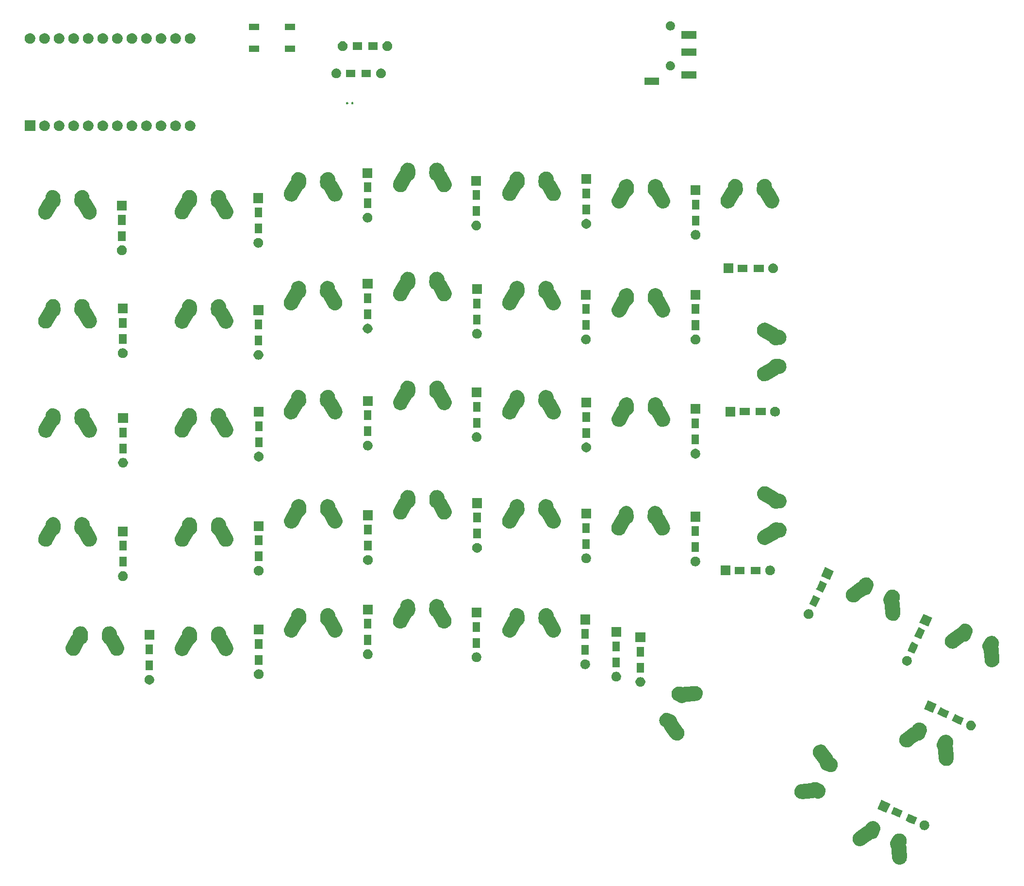
<source format=gts>
G04 #@! TF.GenerationSoftware,KiCad,Pcbnew,(5.0.2)-1*
G04 #@! TF.CreationDate,2019-01-20T13:42:41+05:30*
G04 #@! TF.ProjectId,ErgodoxBle,4572676f-646f-4784-926c-652e6b696361,rev?*
G04 #@! TF.SameCoordinates,Original*
G04 #@! TF.FileFunction,Soldermask,Top*
G04 #@! TF.FilePolarity,Negative*
%FSLAX46Y46*%
G04 Gerber Fmt 4.6, Leading zero omitted, Abs format (unit mm)*
G04 Created by KiCad (PCBNEW (5.0.2)-1) date 1/20/2019 1:42:41 PM*
%MOMM*%
%LPD*%
G01*
G04 APERTURE LIST*
%ADD10C,0.100000*%
G04 APERTURE END LIST*
D10*
G36*
X178177711Y-158480052D02*
X178428363Y-158533444D01*
X178517215Y-158571664D01*
X178663778Y-158634708D01*
X178663781Y-158634710D01*
X178874920Y-158779957D01*
X179053666Y-158963605D01*
X179193149Y-159178596D01*
X179232773Y-159278041D01*
X179288010Y-159416667D01*
X179330733Y-159647745D01*
X179334602Y-159668670D01*
X179331136Y-159924921D01*
X179285056Y-160141247D01*
X179277744Y-160175573D01*
X179199426Y-160357643D01*
X179199617Y-160357725D01*
X179193193Y-160372660D01*
X179188089Y-160396626D01*
X179187758Y-160421128D01*
X179195554Y-160455199D01*
X179216861Y-160510924D01*
X179253526Y-160606815D01*
X179279169Y-160757231D01*
X179285803Y-160796142D01*
X179307499Y-161102562D01*
X179412778Y-162589462D01*
X179407499Y-162781449D01*
X179350613Y-163031331D01*
X179298342Y-163148322D01*
X179246071Y-163265312D01*
X179097886Y-163474408D01*
X178911767Y-163650565D01*
X178694846Y-163787037D01*
X178455475Y-163878563D01*
X178202846Y-163921633D01*
X178076593Y-163918161D01*
X177946668Y-163914589D01*
X177696786Y-163857703D01*
X177696785Y-163857702D01*
X177696783Y-163857702D01*
X177462805Y-163753161D01*
X177253714Y-163604981D01*
X177110790Y-163453973D01*
X177077550Y-163418854D01*
X176980953Y-163265312D01*
X176941082Y-163201937D01*
X176849555Y-162962565D01*
X176849554Y-162962563D01*
X176817277Y-162773235D01*
X176733469Y-161589582D01*
X176697462Y-161081047D01*
X176693344Y-161056892D01*
X176684592Y-161034004D01*
X176677638Y-161021842D01*
X176645084Y-160971665D01*
X176590525Y-160887572D01*
X176554095Y-160796143D01*
X176495665Y-160649504D01*
X176449072Y-160397498D01*
X176452539Y-160141244D01*
X176505930Y-159890596D01*
X176581821Y-159714168D01*
X176704656Y-159491652D01*
X176923894Y-159094502D01*
X177032747Y-158936268D01*
X177216396Y-158757522D01*
X177431387Y-158618039D01*
X177484178Y-158597004D01*
X177669457Y-158523178D01*
X177921459Y-158476586D01*
X177921460Y-158476586D01*
X178177711Y-158480052D01*
X178177711Y-158480052D01*
G37*
G36*
X173652082Y-156344508D02*
X173899063Y-156412885D01*
X173899065Y-156412886D01*
X174127963Y-156528135D01*
X174329979Y-156685825D01*
X174329981Y-156685827D01*
X174497350Y-156879896D01*
X174623644Y-157102891D01*
X174689525Y-157302392D01*
X174704005Y-157346239D01*
X174716608Y-157448511D01*
X174735349Y-157600594D01*
X174716468Y-157856169D01*
X174665225Y-158041262D01*
X174484879Y-158508640D01*
X174410414Y-158701620D01*
X174324043Y-158873163D01*
X174166353Y-159075179D01*
X174166351Y-159075181D01*
X173972282Y-159242550D01*
X173749287Y-159368844D01*
X173506907Y-159448885D01*
X173505939Y-159449205D01*
X173415160Y-159460392D01*
X173347082Y-159468781D01*
X173323172Y-159474148D01*
X173300769Y-159484076D01*
X173288985Y-159491652D01*
X172666418Y-159943144D01*
X171915684Y-160487584D01*
X171749902Y-160584556D01*
X171749900Y-160584557D01*
X171507700Y-160668308D01*
X171253813Y-160703199D01*
X171253810Y-160703199D01*
X171220016Y-160701176D01*
X170997992Y-160687889D01*
X170750082Y-160622966D01*
X170519594Y-160510923D01*
X170315400Y-160356072D01*
X170145334Y-160164354D01*
X170015939Y-159943142D01*
X169932188Y-159700942D01*
X169897297Y-159447055D01*
X169912607Y-159191234D01*
X169977530Y-158943324D01*
X170089573Y-158712836D01*
X170244424Y-158508642D01*
X170388105Y-158381188D01*
X171843482Y-157325733D01*
X171883386Y-157302392D01*
X172009265Y-157228760D01*
X172019458Y-157225235D01*
X172162674Y-157175712D01*
X172184936Y-157165473D01*
X172204773Y-157151087D01*
X172221422Y-157133107D01*
X172234421Y-157109791D01*
X172234917Y-157110041D01*
X172237676Y-157104562D01*
X172237678Y-157104556D01*
X172324049Y-156933013D01*
X172481740Y-156730996D01*
X172584573Y-156642311D01*
X172675810Y-156563626D01*
X172898805Y-156437332D01*
X173142150Y-156356972D01*
X173142153Y-156356971D01*
X173283107Y-156339602D01*
X173396507Y-156325627D01*
X173652082Y-156344508D01*
X173652082Y-156344508D01*
G37*
G36*
X182675028Y-156227114D02*
X182829900Y-156291264D01*
X182969281Y-156384396D01*
X183087815Y-156502930D01*
X183180947Y-156642311D01*
X183245097Y-156797183D01*
X183277800Y-156961595D01*
X183277800Y-157129227D01*
X183245097Y-157293639D01*
X183180947Y-157448511D01*
X183087815Y-157587892D01*
X182969281Y-157706426D01*
X182829900Y-157799558D01*
X182675028Y-157863708D01*
X182510616Y-157896411D01*
X182342984Y-157896411D01*
X182178572Y-157863708D01*
X182023700Y-157799558D01*
X181884319Y-157706426D01*
X181765785Y-157587892D01*
X181672653Y-157448511D01*
X181608503Y-157293639D01*
X181575800Y-157129227D01*
X181575800Y-156961595D01*
X181608503Y-156797183D01*
X181672653Y-156642311D01*
X181765785Y-156502930D01*
X181884319Y-156384396D01*
X182023700Y-156291264D01*
X182178572Y-156227114D01*
X182342984Y-156194411D01*
X182510616Y-156194411D01*
X182675028Y-156227114D01*
X182675028Y-156227114D01*
G37*
G36*
X180436156Y-155398860D02*
X181207424Y-155758508D01*
X180657175Y-156938521D01*
X180657174Y-156938521D01*
X179777100Y-156528135D01*
X179114638Y-156219224D01*
X179664887Y-155039211D01*
X179664888Y-155039211D01*
X180436156Y-155398860D01*
X180436156Y-155398860D01*
G37*
G36*
X177898493Y-154215527D02*
X178669762Y-154575176D01*
X178119513Y-155755189D01*
X178119512Y-155755189D01*
X177348245Y-155395541D01*
X176576976Y-155035892D01*
X177127225Y-153855879D01*
X177127226Y-153855879D01*
X177898493Y-154215527D01*
X177898493Y-154215527D01*
G37*
G36*
X176488517Y-153337369D02*
X175769220Y-154879906D01*
X174226683Y-154160609D01*
X174945980Y-152618072D01*
X176488517Y-153337369D01*
X176488517Y-153337369D01*
G37*
G36*
X163326066Y-149500539D02*
X163518256Y-149503139D01*
X163720714Y-149546265D01*
X163768904Y-149556530D01*
X163945334Y-149632422D01*
X164564998Y-149974494D01*
X164723232Y-150083347D01*
X164901978Y-150266996D01*
X165041461Y-150481987D01*
X165062496Y-150534778D01*
X165136322Y-150720057D01*
X165171960Y-150912813D01*
X165182914Y-150972060D01*
X165179448Y-151228311D01*
X165126056Y-151478963D01*
X165087836Y-151567815D01*
X165024792Y-151714378D01*
X165024790Y-151714381D01*
X164879543Y-151925520D01*
X164695895Y-152104266D01*
X164480904Y-152243749D01*
X164375321Y-152285819D01*
X164242833Y-152338610D01*
X163990831Y-152385202D01*
X163990830Y-152385202D01*
X163734579Y-152381736D01*
X163483927Y-152328344D01*
X163301857Y-152250026D01*
X163301775Y-152250216D01*
X163286851Y-152243796D01*
X163262885Y-152238689D01*
X163238383Y-152238356D01*
X163204306Y-152246151D01*
X163052685Y-152304126D01*
X162890934Y-152331702D01*
X162863358Y-152336403D01*
X161070037Y-152463378D01*
X160878050Y-152458099D01*
X160628168Y-152401213D01*
X160628164Y-152401212D01*
X160394187Y-152296671D01*
X160185096Y-152148491D01*
X160054185Y-152010175D01*
X160008932Y-151962364D01*
X159872464Y-151745447D01*
X159872463Y-151745446D01*
X159780937Y-151506075D01*
X159780936Y-151506073D01*
X159737867Y-151253444D01*
X159744911Y-150997268D01*
X159801797Y-150747386D01*
X159801798Y-150747382D01*
X159906339Y-150513405D01*
X160054519Y-150304314D01*
X160195908Y-150170494D01*
X160240646Y-150128150D01*
X160398879Y-150028601D01*
X160457564Y-149991681D01*
X160630905Y-149925402D01*
X160696937Y-149900154D01*
X160821709Y-149878883D01*
X160886263Y-149867877D01*
X162578453Y-149748062D01*
X162602608Y-149743944D01*
X162625496Y-149735192D01*
X162637658Y-149728238D01*
X162771928Y-149641125D01*
X162797925Y-149630767D01*
X163009996Y-149546265D01*
X163262002Y-149499672D01*
X163262003Y-149499672D01*
X163326066Y-149500539D01*
X163326066Y-149500539D01*
G37*
G36*
X164246242Y-142949920D02*
X164468266Y-142963207D01*
X164716176Y-143028130D01*
X164946664Y-143140173D01*
X165150858Y-143295024D01*
X165278312Y-143438705D01*
X166333767Y-144894082D01*
X166333768Y-144894084D01*
X166430740Y-145059865D01*
X166430741Y-145059868D01*
X166483788Y-145213274D01*
X166494027Y-145235536D01*
X166508413Y-145255373D01*
X166526393Y-145272022D01*
X166549709Y-145285021D01*
X166549459Y-145285517D01*
X166554938Y-145288276D01*
X166554944Y-145288278D01*
X166726487Y-145374649D01*
X166928504Y-145532340D01*
X166928505Y-145532341D01*
X167095874Y-145726410D01*
X167222168Y-145949405D01*
X167300792Y-146187492D01*
X167302529Y-146192753D01*
X167314534Y-146290172D01*
X167333873Y-146447107D01*
X167314992Y-146702682D01*
X167256912Y-146912471D01*
X167246614Y-146949665D01*
X167131365Y-147178563D01*
X166973675Y-147380579D01*
X166973673Y-147380581D01*
X166779604Y-147547950D01*
X166556609Y-147674244D01*
X166314388Y-147754233D01*
X166313261Y-147754605D01*
X166172306Y-147771974D01*
X166058906Y-147785949D01*
X165803331Y-147767068D01*
X165618238Y-147715825D01*
X164957883Y-147461015D01*
X164957880Y-147461014D01*
X164786337Y-147374643D01*
X164584321Y-147216953D01*
X164584319Y-147216951D01*
X164416950Y-147022882D01*
X164290656Y-146799887D01*
X164210296Y-146556542D01*
X164210295Y-146556539D01*
X164196809Y-146447103D01*
X164190719Y-146397682D01*
X164185352Y-146373772D01*
X164175424Y-146351369D01*
X164167848Y-146339585D01*
X163415431Y-145302069D01*
X163171916Y-144966284D01*
X163074944Y-144800502D01*
X162991192Y-144558299D01*
X162963696Y-144358222D01*
X162956301Y-144304413D01*
X162971611Y-144048592D01*
X163036534Y-143800682D01*
X163148577Y-143570194D01*
X163303428Y-143366000D01*
X163495146Y-143195934D01*
X163546085Y-143166138D01*
X163716356Y-143066540D01*
X163716357Y-143066540D01*
X163716358Y-143066539D01*
X163958558Y-142982788D01*
X164212445Y-142947897D01*
X164212448Y-142947897D01*
X164246242Y-142949920D01*
X164246242Y-142949920D01*
G37*
G36*
X186303171Y-141248692D02*
X186553823Y-141302084D01*
X186642675Y-141340304D01*
X186789238Y-141403348D01*
X186789241Y-141403350D01*
X187000380Y-141548597D01*
X187179126Y-141732245D01*
X187318609Y-141947236D01*
X187358233Y-142046681D01*
X187413470Y-142185307D01*
X187456193Y-142416385D01*
X187460062Y-142437310D01*
X187456596Y-142693561D01*
X187410516Y-142909887D01*
X187403204Y-142944213D01*
X187324886Y-143126283D01*
X187325077Y-143126365D01*
X187318653Y-143141300D01*
X187313549Y-143165266D01*
X187313218Y-143189768D01*
X187321014Y-143223839D01*
X187342321Y-143279564D01*
X187378986Y-143375455D01*
X187404629Y-143525871D01*
X187411263Y-143564782D01*
X187517122Y-145059868D01*
X187538238Y-145358102D01*
X187532959Y-145550089D01*
X187476073Y-145799971D01*
X187423801Y-145916962D01*
X187371531Y-146033952D01*
X187223346Y-146243048D01*
X187037227Y-146419205D01*
X187037224Y-146419207D01*
X187020759Y-146429566D01*
X186820306Y-146555677D01*
X186580935Y-146647203D01*
X186328306Y-146690273D01*
X186202053Y-146686801D01*
X186072128Y-146683229D01*
X185822246Y-146626343D01*
X185822245Y-146626342D01*
X185822243Y-146626342D01*
X185588265Y-146521801D01*
X185379174Y-146373621D01*
X185207988Y-146192753D01*
X185203010Y-146187494D01*
X185163294Y-146124365D01*
X185066542Y-145970577D01*
X184975015Y-145731205D01*
X184975014Y-145731203D01*
X184947656Y-145570729D01*
X184942737Y-145541877D01*
X184822922Y-143849687D01*
X184818804Y-143825532D01*
X184810052Y-143802644D01*
X184803098Y-143790482D01*
X184770544Y-143740305D01*
X184715985Y-143656212D01*
X184705627Y-143630215D01*
X184621125Y-143418144D01*
X184574532Y-143166138D01*
X184577999Y-142909884D01*
X184631390Y-142659236D01*
X184707281Y-142482808D01*
X184832484Y-142256003D01*
X185049354Y-141863142D01*
X185158207Y-141704908D01*
X185341856Y-141526162D01*
X185556847Y-141386679D01*
X185609638Y-141365644D01*
X185794917Y-141291818D01*
X186046919Y-141245226D01*
X186046920Y-141245226D01*
X186303171Y-141248692D01*
X186303171Y-141248692D01*
G37*
G36*
X181777542Y-139113148D02*
X182024523Y-139181525D01*
X182024525Y-139181526D01*
X182253423Y-139296775D01*
X182455439Y-139454465D01*
X182455441Y-139454467D01*
X182622810Y-139648536D01*
X182749104Y-139871531D01*
X182814985Y-140071032D01*
X182829465Y-140114879D01*
X182844952Y-140240556D01*
X182860809Y-140369234D01*
X182841928Y-140624809D01*
X182790685Y-140809902D01*
X182610339Y-141277280D01*
X182535874Y-141470260D01*
X182449503Y-141641803D01*
X182291813Y-141843819D01*
X182291811Y-141843821D01*
X182097742Y-142011190D01*
X181874747Y-142137484D01*
X181632367Y-142217525D01*
X181631399Y-142217845D01*
X181540620Y-142229032D01*
X181472542Y-142237421D01*
X181448632Y-142242788D01*
X181426229Y-142252716D01*
X181414445Y-142260292D01*
X180791878Y-142711784D01*
X180041144Y-143256224D01*
X179875362Y-143353196D01*
X179875360Y-143353197D01*
X179633160Y-143436948D01*
X179379273Y-143471839D01*
X179379270Y-143471839D01*
X179345476Y-143469816D01*
X179123452Y-143456529D01*
X178875542Y-143391606D01*
X178645054Y-143279563D01*
X178440860Y-143124712D01*
X178270794Y-142932994D01*
X178141399Y-142711782D01*
X178057648Y-142469582D01*
X178022757Y-142215695D01*
X178038067Y-141959874D01*
X178102990Y-141711964D01*
X178215033Y-141481476D01*
X178369884Y-141277282D01*
X178513565Y-141149828D01*
X179968942Y-140094373D01*
X180008846Y-140071032D01*
X180134725Y-139997400D01*
X180154315Y-139990626D01*
X180288134Y-139944352D01*
X180310396Y-139934113D01*
X180330233Y-139919727D01*
X180346882Y-139901747D01*
X180359881Y-139878431D01*
X180360377Y-139878681D01*
X180363136Y-139873202D01*
X180363138Y-139873196D01*
X180449509Y-139701653D01*
X180607200Y-139499636D01*
X180659577Y-139454465D01*
X180801270Y-139332266D01*
X181024265Y-139205972D01*
X181267610Y-139125612D01*
X181267613Y-139125611D01*
X181408567Y-139108242D01*
X181521967Y-139094267D01*
X181777542Y-139113148D01*
X181777542Y-139113148D01*
G37*
G36*
X137701268Y-137436832D02*
X137886365Y-137488077D01*
X138546720Y-137742886D01*
X138718263Y-137829257D01*
X138920280Y-137986948D01*
X138920281Y-137986949D01*
X139087650Y-138181018D01*
X139213944Y-138404013D01*
X139291398Y-138638559D01*
X139294305Y-138647361D01*
X139301966Y-138709530D01*
X139313881Y-138806218D01*
X139319248Y-138830128D01*
X139329176Y-138852531D01*
X139336752Y-138864315D01*
X140324178Y-140225887D01*
X140332684Y-140237616D01*
X140429656Y-140403397D01*
X140429657Y-140403400D01*
X140513408Y-140645599D01*
X140548300Y-140899487D01*
X140532989Y-141155308D01*
X140497239Y-141291819D01*
X140468066Y-141403219D01*
X140397396Y-141548597D01*
X140356023Y-141633706D01*
X140201172Y-141837900D01*
X140201169Y-141837903D01*
X140009454Y-142007966D01*
X139788245Y-142137360D01*
X139788242Y-142137361D01*
X139546042Y-142221112D01*
X139292155Y-142256004D01*
X139036333Y-142240693D01*
X138816535Y-142183132D01*
X138788422Y-142175770D01*
X138676381Y-142121305D01*
X138557939Y-142063729D01*
X138353740Y-141908874D01*
X138336103Y-141888991D01*
X138226289Y-141765196D01*
X138202393Y-141732245D01*
X137954714Y-141390719D01*
X137170832Y-140309816D01*
X137073860Y-140144034D01*
X137063777Y-140114876D01*
X137020812Y-139990626D01*
X137010573Y-139968364D01*
X136996187Y-139948527D01*
X136978207Y-139931878D01*
X136954891Y-139918879D01*
X136955141Y-139918383D01*
X136949662Y-139915624D01*
X136949656Y-139915622D01*
X136778113Y-139829251D01*
X136576097Y-139671561D01*
X136576095Y-139671559D01*
X136408726Y-139477490D01*
X136282432Y-139254495D01*
X136202072Y-139011150D01*
X136202071Y-139011147D01*
X136182525Y-138852531D01*
X136170727Y-138756792D01*
X136189608Y-138501219D01*
X136257985Y-138254238D01*
X136295862Y-138179011D01*
X136373235Y-138025337D01*
X136530925Y-137823321D01*
X136530927Y-137823319D01*
X136724996Y-137655950D01*
X136947991Y-137529656D01*
X137191336Y-137449296D01*
X137191339Y-137449295D01*
X137332294Y-137431926D01*
X137445694Y-137417951D01*
X137701268Y-137436832D01*
X137701268Y-137436832D01*
G37*
G36*
X190790328Y-138815414D02*
X190945200Y-138879564D01*
X191084581Y-138972696D01*
X191203115Y-139091230D01*
X191296247Y-139230611D01*
X191360397Y-139385483D01*
X191393100Y-139549895D01*
X191393100Y-139717527D01*
X191360397Y-139881939D01*
X191296247Y-140036811D01*
X191203115Y-140176192D01*
X191084581Y-140294726D01*
X190945200Y-140387858D01*
X190790328Y-140452008D01*
X190625916Y-140484711D01*
X190458284Y-140484711D01*
X190293872Y-140452008D01*
X190139000Y-140387858D01*
X189999619Y-140294726D01*
X189881085Y-140176192D01*
X189787953Y-140036811D01*
X189723803Y-139881939D01*
X189691100Y-139717527D01*
X189691100Y-139549895D01*
X189723803Y-139385483D01*
X189787953Y-139230611D01*
X189881085Y-139091230D01*
X189999619Y-138972696D01*
X190139000Y-138879564D01*
X190293872Y-138815414D01*
X190458284Y-138782711D01*
X190625916Y-138782711D01*
X190790328Y-138815414D01*
X190790328Y-138815414D01*
G37*
G36*
X188200099Y-137823319D02*
X189322724Y-138346808D01*
X188772475Y-139526821D01*
X188772474Y-139526821D01*
X187885351Y-139113148D01*
X187229938Y-138807524D01*
X187780187Y-137627511D01*
X187780188Y-137627511D01*
X188200099Y-137823319D01*
X188200099Y-137823319D01*
G37*
G36*
X186013793Y-136803827D02*
X186785062Y-137163476D01*
X186234813Y-138343489D01*
X186234812Y-138343489D01*
X185463545Y-137983841D01*
X184692276Y-137624192D01*
X185242525Y-136444179D01*
X185242526Y-136444179D01*
X186013793Y-136803827D01*
X186013793Y-136803827D01*
G37*
G36*
X184603817Y-135925669D02*
X183884520Y-137468206D01*
X182341983Y-136748909D01*
X183061280Y-135206372D01*
X184603817Y-135925669D01*
X184603817Y-135925669D01*
G37*
G36*
X142626549Y-132745801D02*
X142876431Y-132802687D01*
X142979182Y-132848596D01*
X143110412Y-132907229D01*
X143319508Y-133055414D01*
X143495665Y-133241533D01*
X143632137Y-133458454D01*
X143723663Y-133697825D01*
X143766733Y-133950454D01*
X143763261Y-134076707D01*
X143759689Y-134206632D01*
X143702803Y-134456514D01*
X143702802Y-134456517D01*
X143598261Y-134690495D01*
X143450081Y-134899586D01*
X143308691Y-135033407D01*
X143263954Y-135075750D01*
X143263952Y-135075751D01*
X143047037Y-135212218D01*
X142962489Y-135244546D01*
X142807663Y-135303746D01*
X142657247Y-135329389D01*
X142618336Y-135336023D01*
X142261325Y-135361301D01*
X140926146Y-135455837D01*
X140901993Y-135459955D01*
X140879105Y-135468707D01*
X140866955Y-135475654D01*
X140732672Y-135562775D01*
X140732670Y-135562776D01*
X140494601Y-135657636D01*
X140242599Y-135704228D01*
X140242598Y-135704228D01*
X139986347Y-135700762D01*
X139735695Y-135647370D01*
X139559266Y-135571478D01*
X139250143Y-135400833D01*
X138939606Y-135229408D01*
X138781368Y-135120553D01*
X138602620Y-134936902D01*
X138463139Y-134721915D01*
X138368279Y-134483846D01*
X138321686Y-134231840D01*
X138325153Y-133975586D01*
X138378544Y-133724938D01*
X138479808Y-133489522D01*
X138625057Y-133278380D01*
X138808708Y-133099632D01*
X139023695Y-132960151D01*
X139261764Y-132865291D01*
X139513770Y-132818698D01*
X139513771Y-132818698D01*
X139577833Y-132819565D01*
X139770024Y-132822165D01*
X140020672Y-132875556D01*
X140202743Y-132953874D01*
X140202825Y-132953683D01*
X140217760Y-132960107D01*
X140241726Y-132965211D01*
X140266228Y-132965542D01*
X140300299Y-132957746D01*
X140403409Y-132918321D01*
X140451915Y-132899774D01*
X140602331Y-132874131D01*
X140641242Y-132867497D01*
X142434561Y-132740522D01*
X142434562Y-132740522D01*
X142626549Y-132745801D01*
X142626549Y-132745801D01*
G37*
G36*
X133128328Y-131212003D02*
X133283200Y-131276153D01*
X133422581Y-131369285D01*
X133541115Y-131487819D01*
X133634247Y-131627200D01*
X133698397Y-131782072D01*
X133731100Y-131946484D01*
X133731100Y-132114116D01*
X133698397Y-132278528D01*
X133634247Y-132433400D01*
X133541115Y-132572781D01*
X133422581Y-132691315D01*
X133283200Y-132784447D01*
X133128328Y-132848597D01*
X132963916Y-132881300D01*
X132796284Y-132881300D01*
X132631872Y-132848597D01*
X132477000Y-132784447D01*
X132337619Y-132691315D01*
X132219085Y-132572781D01*
X132125953Y-132433400D01*
X132061803Y-132278528D01*
X132029100Y-132114116D01*
X132029100Y-131946484D01*
X132061803Y-131782072D01*
X132125953Y-131627200D01*
X132219085Y-131487819D01*
X132337619Y-131369285D01*
X132477000Y-131276153D01*
X132631872Y-131212003D01*
X132796284Y-131179300D01*
X132963916Y-131179300D01*
X133128328Y-131212003D01*
X133128328Y-131212003D01*
G37*
G36*
X47454128Y-130818303D02*
X47609000Y-130882453D01*
X47748381Y-130975585D01*
X47866915Y-131094119D01*
X47960047Y-131233500D01*
X48024197Y-131388372D01*
X48056900Y-131552784D01*
X48056900Y-131720416D01*
X48024197Y-131884828D01*
X47960047Y-132039700D01*
X47866915Y-132179081D01*
X47748381Y-132297615D01*
X47609000Y-132390747D01*
X47454128Y-132454897D01*
X47289716Y-132487600D01*
X47122084Y-132487600D01*
X46957672Y-132454897D01*
X46802800Y-132390747D01*
X46663419Y-132297615D01*
X46544885Y-132179081D01*
X46451753Y-132039700D01*
X46387603Y-131884828D01*
X46354900Y-131720416D01*
X46354900Y-131552784D01*
X46387603Y-131388372D01*
X46451753Y-131233500D01*
X46544885Y-131094119D01*
X46663419Y-130975585D01*
X46802800Y-130882453D01*
X46957672Y-130818303D01*
X47122084Y-130785600D01*
X47289716Y-130785600D01*
X47454128Y-130818303D01*
X47454128Y-130818303D01*
G37*
G36*
X128899228Y-130284903D02*
X129054100Y-130349053D01*
X129193481Y-130442185D01*
X129312015Y-130560719D01*
X129405147Y-130700100D01*
X129469297Y-130854972D01*
X129502000Y-131019384D01*
X129502000Y-131187016D01*
X129469297Y-131351428D01*
X129405147Y-131506300D01*
X129312015Y-131645681D01*
X129193481Y-131764215D01*
X129054100Y-131857347D01*
X128899228Y-131921497D01*
X128734816Y-131954200D01*
X128567184Y-131954200D01*
X128402772Y-131921497D01*
X128247900Y-131857347D01*
X128108519Y-131764215D01*
X127989985Y-131645681D01*
X127896853Y-131506300D01*
X127832703Y-131351428D01*
X127800000Y-131187016D01*
X127800000Y-131019384D01*
X127832703Y-130854972D01*
X127896853Y-130700100D01*
X127989985Y-130560719D01*
X128108519Y-130442185D01*
X128247900Y-130349053D01*
X128402772Y-130284903D01*
X128567184Y-130252200D01*
X128734816Y-130252200D01*
X128899228Y-130284903D01*
X128899228Y-130284903D01*
G37*
G36*
X66542228Y-129853103D02*
X66697100Y-129917253D01*
X66836481Y-130010385D01*
X66955015Y-130128919D01*
X67048147Y-130268300D01*
X67112297Y-130423172D01*
X67145000Y-130587584D01*
X67145000Y-130755216D01*
X67112297Y-130919628D01*
X67048147Y-131074500D01*
X66955015Y-131213881D01*
X66836481Y-131332415D01*
X66697100Y-131425547D01*
X66542228Y-131489697D01*
X66377816Y-131522400D01*
X66210184Y-131522400D01*
X66045772Y-131489697D01*
X65890900Y-131425547D01*
X65751519Y-131332415D01*
X65632985Y-131213881D01*
X65539853Y-131074500D01*
X65475703Y-130919628D01*
X65443000Y-130755216D01*
X65443000Y-130587584D01*
X65475703Y-130423172D01*
X65539853Y-130268300D01*
X65632985Y-130128919D01*
X65751519Y-130010385D01*
X65890900Y-129917253D01*
X66045772Y-129853103D01*
X66210184Y-129820400D01*
X66377816Y-129820400D01*
X66542228Y-129853103D01*
X66542228Y-129853103D01*
G37*
G36*
X133531100Y-130381300D02*
X132229100Y-130381300D01*
X132229100Y-128679300D01*
X133531100Y-128679300D01*
X133531100Y-130381300D01*
X133531100Y-130381300D01*
G37*
G36*
X47856900Y-129987600D02*
X46554900Y-129987600D01*
X46554900Y-128285600D01*
X47856900Y-128285600D01*
X47856900Y-129987600D01*
X47856900Y-129987600D01*
G37*
G36*
X123489028Y-128113203D02*
X123643900Y-128177353D01*
X123783281Y-128270485D01*
X123901815Y-128389019D01*
X123994947Y-128528400D01*
X124059097Y-128683272D01*
X124091800Y-128847684D01*
X124091800Y-129015316D01*
X124059097Y-129179728D01*
X123994947Y-129334600D01*
X123901815Y-129473981D01*
X123783281Y-129592515D01*
X123643900Y-129685647D01*
X123489028Y-129749797D01*
X123324616Y-129782500D01*
X123156984Y-129782500D01*
X122992572Y-129749797D01*
X122837700Y-129685647D01*
X122698319Y-129592515D01*
X122579785Y-129473981D01*
X122486653Y-129334600D01*
X122422503Y-129179728D01*
X122389800Y-129015316D01*
X122389800Y-128847684D01*
X122422503Y-128683272D01*
X122486653Y-128528400D01*
X122579785Y-128389019D01*
X122698319Y-128270485D01*
X122837700Y-128177353D01*
X122992572Y-128113203D01*
X123156984Y-128080500D01*
X123324616Y-128080500D01*
X123489028Y-128113203D01*
X123489028Y-128113203D01*
G37*
G36*
X129302000Y-129454200D02*
X128000000Y-129454200D01*
X128000000Y-127752200D01*
X129302000Y-127752200D01*
X129302000Y-129454200D01*
X129302000Y-129454200D01*
G37*
G36*
X194288931Y-124002092D02*
X194539583Y-124055484D01*
X194628435Y-124093704D01*
X194774998Y-124156748D01*
X194775001Y-124156750D01*
X194986140Y-124301997D01*
X195164886Y-124485645D01*
X195304369Y-124700636D01*
X195334922Y-124777315D01*
X195399230Y-124938707D01*
X195441953Y-125169785D01*
X195445822Y-125190710D01*
X195442356Y-125446961D01*
X195396276Y-125663287D01*
X195388964Y-125697613D01*
X195310646Y-125879683D01*
X195310837Y-125879765D01*
X195304413Y-125894700D01*
X195299309Y-125918666D01*
X195298978Y-125943168D01*
X195306774Y-125977239D01*
X195328081Y-126032964D01*
X195364746Y-126128855D01*
X195387750Y-126263792D01*
X195397023Y-126318182D01*
X195518907Y-128039600D01*
X195523998Y-128111502D01*
X195518719Y-128303489D01*
X195461833Y-128553371D01*
X195447898Y-128584559D01*
X195357291Y-128787352D01*
X195209106Y-128996448D01*
X195022987Y-129172605D01*
X194806066Y-129309077D01*
X194566695Y-129400603D01*
X194314066Y-129443673D01*
X194187813Y-129440201D01*
X194057888Y-129436629D01*
X193808006Y-129379743D01*
X193808005Y-129379742D01*
X193808003Y-129379742D01*
X193574025Y-129275201D01*
X193364934Y-129127021D01*
X193222010Y-128976013D01*
X193188770Y-128940894D01*
X193062025Y-128739431D01*
X193052302Y-128723977D01*
X192978360Y-128530596D01*
X192960774Y-128484603D01*
X192928497Y-128295275D01*
X192925469Y-128252515D01*
X192808682Y-126603087D01*
X192804564Y-126578932D01*
X192795812Y-126556044D01*
X192788858Y-126543882D01*
X192778285Y-126527585D01*
X192701745Y-126409612D01*
X192686082Y-126370303D01*
X192606885Y-126171544D01*
X192560292Y-125919538D01*
X192563759Y-125663284D01*
X192617150Y-125412636D01*
X192693041Y-125236208D01*
X192700343Y-125222981D01*
X193035114Y-124616542D01*
X193143967Y-124458308D01*
X193327616Y-124279562D01*
X193542607Y-124140079D01*
X193595398Y-124119044D01*
X193780677Y-124045218D01*
X194032679Y-123998626D01*
X194032680Y-123998626D01*
X194288931Y-124002092D01*
X194288931Y-124002092D01*
G37*
G36*
X179631051Y-127518034D02*
X179785923Y-127582184D01*
X179925304Y-127675316D01*
X180043838Y-127793850D01*
X180136970Y-127933231D01*
X180201120Y-128088103D01*
X180233823Y-128252515D01*
X180233823Y-128420147D01*
X180201120Y-128584559D01*
X180136970Y-128739431D01*
X180043838Y-128878812D01*
X179925304Y-128997346D01*
X179785923Y-129090478D01*
X179631051Y-129154628D01*
X179466639Y-129187331D01*
X179299007Y-129187331D01*
X179134595Y-129154628D01*
X178979723Y-129090478D01*
X178840342Y-128997346D01*
X178721808Y-128878812D01*
X178628676Y-128739431D01*
X178564526Y-128584559D01*
X178531823Y-128420147D01*
X178531823Y-128252515D01*
X178564526Y-128088103D01*
X178628676Y-127933231D01*
X178721808Y-127793850D01*
X178840342Y-127675316D01*
X178979723Y-127582184D01*
X179134595Y-127518034D01*
X179299007Y-127485331D01*
X179466639Y-127485331D01*
X179631051Y-127518034D01*
X179631051Y-127518034D01*
G37*
G36*
X66945000Y-129022400D02*
X65643000Y-129022400D01*
X65643000Y-127320400D01*
X66945000Y-127320400D01*
X66945000Y-129022400D01*
X66945000Y-129022400D01*
G37*
G36*
X104527928Y-126894003D02*
X104682800Y-126958153D01*
X104822181Y-127051285D01*
X104940715Y-127169819D01*
X105033847Y-127309200D01*
X105097997Y-127464072D01*
X105130700Y-127628484D01*
X105130700Y-127796116D01*
X105097997Y-127960528D01*
X105033847Y-128115400D01*
X104940715Y-128254781D01*
X104822181Y-128373315D01*
X104682800Y-128466447D01*
X104527928Y-128530597D01*
X104363516Y-128563300D01*
X104195884Y-128563300D01*
X104031472Y-128530597D01*
X103876600Y-128466447D01*
X103737219Y-128373315D01*
X103618685Y-128254781D01*
X103525553Y-128115400D01*
X103461403Y-127960528D01*
X103428700Y-127796116D01*
X103428700Y-127628484D01*
X103461403Y-127464072D01*
X103525553Y-127309200D01*
X103618685Y-127169819D01*
X103737219Y-127051285D01*
X103876600Y-126958153D01*
X104031472Y-126894003D01*
X104195884Y-126861300D01*
X104363516Y-126861300D01*
X104527928Y-126894003D01*
X104527928Y-126894003D01*
G37*
G36*
X85566828Y-126370303D02*
X85721700Y-126434453D01*
X85861081Y-126527585D01*
X85979615Y-126646119D01*
X86072747Y-126785500D01*
X86136897Y-126940372D01*
X86169600Y-127104784D01*
X86169600Y-127272416D01*
X86136897Y-127436828D01*
X86072747Y-127591700D01*
X85979615Y-127731081D01*
X85861081Y-127849615D01*
X85721700Y-127942747D01*
X85566828Y-128006897D01*
X85402416Y-128039600D01*
X85234784Y-128039600D01*
X85070372Y-128006897D01*
X84915500Y-127942747D01*
X84776119Y-127849615D01*
X84657585Y-127731081D01*
X84564453Y-127591700D01*
X84500303Y-127436828D01*
X84467600Y-127272416D01*
X84467600Y-127104784D01*
X84500303Y-126940372D01*
X84564453Y-126785500D01*
X84657585Y-126646119D01*
X84776119Y-126527585D01*
X84915500Y-126434453D01*
X85070372Y-126370303D01*
X85234784Y-126337600D01*
X85402416Y-126337600D01*
X85566828Y-126370303D01*
X85566828Y-126370303D01*
G37*
G36*
X133531100Y-127581300D02*
X132229100Y-127581300D01*
X132229100Y-125879300D01*
X133531100Y-125879300D01*
X133531100Y-127581300D01*
X133531100Y-127581300D01*
G37*
G36*
X59635139Y-122393633D02*
X59874751Y-122484533D01*
X59874752Y-122484534D01*
X59874753Y-122484534D01*
X60092026Y-122620433D01*
X60278612Y-122796107D01*
X60398846Y-122964827D01*
X60427340Y-123004810D01*
X60515352Y-123200417D01*
X60532496Y-123238520D01*
X60590036Y-123488247D01*
X60596003Y-123686360D01*
X60596211Y-123686354D01*
X60596702Y-123702613D01*
X60602206Y-123726491D01*
X60612263Y-123748836D01*
X60633723Y-123776411D01*
X60750337Y-123889320D01*
X60750339Y-123889323D01*
X60859606Y-124047271D01*
X61732573Y-125618909D01*
X61808926Y-125795140D01*
X61808926Y-125795141D01*
X61808927Y-125795144D01*
X61862974Y-126045646D01*
X61865006Y-126171540D01*
X61867111Y-126301892D01*
X61860605Y-126337600D01*
X61821178Y-126554017D01*
X61726940Y-126792337D01*
X61588024Y-127007687D01*
X61409756Y-127191806D01*
X61199000Y-127337605D01*
X61071609Y-127392797D01*
X60963846Y-127439487D01*
X60963843Y-127439488D01*
X60963842Y-127439488D01*
X60713340Y-127493535D01*
X60580245Y-127495683D01*
X60457094Y-127497672D01*
X60341556Y-127476622D01*
X60204969Y-127451739D01*
X59966652Y-127357503D01*
X59751298Y-127218583D01*
X59567181Y-127040317D01*
X59540824Y-127002217D01*
X59457914Y-126882369D01*
X58634173Y-125399354D01*
X58620237Y-125379209D01*
X58602632Y-125362164D01*
X58591189Y-125354081D01*
X58455494Y-125269207D01*
X58268908Y-125093533D01*
X58120182Y-124884833D01*
X58120182Y-124884832D01*
X58120180Y-124884830D01*
X58015025Y-124651123D01*
X58006246Y-124613020D01*
X57957484Y-124401392D01*
X57951702Y-124209427D01*
X57999844Y-123503248D01*
X58011804Y-123431968D01*
X58031625Y-123313837D01*
X58122525Y-123074225D01*
X58145961Y-123036756D01*
X58258425Y-122856950D01*
X58434099Y-122670364D01*
X58642799Y-122521638D01*
X58642800Y-122521638D01*
X58642802Y-122521636D01*
X58876509Y-122416481D01*
X58876511Y-122416481D01*
X58876512Y-122416480D01*
X59126239Y-122358940D01*
X59382395Y-122351226D01*
X59382398Y-122351226D01*
X59635139Y-122393633D01*
X59635139Y-122393633D01*
G37*
G36*
X54381281Y-122358940D02*
X54631008Y-122416480D01*
X54631009Y-122416481D01*
X54631011Y-122416481D01*
X54864718Y-122521636D01*
X54864720Y-122521638D01*
X54864721Y-122521638D01*
X55073421Y-122670364D01*
X55249095Y-122856950D01*
X55361559Y-123036756D01*
X55384995Y-123074225D01*
X55475895Y-123313837D01*
X55495716Y-123431968D01*
X55507676Y-123503248D01*
X55555818Y-124209426D01*
X55550036Y-124401393D01*
X55501274Y-124613023D01*
X55492495Y-124651123D01*
X55387340Y-124884830D01*
X55365605Y-124915329D01*
X55238612Y-125093533D01*
X55052026Y-125269207D01*
X54916331Y-125354081D01*
X54896929Y-125369049D01*
X54880821Y-125387514D01*
X54873354Y-125399342D01*
X54049606Y-126882369D01*
X53966696Y-127002217D01*
X53940339Y-127040317D01*
X53756220Y-127218585D01*
X53571713Y-127337605D01*
X53540868Y-127357502D01*
X53540865Y-127357503D01*
X53302550Y-127451739D01*
X53165963Y-127476622D01*
X53050425Y-127497672D01*
X52927274Y-127495683D01*
X52794180Y-127493535D01*
X52543678Y-127439488D01*
X52543677Y-127439488D01*
X52543674Y-127439487D01*
X52435911Y-127392797D01*
X52308520Y-127337605D01*
X52097764Y-127191806D01*
X51919496Y-127007687D01*
X51780580Y-126792337D01*
X51686342Y-126554017D01*
X51646915Y-126337600D01*
X51640409Y-126301892D01*
X51642514Y-126171540D01*
X51644546Y-126045647D01*
X51698593Y-125795145D01*
X51698593Y-125795144D01*
X51698594Y-125795141D01*
X51774947Y-125618910D01*
X52647914Y-124047271D01*
X52757181Y-123889323D01*
X52873799Y-123776411D01*
X52889647Y-123757723D01*
X52901546Y-123736302D01*
X52909036Y-123712970D01*
X52910961Y-123686342D01*
X52911517Y-123686359D01*
X52917484Y-123488248D01*
X52975024Y-123238520D01*
X53027168Y-123122630D01*
X53080180Y-123004810D01*
X53080182Y-123004807D01*
X53228908Y-122796107D01*
X53415494Y-122620433D01*
X53632767Y-122484534D01*
X53632768Y-122484534D01*
X53632769Y-122484533D01*
X53872381Y-122393633D01*
X54125122Y-122351226D01*
X54125125Y-122351226D01*
X54381281Y-122358940D01*
X54381281Y-122358940D01*
G37*
G36*
X40602919Y-122355533D02*
X40842531Y-122446433D01*
X40842532Y-122446434D01*
X40842533Y-122446434D01*
X41059806Y-122582333D01*
X41246392Y-122758007D01*
X41366626Y-122926727D01*
X41395120Y-122966710D01*
X41500275Y-123200417D01*
X41500276Y-123200420D01*
X41557816Y-123450147D01*
X41563783Y-123648260D01*
X41563991Y-123648254D01*
X41564482Y-123664513D01*
X41569986Y-123688391D01*
X41580043Y-123710736D01*
X41601503Y-123738311D01*
X41718117Y-123851220D01*
X41718119Y-123851223D01*
X41827386Y-124009171D01*
X42700353Y-125580809D01*
X42776706Y-125757040D01*
X42776706Y-125757041D01*
X42776707Y-125757044D01*
X42830754Y-126007546D01*
X42832712Y-126128853D01*
X42834891Y-126263792D01*
X42821444Y-126337600D01*
X42788958Y-126515917D01*
X42694720Y-126754237D01*
X42555804Y-126969587D01*
X42377536Y-127153706D01*
X42166780Y-127299505D01*
X42039389Y-127354697D01*
X41931626Y-127401387D01*
X41931623Y-127401388D01*
X41931622Y-127401388D01*
X41681120Y-127455435D01*
X41548025Y-127457583D01*
X41424874Y-127459572D01*
X41300036Y-127436828D01*
X41172749Y-127413639D01*
X40934432Y-127319403D01*
X40719078Y-127180483D01*
X40534961Y-127002217D01*
X40425694Y-126844269D01*
X39601953Y-125361254D01*
X39588017Y-125341109D01*
X39570412Y-125324064D01*
X39558969Y-125315981D01*
X39423274Y-125231107D01*
X39236688Y-125055433D01*
X39087962Y-124846733D01*
X39087962Y-124846732D01*
X39087960Y-124846730D01*
X38982805Y-124613023D01*
X38979164Y-124597219D01*
X38925264Y-124363292D01*
X38919482Y-124171327D01*
X38967624Y-123465148D01*
X38979862Y-123392211D01*
X38999405Y-123275737D01*
X39090305Y-123036125D01*
X39109893Y-123004808D01*
X39226205Y-122818850D01*
X39401879Y-122632264D01*
X39610579Y-122483538D01*
X39610580Y-122483538D01*
X39610582Y-122483536D01*
X39844289Y-122378381D01*
X39844291Y-122378381D01*
X39844292Y-122378380D01*
X40094019Y-122320840D01*
X40350175Y-122313126D01*
X40350178Y-122313126D01*
X40602919Y-122355533D01*
X40602919Y-122355533D01*
G37*
G36*
X35349061Y-122320840D02*
X35598788Y-122378380D01*
X35598789Y-122378381D01*
X35598791Y-122378381D01*
X35832498Y-122483536D01*
X35832500Y-122483538D01*
X35832501Y-122483538D01*
X36041201Y-122632264D01*
X36216875Y-122818850D01*
X36333187Y-123004808D01*
X36352775Y-123036125D01*
X36443675Y-123275737D01*
X36463218Y-123392211D01*
X36475456Y-123465148D01*
X36523598Y-124171326D01*
X36517816Y-124363293D01*
X36463916Y-124597221D01*
X36460275Y-124613023D01*
X36355120Y-124846730D01*
X36328568Y-124883988D01*
X36206392Y-125055433D01*
X36019806Y-125231107D01*
X35884111Y-125315981D01*
X35864709Y-125330949D01*
X35848601Y-125349414D01*
X35841134Y-125361242D01*
X35017386Y-126844269D01*
X34908119Y-127002217D01*
X34724000Y-127180485D01*
X34508650Y-127319401D01*
X34508648Y-127319402D01*
X34508645Y-127319403D01*
X34270330Y-127413639D01*
X34143043Y-127436828D01*
X34018205Y-127459572D01*
X33895054Y-127457583D01*
X33761960Y-127455435D01*
X33511458Y-127401388D01*
X33511457Y-127401388D01*
X33511454Y-127401387D01*
X33403691Y-127354697D01*
X33276300Y-127299505D01*
X33065544Y-127153706D01*
X32887276Y-126969587D01*
X32748360Y-126754237D01*
X32654122Y-126515917D01*
X32621636Y-126337600D01*
X32608189Y-126263792D01*
X32610368Y-126128853D01*
X32612326Y-126007547D01*
X32666373Y-125757045D01*
X32666373Y-125757044D01*
X32666374Y-125757041D01*
X32742727Y-125580810D01*
X33615694Y-124009171D01*
X33724961Y-123851223D01*
X33841579Y-123738311D01*
X33857427Y-123719623D01*
X33869326Y-123698202D01*
X33876816Y-123674870D01*
X33878741Y-123648242D01*
X33879297Y-123648259D01*
X33885264Y-123450148D01*
X33942804Y-123200420D01*
X33977805Y-123122630D01*
X34047960Y-122966710D01*
X34047962Y-122966707D01*
X34196688Y-122758007D01*
X34383274Y-122582333D01*
X34600547Y-122446434D01*
X34600548Y-122446434D01*
X34600549Y-122446433D01*
X34840161Y-122355533D01*
X35092902Y-122313126D01*
X35092905Y-122313126D01*
X35349061Y-122320840D01*
X35349061Y-122320840D01*
G37*
G36*
X123891800Y-127282500D02*
X122589800Y-127282500D01*
X122589800Y-125580500D01*
X123891800Y-125580500D01*
X123891800Y-127282500D01*
X123891800Y-127282500D01*
G37*
G36*
X47856900Y-127187600D02*
X46554900Y-127187600D01*
X46554900Y-125485600D01*
X47856900Y-125485600D01*
X47856900Y-127187600D01*
X47856900Y-127187600D01*
G37*
G36*
X181389023Y-125574418D02*
X181389023Y-125574419D01*
X181169283Y-126045652D01*
X180672213Y-127111622D01*
X180669726Y-127116954D01*
X180669726Y-127116955D01*
X179489713Y-126566706D01*
X179494685Y-126556044D01*
X179949444Y-125580810D01*
X180209010Y-125024169D01*
X181389023Y-125574418D01*
X181389023Y-125574418D01*
G37*
G36*
X129302000Y-126654200D02*
X128000000Y-126654200D01*
X128000000Y-124952200D01*
X129302000Y-124952200D01*
X129302000Y-126654200D01*
X129302000Y-126654200D01*
G37*
G36*
X189763302Y-121866548D02*
X190010283Y-121934925D01*
X190010285Y-121934926D01*
X190239183Y-122050175D01*
X190441199Y-122207865D01*
X190441201Y-122207867D01*
X190608570Y-122401936D01*
X190734864Y-122624931D01*
X190804600Y-122836106D01*
X190815225Y-122868279D01*
X190827354Y-122966707D01*
X190846569Y-123122634D01*
X190827688Y-123378209D01*
X190776445Y-123563302D01*
X190604448Y-124009042D01*
X190521634Y-124223660D01*
X190435263Y-124395203D01*
X190277573Y-124597219D01*
X190277571Y-124597221D01*
X190083502Y-124764590D01*
X189860507Y-124890884D01*
X189618127Y-124970925D01*
X189617159Y-124971245D01*
X189526380Y-124982432D01*
X189458302Y-124990821D01*
X189434392Y-124996188D01*
X189411989Y-125006116D01*
X189400205Y-125013692D01*
X188735136Y-125496007D01*
X188026904Y-126009624D01*
X187935140Y-126063300D01*
X187861120Y-126106597D01*
X187618920Y-126190348D01*
X187365033Y-126225239D01*
X187365030Y-126225239D01*
X187331236Y-126223216D01*
X187109212Y-126209929D01*
X186861302Y-126145006D01*
X186630814Y-126032963D01*
X186426620Y-125878112D01*
X186256554Y-125686394D01*
X186127159Y-125465182D01*
X186043408Y-125222982D01*
X186008517Y-124969095D01*
X186023827Y-124713274D01*
X186088750Y-124465364D01*
X186200793Y-124234876D01*
X186355644Y-124030682D01*
X186499325Y-123903228D01*
X187954702Y-122847773D01*
X188004147Y-122818851D01*
X188120485Y-122750800D01*
X188152874Y-122739600D01*
X188273894Y-122697752D01*
X188296156Y-122687513D01*
X188315993Y-122673127D01*
X188332642Y-122655147D01*
X188345641Y-122631831D01*
X188346137Y-122632081D01*
X188348896Y-122626602D01*
X188348898Y-122626596D01*
X188435269Y-122455053D01*
X188592960Y-122253036D01*
X188592961Y-122253035D01*
X188787030Y-122085666D01*
X189010025Y-121959372D01*
X189253370Y-121879012D01*
X189253373Y-121879011D01*
X189394327Y-121861642D01*
X189507727Y-121847667D01*
X189763302Y-121866548D01*
X189763302Y-121866548D01*
G37*
G36*
X66945000Y-126222400D02*
X65643000Y-126222400D01*
X65643000Y-124520400D01*
X66945000Y-124520400D01*
X66945000Y-126222400D01*
X66945000Y-126222400D01*
G37*
G36*
X104930700Y-126063300D02*
X103628700Y-126063300D01*
X103628700Y-124361300D01*
X104930700Y-124361300D01*
X104930700Y-126063300D01*
X104930700Y-126063300D01*
G37*
G36*
X85969600Y-125539600D02*
X84667600Y-125539600D01*
X84667600Y-123837600D01*
X85969600Y-123837600D01*
X85969600Y-125539600D01*
X85969600Y-125539600D01*
G37*
G36*
X133731100Y-125081300D02*
X132029100Y-125081300D01*
X132029100Y-123379300D01*
X133731100Y-123379300D01*
X133731100Y-125081300D01*
X133731100Y-125081300D01*
G37*
G36*
X48056900Y-124687600D02*
X46354900Y-124687600D01*
X46354900Y-122985600D01*
X48056900Y-122985600D01*
X48056900Y-124687600D01*
X48056900Y-124687600D01*
G37*
G36*
X182572355Y-123036756D02*
X182572355Y-123036757D01*
X182227448Y-123776411D01*
X181872452Y-124537703D01*
X181853058Y-124579292D01*
X181853058Y-124579293D01*
X180673045Y-124029044D01*
X180682312Y-124009171D01*
X181032694Y-123257775D01*
X181392342Y-122486507D01*
X182572355Y-123036756D01*
X182572355Y-123036756D01*
G37*
G36*
X123891800Y-124482500D02*
X122589800Y-124482500D01*
X122589800Y-122780500D01*
X123891800Y-122780500D01*
X123891800Y-124482500D01*
X123891800Y-124482500D01*
G37*
G36*
X116777839Y-119184093D02*
X117017451Y-119274993D01*
X117017452Y-119274994D01*
X117017453Y-119274994D01*
X117234726Y-119410893D01*
X117421312Y-119586567D01*
X117541546Y-119755287D01*
X117570040Y-119795270D01*
X117674736Y-120027957D01*
X117675196Y-120028980D01*
X117732736Y-120278707D01*
X117738703Y-120476820D01*
X117738911Y-120476814D01*
X117739402Y-120493073D01*
X117744906Y-120516951D01*
X117754963Y-120539296D01*
X117776423Y-120566871D01*
X117893037Y-120679780D01*
X117893039Y-120679783D01*
X118002306Y-120837731D01*
X118875273Y-122409369D01*
X118951626Y-122585600D01*
X118951626Y-122585601D01*
X118951627Y-122585604D01*
X119005674Y-122836106D01*
X119007782Y-122966707D01*
X119009811Y-123092352D01*
X118995482Y-123171002D01*
X118963878Y-123344477D01*
X118881924Y-123551731D01*
X118870044Y-123581777D01*
X118869640Y-123582797D01*
X118730724Y-123798147D01*
X118552456Y-123982266D01*
X118341700Y-124128065D01*
X118241846Y-124171327D01*
X118106546Y-124229947D01*
X118106543Y-124229948D01*
X118106542Y-124229948D01*
X117856040Y-124283995D01*
X117722945Y-124286143D01*
X117599794Y-124288132D01*
X117484256Y-124267082D01*
X117347669Y-124242199D01*
X117109352Y-124147963D01*
X116893998Y-124009043D01*
X116709881Y-123830777D01*
X116645584Y-123737834D01*
X116600614Y-123672829D01*
X115776873Y-122189814D01*
X115762937Y-122169669D01*
X115745332Y-122152624D01*
X115733889Y-122144541D01*
X115598194Y-122059667D01*
X115411608Y-121883993D01*
X115262882Y-121675293D01*
X115262882Y-121675292D01*
X115262880Y-121675290D01*
X115157725Y-121441583D01*
X115137493Y-121353773D01*
X115100184Y-121191852D01*
X115094402Y-120999887D01*
X115142544Y-120293708D01*
X115155987Y-120213589D01*
X115174325Y-120104297D01*
X115265225Y-119864685D01*
X115287115Y-119829688D01*
X115401125Y-119647410D01*
X115576799Y-119460824D01*
X115785499Y-119312098D01*
X115785500Y-119312098D01*
X115785502Y-119312096D01*
X116019209Y-119206941D01*
X116019211Y-119206941D01*
X116019212Y-119206940D01*
X116268939Y-119149400D01*
X116525095Y-119141686D01*
X116525098Y-119141686D01*
X116777839Y-119184093D01*
X116777839Y-119184093D01*
G37*
G36*
X111523981Y-119149400D02*
X111773708Y-119206940D01*
X111773709Y-119206941D01*
X111773711Y-119206941D01*
X112007418Y-119312096D01*
X112007420Y-119312098D01*
X112007421Y-119312098D01*
X112216121Y-119460824D01*
X112391795Y-119647410D01*
X112505805Y-119829688D01*
X112527695Y-119864685D01*
X112618595Y-120104297D01*
X112636933Y-120213589D01*
X112650376Y-120293708D01*
X112698518Y-120999886D01*
X112692736Y-121191853D01*
X112652785Y-121365243D01*
X112635195Y-121441583D01*
X112530040Y-121675290D01*
X112501546Y-121715273D01*
X112381312Y-121883993D01*
X112194726Y-122059667D01*
X112059031Y-122144541D01*
X112039629Y-122159509D01*
X112023521Y-122177974D01*
X112016054Y-122189802D01*
X111192306Y-123672829D01*
X111147336Y-123737834D01*
X111083039Y-123830777D01*
X110898920Y-124009045D01*
X110685148Y-124146943D01*
X110683568Y-124147962D01*
X110652504Y-124160245D01*
X110445250Y-124242199D01*
X110308663Y-124267082D01*
X110193125Y-124288132D01*
X110069974Y-124286143D01*
X109936880Y-124283995D01*
X109686378Y-124229948D01*
X109686377Y-124229948D01*
X109686374Y-124229947D01*
X109551074Y-124171327D01*
X109451220Y-124128065D01*
X109240464Y-123982266D01*
X109062196Y-123798147D01*
X108923280Y-123582797D01*
X108922877Y-123581777D01*
X108910996Y-123551731D01*
X108829042Y-123344477D01*
X108797438Y-123171002D01*
X108783109Y-123092352D01*
X108785138Y-122966707D01*
X108787246Y-122836107D01*
X108841293Y-122585605D01*
X108841293Y-122585604D01*
X108841294Y-122585601D01*
X108917647Y-122409370D01*
X109790614Y-120837731D01*
X109899881Y-120679783D01*
X110016499Y-120566871D01*
X110032347Y-120548183D01*
X110044246Y-120526762D01*
X110051736Y-120503430D01*
X110053661Y-120476802D01*
X110054217Y-120476819D01*
X110060184Y-120278708D01*
X110117724Y-120028980D01*
X110118184Y-120027957D01*
X110222880Y-119795270D01*
X110235370Y-119777743D01*
X110371608Y-119586567D01*
X110558194Y-119410893D01*
X110775467Y-119274994D01*
X110775468Y-119274994D01*
X110775469Y-119274993D01*
X111015081Y-119184093D01*
X111267822Y-119141686D01*
X111267825Y-119141686D01*
X111523981Y-119149400D01*
X111523981Y-119149400D01*
G37*
G36*
X73431281Y-119148380D02*
X73681008Y-119205920D01*
X73681009Y-119205921D01*
X73681011Y-119205921D01*
X73914718Y-119311076D01*
X73914720Y-119311078D01*
X73914721Y-119311078D01*
X74123421Y-119459804D01*
X74299095Y-119646390D01*
X74413743Y-119829688D01*
X74434995Y-119863665D01*
X74525895Y-120103277D01*
X74543026Y-120205377D01*
X74557676Y-120292688D01*
X74605818Y-120998866D01*
X74600036Y-121190833D01*
X74559850Y-121365243D01*
X74542495Y-121440563D01*
X74437340Y-121674270D01*
X74408846Y-121714253D01*
X74288612Y-121882973D01*
X74102026Y-122058647D01*
X73966331Y-122143521D01*
X73946929Y-122158489D01*
X73930821Y-122176954D01*
X73923354Y-122188782D01*
X73099606Y-123671809D01*
X73012204Y-123798150D01*
X72990339Y-123829757D01*
X72806220Y-124008025D01*
X72590870Y-124146941D01*
X72590868Y-124146942D01*
X72572513Y-124154200D01*
X72352550Y-124241179D01*
X72215963Y-124266062D01*
X72100425Y-124287112D01*
X71977274Y-124285123D01*
X71844180Y-124282975D01*
X71593678Y-124228928D01*
X71593677Y-124228928D01*
X71593674Y-124228927D01*
X71460710Y-124171319D01*
X71358520Y-124127045D01*
X71147764Y-123981246D01*
X70969496Y-123797127D01*
X70830580Y-123581777D01*
X70736342Y-123343457D01*
X70704924Y-123171002D01*
X70690409Y-123091332D01*
X70692398Y-122968181D01*
X70694546Y-122835087D01*
X70748593Y-122584585D01*
X70748593Y-122584584D01*
X70748594Y-122584581D01*
X70824947Y-122408350D01*
X71697914Y-120836711D01*
X71807181Y-120678763D01*
X71923799Y-120565851D01*
X71939647Y-120547163D01*
X71951546Y-120525742D01*
X71959036Y-120502410D01*
X71960961Y-120475782D01*
X71961517Y-120475799D01*
X71967484Y-120277688D01*
X72025024Y-120027960D01*
X72025025Y-120027957D01*
X72130180Y-119794250D01*
X72130182Y-119794247D01*
X72278908Y-119585547D01*
X72465494Y-119409873D01*
X72682767Y-119273974D01*
X72682768Y-119273974D01*
X72682769Y-119273973D01*
X72922381Y-119183073D01*
X73175122Y-119140666D01*
X73175125Y-119140666D01*
X73431281Y-119148380D01*
X73431281Y-119148380D01*
G37*
G36*
X78685139Y-119183073D02*
X78924751Y-119273973D01*
X78924752Y-119273974D01*
X78924753Y-119273974D01*
X79142026Y-119409873D01*
X79328612Y-119585547D01*
X79448846Y-119754267D01*
X79477340Y-119794250D01*
X79582495Y-120027957D01*
X79582496Y-120027960D01*
X79640036Y-120277687D01*
X79646003Y-120475800D01*
X79646211Y-120475794D01*
X79646702Y-120492053D01*
X79652206Y-120515931D01*
X79662263Y-120538276D01*
X79683723Y-120565851D01*
X79800337Y-120678760D01*
X79800339Y-120678763D01*
X79909606Y-120836711D01*
X80782573Y-122408349D01*
X80858926Y-122584580D01*
X80858926Y-122584581D01*
X80858927Y-122584584D01*
X80912974Y-122835086D01*
X80915122Y-122968181D01*
X80917111Y-123091332D01*
X80902596Y-123171002D01*
X80871178Y-123343457D01*
X80776940Y-123581777D01*
X80638024Y-123797127D01*
X80459756Y-123981246D01*
X80249000Y-124127045D01*
X80146810Y-124171319D01*
X80013846Y-124228927D01*
X80013843Y-124228928D01*
X80013842Y-124228928D01*
X79763340Y-124282975D01*
X79630245Y-124285123D01*
X79507094Y-124287112D01*
X79391556Y-124266062D01*
X79254969Y-124241179D01*
X79016652Y-124146943D01*
X78801298Y-124008023D01*
X78617181Y-123829757D01*
X78595316Y-123798150D01*
X78507914Y-123671809D01*
X77684173Y-122188794D01*
X77670237Y-122168649D01*
X77652632Y-122151604D01*
X77641189Y-122143521D01*
X77505494Y-122058647D01*
X77318908Y-121882973D01*
X77170182Y-121674273D01*
X77170182Y-121674272D01*
X77170180Y-121674270D01*
X77065025Y-121440563D01*
X77045028Y-121353773D01*
X77007484Y-121190832D01*
X77001702Y-120998867D01*
X77049844Y-120292688D01*
X77064494Y-120205377D01*
X77081625Y-120103277D01*
X77172525Y-119863665D01*
X77193777Y-119829688D01*
X77308425Y-119646390D01*
X77484099Y-119459804D01*
X77692799Y-119311078D01*
X77692800Y-119311078D01*
X77692802Y-119311076D01*
X77926509Y-119205921D01*
X77926511Y-119205921D01*
X77926512Y-119205920D01*
X78176239Y-119148380D01*
X78432395Y-119140666D01*
X78432398Y-119140666D01*
X78685139Y-119183073D01*
X78685139Y-119183073D01*
G37*
G36*
X129502000Y-124154200D02*
X127800000Y-124154200D01*
X127800000Y-122452200D01*
X129502000Y-122452200D01*
X129502000Y-124154200D01*
X129502000Y-124154200D01*
G37*
G36*
X67145000Y-123722400D02*
X65443000Y-123722400D01*
X65443000Y-122020400D01*
X67145000Y-122020400D01*
X67145000Y-123722400D01*
X67145000Y-123722400D01*
G37*
G36*
X104930700Y-123263300D02*
X103628700Y-123263300D01*
X103628700Y-121561300D01*
X104930700Y-121561300D01*
X104930700Y-123263300D01*
X104930700Y-123263300D01*
G37*
G36*
X85969600Y-122739600D02*
X84667600Y-122739600D01*
X84667600Y-121037600D01*
X85969600Y-121037600D01*
X85969600Y-122739600D01*
X85969600Y-122739600D01*
G37*
G36*
X92438101Y-117560880D02*
X92687828Y-117618420D01*
X92687829Y-117618421D01*
X92687831Y-117618421D01*
X92921538Y-117723576D01*
X92921540Y-117723578D01*
X92921541Y-117723578D01*
X93130241Y-117872304D01*
X93305915Y-118058890D01*
X93411866Y-118228283D01*
X93441815Y-118276165D01*
X93532715Y-118515777D01*
X93540477Y-118562039D01*
X93564496Y-118705188D01*
X93612638Y-119411366D01*
X93606856Y-119603333D01*
X93562632Y-119795267D01*
X93549315Y-119853063D01*
X93444160Y-120086770D01*
X93415666Y-120126753D01*
X93295432Y-120295473D01*
X93108846Y-120471147D01*
X92973151Y-120556021D01*
X92953749Y-120570989D01*
X92937641Y-120589454D01*
X92930174Y-120601282D01*
X92106426Y-122084309D01*
X92020951Y-122207865D01*
X91997159Y-122242257D01*
X91813040Y-122420525D01*
X91628533Y-122539545D01*
X91597688Y-122559442D01*
X91597685Y-122559443D01*
X91359370Y-122653679D01*
X91222783Y-122678562D01*
X91107245Y-122699612D01*
X90984094Y-122697623D01*
X90851000Y-122695475D01*
X90600498Y-122641428D01*
X90600497Y-122641428D01*
X90600494Y-122641427D01*
X90471643Y-122585601D01*
X90365340Y-122539545D01*
X90154584Y-122393746D01*
X89976316Y-122209627D01*
X89837400Y-121994277D01*
X89743162Y-121755957D01*
X89707699Y-121561300D01*
X89697229Y-121503832D01*
X89699218Y-121380681D01*
X89701366Y-121247587D01*
X89755413Y-120997085D01*
X89755413Y-120997084D01*
X89755414Y-120997081D01*
X89831767Y-120820850D01*
X90704734Y-119249211D01*
X90814001Y-119091263D01*
X90930619Y-118978351D01*
X90946467Y-118959663D01*
X90958366Y-118938242D01*
X90965856Y-118914910D01*
X90967781Y-118888282D01*
X90968337Y-118888299D01*
X90974304Y-118690188D01*
X91031844Y-118440460D01*
X91031845Y-118440457D01*
X91137000Y-118206750D01*
X91187890Y-118135339D01*
X91285728Y-117998047D01*
X91472314Y-117822373D01*
X91689587Y-117686474D01*
X91689588Y-117686474D01*
X91689589Y-117686473D01*
X91929201Y-117595573D01*
X92181942Y-117553166D01*
X92181945Y-117553166D01*
X92438101Y-117560880D01*
X92438101Y-117560880D01*
G37*
G36*
X97691959Y-117595573D02*
X97931571Y-117686473D01*
X97931572Y-117686474D01*
X97931573Y-117686474D01*
X98148846Y-117822373D01*
X98335432Y-117998047D01*
X98433270Y-118135339D01*
X98484160Y-118206750D01*
X98589315Y-118440457D01*
X98589316Y-118440460D01*
X98646856Y-118690187D01*
X98652823Y-118888300D01*
X98653031Y-118888294D01*
X98653522Y-118904553D01*
X98659026Y-118928431D01*
X98669083Y-118950776D01*
X98690543Y-118978351D01*
X98807157Y-119091260D01*
X98807159Y-119091263D01*
X98916426Y-119249211D01*
X99789393Y-120820849D01*
X99865746Y-120997080D01*
X99865746Y-120997081D01*
X99865747Y-120997084D01*
X99919794Y-121247586D01*
X99921942Y-121380681D01*
X99923931Y-121503832D01*
X99913461Y-121561300D01*
X99877998Y-121755957D01*
X99783760Y-121994277D01*
X99644844Y-122209627D01*
X99466576Y-122393746D01*
X99255820Y-122539545D01*
X99149517Y-122585601D01*
X99020666Y-122641427D01*
X99020663Y-122641428D01*
X99020662Y-122641428D01*
X98770160Y-122695475D01*
X98637065Y-122697623D01*
X98513914Y-122699612D01*
X98398376Y-122678562D01*
X98261789Y-122653679D01*
X98023472Y-122559443D01*
X97808118Y-122420523D01*
X97624001Y-122242257D01*
X97600209Y-122207865D01*
X97514734Y-122084309D01*
X96690993Y-120601294D01*
X96677057Y-120581149D01*
X96659452Y-120564104D01*
X96648009Y-120556021D01*
X96512314Y-120471147D01*
X96325728Y-120295473D01*
X96177002Y-120086773D01*
X96177002Y-120086772D01*
X96177000Y-120086770D01*
X96071845Y-119853063D01*
X96054972Y-119779831D01*
X96014304Y-119603332D01*
X96008522Y-119411367D01*
X96056664Y-118705188D01*
X96080683Y-118562039D01*
X96088445Y-118515777D01*
X96179345Y-118276165D01*
X96209294Y-118228283D01*
X96315245Y-118058890D01*
X96490919Y-117872304D01*
X96699619Y-117723578D01*
X96699620Y-117723578D01*
X96699622Y-117723576D01*
X96933329Y-117618421D01*
X96933331Y-117618421D01*
X96933332Y-117618420D01*
X97183059Y-117560880D01*
X97439215Y-117553166D01*
X97439218Y-117553166D01*
X97691959Y-117595573D01*
X97691959Y-117595573D01*
G37*
G36*
X183810162Y-120855511D02*
X183090865Y-122398048D01*
X181548328Y-121678751D01*
X182267625Y-120136214D01*
X183810162Y-120855511D01*
X183810162Y-120855511D01*
G37*
G36*
X124091800Y-121982500D02*
X122389800Y-121982500D01*
X122389800Y-120280500D01*
X124091800Y-120280500D01*
X124091800Y-121982500D01*
X124091800Y-121982500D01*
G37*
G36*
X176988991Y-115912192D02*
X177239643Y-115965584D01*
X177328495Y-116003804D01*
X177475058Y-116066848D01*
X177475061Y-116066850D01*
X177686200Y-116212097D01*
X177864946Y-116395745D01*
X178004429Y-116610736D01*
X178044053Y-116710181D01*
X178099290Y-116848807D01*
X178142013Y-117079885D01*
X178145882Y-117100810D01*
X178142416Y-117357061D01*
X178096336Y-117573387D01*
X178089024Y-117607713D01*
X178010706Y-117789783D01*
X178010897Y-117789865D01*
X178004473Y-117804800D01*
X177999369Y-117828766D01*
X177999038Y-117853268D01*
X178006834Y-117887339D01*
X178028141Y-117943064D01*
X178064806Y-118038955D01*
X178090449Y-118189371D01*
X178097083Y-118228282D01*
X178212948Y-119864685D01*
X178224058Y-120021602D01*
X178218779Y-120213589D01*
X178161893Y-120463471D01*
X178114321Y-120569944D01*
X178057351Y-120697452D01*
X177909166Y-120906548D01*
X177723047Y-121082705D01*
X177506126Y-121219177D01*
X177266755Y-121310703D01*
X177014126Y-121353773D01*
X176887873Y-121350301D01*
X176757948Y-121346729D01*
X176508066Y-121289843D01*
X176508065Y-121289842D01*
X176508063Y-121289842D01*
X176274085Y-121185301D01*
X176064994Y-121037121D01*
X175922070Y-120886113D01*
X175888830Y-120850994D01*
X175814371Y-120732640D01*
X175752362Y-120634077D01*
X175660835Y-120394705D01*
X175660834Y-120394703D01*
X175633544Y-120234629D01*
X175628557Y-120205377D01*
X175508742Y-118513187D01*
X175504624Y-118489032D01*
X175495872Y-118466144D01*
X175488918Y-118453982D01*
X175456364Y-118403805D01*
X175401805Y-118319712D01*
X175365375Y-118228283D01*
X175306945Y-118081644D01*
X175260352Y-117829638D01*
X175263819Y-117573384D01*
X175317210Y-117322736D01*
X175393101Y-117146308D01*
X175515936Y-116923792D01*
X175735174Y-116526642D01*
X175844027Y-116368408D01*
X176027676Y-116189662D01*
X176242667Y-116050179D01*
X176295458Y-116029144D01*
X176480737Y-115955318D01*
X176732739Y-115908726D01*
X176732740Y-115908726D01*
X176988991Y-115912192D01*
X176988991Y-115912192D01*
G37*
G36*
X162473351Y-119364634D02*
X162628223Y-119428784D01*
X162767604Y-119521916D01*
X162886138Y-119640450D01*
X162979270Y-119779831D01*
X163043420Y-119934703D01*
X163076123Y-120099115D01*
X163076123Y-120266747D01*
X163043420Y-120431159D01*
X162979270Y-120586031D01*
X162886138Y-120725412D01*
X162767604Y-120843946D01*
X162628223Y-120937078D01*
X162473351Y-121001228D01*
X162308939Y-121033931D01*
X162141307Y-121033931D01*
X161976895Y-121001228D01*
X161822023Y-120937078D01*
X161682642Y-120843946D01*
X161564108Y-120725412D01*
X161470976Y-120586031D01*
X161406826Y-120431159D01*
X161374123Y-120266747D01*
X161374123Y-120099115D01*
X161406826Y-119934703D01*
X161470976Y-119779831D01*
X161564108Y-119640450D01*
X161682642Y-119521916D01*
X161822023Y-119428784D01*
X161976895Y-119364634D01*
X162141307Y-119331931D01*
X162308939Y-119331931D01*
X162473351Y-119364634D01*
X162473351Y-119364634D01*
G37*
G36*
X105130700Y-120763300D02*
X103428700Y-120763300D01*
X103428700Y-119061300D01*
X105130700Y-119061300D01*
X105130700Y-120763300D01*
X105130700Y-120763300D01*
G37*
G36*
X86169600Y-120239600D02*
X84467600Y-120239600D01*
X84467600Y-118537600D01*
X86169600Y-118537600D01*
X86169600Y-120239600D01*
X86169600Y-120239600D01*
G37*
G36*
X164231323Y-117421018D02*
X164231323Y-117421019D01*
X163987889Y-117943064D01*
X163513841Y-118959663D01*
X163512026Y-118963554D01*
X163512026Y-118963555D01*
X162332013Y-118413306D01*
X162375657Y-118319712D01*
X162794725Y-117421018D01*
X163051310Y-116870769D01*
X164231323Y-117421018D01*
X164231323Y-117421018D01*
G37*
G36*
X172463362Y-113776648D02*
X172710343Y-113845025D01*
X172710345Y-113845026D01*
X172939243Y-113960275D01*
X173141259Y-114117965D01*
X173141261Y-114117967D01*
X173308630Y-114312036D01*
X173434924Y-114535031D01*
X173500805Y-114734532D01*
X173515285Y-114778379D01*
X173528221Y-114883356D01*
X173546629Y-115032734D01*
X173527748Y-115288309D01*
X173476505Y-115473402D01*
X173296159Y-115940780D01*
X173221694Y-116133760D01*
X173135323Y-116305303D01*
X172977633Y-116507319D01*
X172977631Y-116507321D01*
X172783562Y-116674690D01*
X172560567Y-116800984D01*
X172318187Y-116881025D01*
X172317219Y-116881345D01*
X172226440Y-116892532D01*
X172158362Y-116900921D01*
X172134452Y-116906288D01*
X172112049Y-116916216D01*
X172100265Y-116923792D01*
X171477698Y-117375284D01*
X170726964Y-117919724D01*
X170561182Y-118016696D01*
X170561180Y-118016697D01*
X170318980Y-118100448D01*
X170065093Y-118135339D01*
X170065090Y-118135339D01*
X170031296Y-118133316D01*
X169809272Y-118120029D01*
X169561362Y-118055106D01*
X169330874Y-117943063D01*
X169126680Y-117788212D01*
X168956614Y-117596494D01*
X168827219Y-117375282D01*
X168743468Y-117133082D01*
X168708577Y-116879195D01*
X168723887Y-116623374D01*
X168788810Y-116375464D01*
X168900853Y-116144976D01*
X169055704Y-115940782D01*
X169199385Y-115813328D01*
X170654762Y-114757873D01*
X170694666Y-114734532D01*
X170820545Y-114660900D01*
X170830738Y-114657375D01*
X170973954Y-114607852D01*
X170996216Y-114597613D01*
X171016053Y-114583227D01*
X171032702Y-114565247D01*
X171045701Y-114541931D01*
X171046197Y-114542181D01*
X171048956Y-114536702D01*
X171048958Y-114536696D01*
X171135329Y-114365153D01*
X171293020Y-114163136D01*
X171345397Y-114117965D01*
X171487090Y-113995766D01*
X171710085Y-113869472D01*
X171953430Y-113789112D01*
X171953433Y-113789111D01*
X172094387Y-113771742D01*
X172207787Y-113757767D01*
X172463362Y-113776648D01*
X172463362Y-113776648D01*
G37*
G36*
X165414655Y-114883356D02*
X165414655Y-114883357D01*
X165139512Y-115473402D01*
X164718874Y-116375463D01*
X164695358Y-116425892D01*
X164695358Y-116425893D01*
X163515345Y-115875644D01*
X163702912Y-115473406D01*
X163885846Y-115081102D01*
X164234642Y-114333107D01*
X165414655Y-114883356D01*
X165414655Y-114883356D01*
G37*
G36*
X42844028Y-112733503D02*
X42998900Y-112797653D01*
X43138281Y-112890785D01*
X43256815Y-113009319D01*
X43349947Y-113148700D01*
X43414097Y-113303572D01*
X43446800Y-113467984D01*
X43446800Y-113635616D01*
X43414097Y-113800028D01*
X43349947Y-113954900D01*
X43256815Y-114094281D01*
X43138281Y-114212815D01*
X42998900Y-114305947D01*
X42844028Y-114370097D01*
X42679616Y-114402800D01*
X42511984Y-114402800D01*
X42347572Y-114370097D01*
X42192700Y-114305947D01*
X42053319Y-114212815D01*
X41934785Y-114094281D01*
X41841653Y-113954900D01*
X41777503Y-113800028D01*
X41744800Y-113635616D01*
X41744800Y-113467984D01*
X41777503Y-113303572D01*
X41841653Y-113148700D01*
X41934785Y-113009319D01*
X42053319Y-112890785D01*
X42192700Y-112797653D01*
X42347572Y-112733503D01*
X42511984Y-112700800D01*
X42679616Y-112700800D01*
X42844028Y-112733503D01*
X42844028Y-112733503D01*
G37*
G36*
X166652462Y-112702111D02*
X165933165Y-114244648D01*
X164390628Y-113525351D01*
X165109925Y-111982814D01*
X166652462Y-112702111D01*
X166652462Y-112702111D01*
G37*
G36*
X66529528Y-111781003D02*
X66684400Y-111845153D01*
X66823781Y-111938285D01*
X66942315Y-112056819D01*
X67035447Y-112196200D01*
X67099597Y-112351072D01*
X67132300Y-112515484D01*
X67132300Y-112683116D01*
X67099597Y-112847528D01*
X67035447Y-113002400D01*
X66942315Y-113141781D01*
X66823781Y-113260315D01*
X66684400Y-113353447D01*
X66529528Y-113417597D01*
X66365116Y-113450300D01*
X66197484Y-113450300D01*
X66033072Y-113417597D01*
X65878200Y-113353447D01*
X65738819Y-113260315D01*
X65620285Y-113141781D01*
X65527153Y-113002400D01*
X65463003Y-112847528D01*
X65430300Y-112683116D01*
X65430300Y-112515484D01*
X65463003Y-112351072D01*
X65527153Y-112196200D01*
X65620285Y-112056819D01*
X65738819Y-111938285D01*
X65878200Y-111845153D01*
X66033072Y-111781003D01*
X66197484Y-111748300D01*
X66365116Y-111748300D01*
X66529528Y-111781003D01*
X66529528Y-111781003D01*
G37*
G36*
X148550900Y-113411100D02*
X146848900Y-113411100D01*
X146848900Y-111709100D01*
X148550900Y-111709100D01*
X148550900Y-113411100D01*
X148550900Y-113411100D01*
G37*
G36*
X155748128Y-111741803D02*
X155903000Y-111805953D01*
X156042381Y-111899085D01*
X156160915Y-112017619D01*
X156254047Y-112157000D01*
X156318197Y-112311872D01*
X156350900Y-112476284D01*
X156350900Y-112643916D01*
X156318197Y-112808328D01*
X156254047Y-112963200D01*
X156160915Y-113102581D01*
X156042381Y-113221115D01*
X155903000Y-113314247D01*
X155748128Y-113378397D01*
X155583716Y-113411100D01*
X155416084Y-113411100D01*
X155251672Y-113378397D01*
X155096800Y-113314247D01*
X154957419Y-113221115D01*
X154838885Y-113102581D01*
X154745753Y-112963200D01*
X154681603Y-112808328D01*
X154648900Y-112643916D01*
X154648900Y-112476284D01*
X154681603Y-112311872D01*
X154745753Y-112157000D01*
X154838885Y-112017619D01*
X154957419Y-111899085D01*
X155096800Y-111805953D01*
X155251672Y-111741803D01*
X155416084Y-111709100D01*
X155583716Y-111709100D01*
X155748128Y-111741803D01*
X155748128Y-111741803D01*
G37*
G36*
X151050900Y-113211100D02*
X149348900Y-113211100D01*
X149348900Y-111909100D01*
X151050900Y-111909100D01*
X151050900Y-113211100D01*
X151050900Y-113211100D01*
G37*
G36*
X153850900Y-113211100D02*
X152148900Y-113211100D01*
X152148900Y-111909100D01*
X153850900Y-111909100D01*
X153850900Y-113211100D01*
X153850900Y-113211100D01*
G37*
G36*
X43246800Y-111902800D02*
X41944800Y-111902800D01*
X41944800Y-110200800D01*
X43246800Y-110200800D01*
X43246800Y-111902800D01*
X43246800Y-111902800D01*
G37*
G36*
X142716828Y-110168103D02*
X142871700Y-110232253D01*
X143011081Y-110325385D01*
X143129615Y-110443919D01*
X143222747Y-110583300D01*
X143286897Y-110738172D01*
X143319600Y-110902584D01*
X143319600Y-111070216D01*
X143286897Y-111234628D01*
X143222747Y-111389500D01*
X143129615Y-111528881D01*
X143011081Y-111647415D01*
X142871700Y-111740547D01*
X142716828Y-111804697D01*
X142552416Y-111837400D01*
X142384784Y-111837400D01*
X142220372Y-111804697D01*
X142065500Y-111740547D01*
X141926119Y-111647415D01*
X141807585Y-111528881D01*
X141714453Y-111389500D01*
X141650303Y-111234628D01*
X141617600Y-111070216D01*
X141617600Y-110902584D01*
X141650303Y-110738172D01*
X141714453Y-110583300D01*
X141807585Y-110443919D01*
X141926119Y-110325385D01*
X142065500Y-110232253D01*
X142220372Y-110168103D01*
X142384784Y-110135400D01*
X142552416Y-110135400D01*
X142716828Y-110168103D01*
X142716828Y-110168103D01*
G37*
G36*
X85592228Y-109914103D02*
X85747100Y-109978253D01*
X85886481Y-110071385D01*
X86005015Y-110189919D01*
X86098147Y-110329300D01*
X86162297Y-110484172D01*
X86195000Y-110648584D01*
X86195000Y-110816216D01*
X86162297Y-110980628D01*
X86098147Y-111135500D01*
X86005015Y-111274881D01*
X85886481Y-111393415D01*
X85747100Y-111486547D01*
X85592228Y-111550697D01*
X85427816Y-111583400D01*
X85260184Y-111583400D01*
X85095772Y-111550697D01*
X84940900Y-111486547D01*
X84801519Y-111393415D01*
X84682985Y-111274881D01*
X84589853Y-111135500D01*
X84525703Y-110980628D01*
X84493000Y-110816216D01*
X84493000Y-110648584D01*
X84525703Y-110484172D01*
X84589853Y-110329300D01*
X84682985Y-110189919D01*
X84801519Y-110071385D01*
X84940900Y-109978253D01*
X85095772Y-109914103D01*
X85260184Y-109881400D01*
X85427816Y-109881400D01*
X85592228Y-109914103D01*
X85592228Y-109914103D01*
G37*
G36*
X123666828Y-109622003D02*
X123821700Y-109686153D01*
X123961081Y-109779285D01*
X124079615Y-109897819D01*
X124172747Y-110037200D01*
X124236897Y-110192072D01*
X124269600Y-110356484D01*
X124269600Y-110524116D01*
X124236897Y-110688528D01*
X124172747Y-110843400D01*
X124079615Y-110982781D01*
X123961081Y-111101315D01*
X123821700Y-111194447D01*
X123666828Y-111258597D01*
X123502416Y-111291300D01*
X123334784Y-111291300D01*
X123170372Y-111258597D01*
X123015500Y-111194447D01*
X122876119Y-111101315D01*
X122757585Y-110982781D01*
X122664453Y-110843400D01*
X122600303Y-110688528D01*
X122567600Y-110524116D01*
X122567600Y-110356484D01*
X122600303Y-110192072D01*
X122664453Y-110037200D01*
X122757585Y-109897819D01*
X122876119Y-109779285D01*
X123015500Y-109686153D01*
X123170372Y-109622003D01*
X123334784Y-109589300D01*
X123502416Y-109589300D01*
X123666828Y-109622003D01*
X123666828Y-109622003D01*
G37*
G36*
X66932300Y-110950300D02*
X65630300Y-110950300D01*
X65630300Y-109248300D01*
X66932300Y-109248300D01*
X66932300Y-110950300D01*
X66932300Y-110950300D01*
G37*
G36*
X104629528Y-107793203D02*
X104784400Y-107857353D01*
X104923781Y-107950485D01*
X105042315Y-108069019D01*
X105135447Y-108208400D01*
X105199597Y-108363272D01*
X105232300Y-108527684D01*
X105232300Y-108695316D01*
X105199597Y-108859728D01*
X105135447Y-109014600D01*
X105042315Y-109153981D01*
X104923781Y-109272515D01*
X104784400Y-109365647D01*
X104629528Y-109429797D01*
X104465116Y-109462500D01*
X104297484Y-109462500D01*
X104133072Y-109429797D01*
X103978200Y-109365647D01*
X103838819Y-109272515D01*
X103720285Y-109153981D01*
X103627153Y-109014600D01*
X103563003Y-108859728D01*
X103530300Y-108695316D01*
X103530300Y-108527684D01*
X103563003Y-108363272D01*
X103627153Y-108208400D01*
X103720285Y-108069019D01*
X103838819Y-107950485D01*
X103978200Y-107857353D01*
X104133072Y-107793203D01*
X104297484Y-107760500D01*
X104465116Y-107760500D01*
X104629528Y-107793203D01*
X104629528Y-107793203D01*
G37*
G36*
X143119600Y-109337400D02*
X141817600Y-109337400D01*
X141817600Y-107635400D01*
X143119600Y-107635400D01*
X143119600Y-109337400D01*
X143119600Y-109337400D01*
G37*
G36*
X43246800Y-109102800D02*
X41944800Y-109102800D01*
X41944800Y-107400800D01*
X43246800Y-107400800D01*
X43246800Y-109102800D01*
X43246800Y-109102800D01*
G37*
G36*
X85995000Y-109083400D02*
X84693000Y-109083400D01*
X84693000Y-107381400D01*
X85995000Y-107381400D01*
X85995000Y-109083400D01*
X85995000Y-109083400D01*
G37*
G36*
X124069600Y-108791300D02*
X122767600Y-108791300D01*
X122767600Y-107089300D01*
X124069600Y-107089300D01*
X124069600Y-108791300D01*
X124069600Y-108791300D01*
G37*
G36*
X59635139Y-103320773D02*
X59874751Y-103411673D01*
X59874752Y-103411674D01*
X59874753Y-103411674D01*
X60092026Y-103547573D01*
X60278612Y-103723247D01*
X60364288Y-103843473D01*
X60427340Y-103931950D01*
X60532495Y-104165657D01*
X60532496Y-104165660D01*
X60590036Y-104415387D01*
X60596003Y-104613500D01*
X60596211Y-104613494D01*
X60596702Y-104629753D01*
X60602206Y-104653631D01*
X60612263Y-104675976D01*
X60633723Y-104703551D01*
X60750337Y-104816460D01*
X60750339Y-104816463D01*
X60859606Y-104974411D01*
X61732573Y-106546049D01*
X61808926Y-106722280D01*
X61808926Y-106722281D01*
X61808927Y-106722284D01*
X61862974Y-106972786D01*
X61864909Y-107092681D01*
X61867111Y-107229032D01*
X61846061Y-107344570D01*
X61821178Y-107481157D01*
X61726940Y-107719477D01*
X61588024Y-107934827D01*
X61409756Y-108118946D01*
X61199000Y-108264745D01*
X61071609Y-108319937D01*
X60963846Y-108366627D01*
X60963843Y-108366628D01*
X60963842Y-108366628D01*
X60713340Y-108420675D01*
X60580245Y-108422823D01*
X60457094Y-108424812D01*
X60341556Y-108403762D01*
X60204969Y-108378879D01*
X59966652Y-108284643D01*
X59751298Y-108145723D01*
X59567181Y-107967457D01*
X59491013Y-107857354D01*
X59457914Y-107809509D01*
X58634173Y-106326494D01*
X58620237Y-106306349D01*
X58602632Y-106289304D01*
X58591189Y-106281221D01*
X58455494Y-106196347D01*
X58268908Y-106020673D01*
X58120182Y-105811973D01*
X58120182Y-105811972D01*
X58120180Y-105811970D01*
X58015025Y-105578263D01*
X57999909Y-105512657D01*
X57957484Y-105328532D01*
X57951702Y-105136567D01*
X57999844Y-104430388D01*
X58012785Y-104353262D01*
X58031625Y-104240977D01*
X58122525Y-104001365D01*
X58128802Y-103991329D01*
X58258425Y-103784090D01*
X58434099Y-103597504D01*
X58642799Y-103448778D01*
X58642800Y-103448778D01*
X58642802Y-103448776D01*
X58876509Y-103343621D01*
X58876511Y-103343621D01*
X58876512Y-103343620D01*
X59126239Y-103286080D01*
X59382395Y-103278366D01*
X59382398Y-103278366D01*
X59635139Y-103320773D01*
X59635139Y-103320773D01*
G37*
G36*
X54381281Y-103286080D02*
X54631008Y-103343620D01*
X54631009Y-103343621D01*
X54631011Y-103343621D01*
X54864718Y-103448776D01*
X54864720Y-103448778D01*
X54864721Y-103448778D01*
X55073421Y-103597504D01*
X55249095Y-103784090D01*
X55378718Y-103991329D01*
X55384995Y-104001365D01*
X55475895Y-104240977D01*
X55494735Y-104353262D01*
X55507676Y-104430388D01*
X55555818Y-105136566D01*
X55550036Y-105328533D01*
X55502563Y-105534568D01*
X55492495Y-105578263D01*
X55387340Y-105811970D01*
X55366641Y-105841015D01*
X55238612Y-106020673D01*
X55052026Y-106196347D01*
X54916331Y-106281221D01*
X54896929Y-106296189D01*
X54880821Y-106314654D01*
X54873354Y-106326482D01*
X54049606Y-107809509D01*
X54016507Y-107857354D01*
X53940339Y-107967457D01*
X53756220Y-108145725D01*
X53572367Y-108264323D01*
X53540868Y-108284642D01*
X53540865Y-108284643D01*
X53302550Y-108378879D01*
X53165963Y-108403762D01*
X53050425Y-108424812D01*
X52927274Y-108422823D01*
X52794180Y-108420675D01*
X52543678Y-108366628D01*
X52543677Y-108366628D01*
X52543674Y-108366627D01*
X52435911Y-108319937D01*
X52308520Y-108264745D01*
X52097764Y-108118946D01*
X51919496Y-107934827D01*
X51780580Y-107719477D01*
X51686342Y-107481157D01*
X51661459Y-107344570D01*
X51640409Y-107229032D01*
X51642611Y-107092681D01*
X51644546Y-106972787D01*
X51698593Y-106722285D01*
X51698593Y-106722284D01*
X51698594Y-106722281D01*
X51774947Y-106546050D01*
X52647914Y-104974411D01*
X52757181Y-104816463D01*
X52873799Y-104703551D01*
X52889647Y-104684863D01*
X52901546Y-104663442D01*
X52909036Y-104640110D01*
X52910961Y-104613482D01*
X52911517Y-104613499D01*
X52917484Y-104415388D01*
X52975024Y-104165660D01*
X52975025Y-104165657D01*
X53080180Y-103931950D01*
X53094663Y-103911627D01*
X53228908Y-103723247D01*
X53415494Y-103547573D01*
X53632767Y-103411674D01*
X53632768Y-103411674D01*
X53632769Y-103411673D01*
X53872381Y-103320773D01*
X54125122Y-103278366D01*
X54125125Y-103278366D01*
X54381281Y-103286080D01*
X54381281Y-103286080D01*
G37*
G36*
X30573861Y-103265760D02*
X30823588Y-103323300D01*
X30823589Y-103323301D01*
X30823591Y-103323301D01*
X31057298Y-103428456D01*
X31057300Y-103428458D01*
X31057301Y-103428458D01*
X31266001Y-103577184D01*
X31441675Y-103763770D01*
X31557094Y-103948300D01*
X31577575Y-103981045D01*
X31668475Y-104220657D01*
X31691118Y-104355606D01*
X31700256Y-104410068D01*
X31748398Y-105116246D01*
X31742616Y-105308213D01*
X31690461Y-105534568D01*
X31685075Y-105557943D01*
X31579920Y-105791650D01*
X31565437Y-105811973D01*
X31431192Y-106000353D01*
X31244606Y-106176027D01*
X31108911Y-106260901D01*
X31089509Y-106275869D01*
X31073401Y-106294334D01*
X31065934Y-106306162D01*
X30242186Y-107789189D01*
X30195030Y-107857354D01*
X30132919Y-107947137D01*
X29948800Y-108125405D01*
X29764293Y-108244425D01*
X29733448Y-108264322D01*
X29733445Y-108264323D01*
X29495130Y-108358559D01*
X29358543Y-108383442D01*
X29243005Y-108404492D01*
X29119854Y-108402503D01*
X28986760Y-108400355D01*
X28736258Y-108346308D01*
X28736257Y-108346308D01*
X28736254Y-108346307D01*
X28593926Y-108284642D01*
X28501100Y-108244425D01*
X28290344Y-108098626D01*
X28112076Y-107914507D01*
X27973160Y-107699157D01*
X27878922Y-107460837D01*
X27854039Y-107324250D01*
X27832989Y-107208712D01*
X27834978Y-107085561D01*
X27837126Y-106952467D01*
X27891173Y-106701965D01*
X27891173Y-106701964D01*
X27891174Y-106701961D01*
X27967527Y-106525730D01*
X28840494Y-104954091D01*
X28949761Y-104796143D01*
X29066379Y-104683231D01*
X29082227Y-104664543D01*
X29094126Y-104643122D01*
X29101616Y-104619790D01*
X29103541Y-104593162D01*
X29104097Y-104593179D01*
X29110064Y-104395068D01*
X29167604Y-104145340D01*
X29191091Y-104093140D01*
X29272760Y-103911630D01*
X29272762Y-103911627D01*
X29421488Y-103702927D01*
X29608074Y-103527253D01*
X29825347Y-103391354D01*
X29825348Y-103391354D01*
X29825349Y-103391353D01*
X30064961Y-103300453D01*
X30317702Y-103258046D01*
X30317705Y-103258046D01*
X30573861Y-103265760D01*
X30573861Y-103265760D01*
G37*
G36*
X35827719Y-103300453D02*
X36067331Y-103391353D01*
X36067332Y-103391354D01*
X36067333Y-103391354D01*
X36284606Y-103527253D01*
X36471192Y-103702927D01*
X36591426Y-103871647D01*
X36619920Y-103911630D01*
X36701589Y-104093140D01*
X36725076Y-104145340D01*
X36782616Y-104395067D01*
X36788583Y-104593180D01*
X36788791Y-104593174D01*
X36789282Y-104609433D01*
X36794786Y-104633311D01*
X36804843Y-104655656D01*
X36826303Y-104683231D01*
X36942917Y-104796140D01*
X36942919Y-104796143D01*
X37052186Y-104954091D01*
X37925153Y-106525729D01*
X38001506Y-106701960D01*
X38001506Y-106701961D01*
X38001507Y-106701964D01*
X38055554Y-106952466D01*
X38057702Y-107085561D01*
X38059691Y-107208712D01*
X38038641Y-107324250D01*
X38013758Y-107460837D01*
X37919520Y-107699157D01*
X37780604Y-107914507D01*
X37602336Y-108098626D01*
X37391580Y-108244425D01*
X37298754Y-108284642D01*
X37156426Y-108346307D01*
X37156423Y-108346308D01*
X37156422Y-108346308D01*
X36905920Y-108400355D01*
X36772825Y-108402503D01*
X36649674Y-108404492D01*
X36534136Y-108383442D01*
X36397549Y-108358559D01*
X36159232Y-108264323D01*
X35943878Y-108125403D01*
X35759761Y-107947137D01*
X35697650Y-107857354D01*
X35650494Y-107789189D01*
X34826753Y-106306174D01*
X34812817Y-106286029D01*
X34795212Y-106268984D01*
X34783769Y-106260901D01*
X34648074Y-106176027D01*
X34461488Y-106000353D01*
X34312762Y-105791653D01*
X34312762Y-105791652D01*
X34312760Y-105791650D01*
X34207605Y-105557943D01*
X34197171Y-105512657D01*
X34150064Y-105308212D01*
X34144282Y-105116247D01*
X34192424Y-104410068D01*
X34201562Y-104355606D01*
X34224205Y-104220657D01*
X34315105Y-103981045D01*
X34335586Y-103948300D01*
X34451005Y-103763770D01*
X34626679Y-103577184D01*
X34835379Y-103428458D01*
X34835380Y-103428458D01*
X34835382Y-103428456D01*
X35069089Y-103323301D01*
X35069091Y-103323301D01*
X35069092Y-103323300D01*
X35318819Y-103265760D01*
X35574975Y-103258046D01*
X35574978Y-103258046D01*
X35827719Y-103300453D01*
X35827719Y-103300453D01*
G37*
G36*
X66932300Y-108150300D02*
X65630300Y-108150300D01*
X65630300Y-106448300D01*
X66932300Y-106448300D01*
X66932300Y-108150300D01*
X66932300Y-108150300D01*
G37*
G36*
X157245492Y-104232924D02*
X157277273Y-104238257D01*
X157434903Y-104264705D01*
X157674515Y-104355605D01*
X157674516Y-104355606D01*
X157674517Y-104355606D01*
X157891790Y-104491505D01*
X158078376Y-104667179D01*
X158220958Y-104867258D01*
X158227104Y-104875882D01*
X158331140Y-105107102D01*
X158332260Y-105109592D01*
X158389800Y-105359319D01*
X158395078Y-105534568D01*
X158397514Y-105615478D01*
X158355107Y-105868219D01*
X158281730Y-106061640D01*
X158264206Y-106107833D01*
X158128307Y-106325106D01*
X157952633Y-106511692D01*
X157783913Y-106631926D01*
X157743930Y-106660420D01*
X157510223Y-106765575D01*
X157510221Y-106765575D01*
X157510220Y-106765576D01*
X157260493Y-106823116D01*
X157062380Y-106829083D01*
X157062386Y-106829291D01*
X157046127Y-106829782D01*
X157022249Y-106835286D01*
X156999904Y-106845343D01*
X156972329Y-106866803D01*
X156859420Y-106983417D01*
X156859417Y-106983419D01*
X156701469Y-107092686D01*
X155129830Y-107965653D01*
X154953599Y-108042006D01*
X154953596Y-108042007D01*
X154953595Y-108042007D01*
X154703093Y-108096054D01*
X154569999Y-108098202D01*
X154446848Y-108100191D01*
X154331310Y-108079141D01*
X154194723Y-108054258D01*
X153987469Y-107972304D01*
X153956405Y-107960021D01*
X153956403Y-107960020D01*
X153741053Y-107821104D01*
X153556934Y-107642836D01*
X153411135Y-107432080D01*
X153355943Y-107304689D01*
X153309253Y-107196926D01*
X153309252Y-107196922D01*
X153255205Y-106946420D01*
X153251587Y-106722284D01*
X153251068Y-106690175D01*
X153277326Y-106546049D01*
X153297001Y-106438050D01*
X153384192Y-106217551D01*
X153391238Y-106199732D01*
X153391239Y-106199730D01*
X153530155Y-105984380D01*
X153708423Y-105800261D01*
X153722088Y-105790808D01*
X153866371Y-105690994D01*
X155349389Y-104867251D01*
X155369531Y-104853317D01*
X155386576Y-104835712D01*
X155394659Y-104824269D01*
X155479533Y-104688574D01*
X155655207Y-104501988D01*
X155863907Y-104353262D01*
X155863908Y-104353262D01*
X155863910Y-104353260D01*
X156097617Y-104248105D01*
X156097619Y-104248105D01*
X156097620Y-104248104D01*
X156347348Y-104190564D01*
X156539313Y-104184782D01*
X157245492Y-104232924D01*
X157245492Y-104232924D01*
G37*
G36*
X105032300Y-106962500D02*
X103730300Y-106962500D01*
X103730300Y-105260500D01*
X105032300Y-105260500D01*
X105032300Y-106962500D01*
X105032300Y-106962500D01*
G37*
G36*
X43446800Y-106602800D02*
X41744800Y-106602800D01*
X41744800Y-104900800D01*
X43446800Y-104900800D01*
X43446800Y-106602800D01*
X43446800Y-106602800D01*
G37*
G36*
X143119600Y-106537400D02*
X141817600Y-106537400D01*
X141817600Y-104835400D01*
X143119600Y-104835400D01*
X143119600Y-106537400D01*
X143119600Y-106537400D01*
G37*
G36*
X135812279Y-101352273D02*
X136051891Y-101443173D01*
X136051892Y-101443174D01*
X136051893Y-101443174D01*
X136269166Y-101579073D01*
X136455752Y-101754747D01*
X136544501Y-101879285D01*
X136604480Y-101963450D01*
X136709635Y-102197157D01*
X136709636Y-102197160D01*
X136767176Y-102446887D01*
X136773143Y-102645000D01*
X136773351Y-102644994D01*
X136773842Y-102661253D01*
X136779346Y-102685131D01*
X136789403Y-102707476D01*
X136810863Y-102735051D01*
X136927477Y-102847960D01*
X136927479Y-102847963D01*
X137036746Y-103005911D01*
X137909713Y-104577549D01*
X137986066Y-104753780D01*
X137986066Y-104753781D01*
X137986067Y-104753784D01*
X138040114Y-105004286D01*
X138041921Y-105116238D01*
X138044251Y-105260532D01*
X138035564Y-105308211D01*
X137998318Y-105512657D01*
X137904080Y-105750977D01*
X137765164Y-105966327D01*
X137586896Y-106150446D01*
X137376140Y-106296245D01*
X137260148Y-106346499D01*
X137140986Y-106398127D01*
X137140983Y-106398128D01*
X137140982Y-106398128D01*
X136890480Y-106452175D01*
X136757385Y-106454323D01*
X136634234Y-106456312D01*
X136518696Y-106435262D01*
X136382109Y-106410379D01*
X136143792Y-106316143D01*
X135928438Y-106177223D01*
X135744321Y-105998957D01*
X135717253Y-105959829D01*
X135635054Y-105841009D01*
X134811313Y-104357994D01*
X134797377Y-104337849D01*
X134779772Y-104320804D01*
X134768329Y-104312721D01*
X134632634Y-104227847D01*
X134446048Y-104052173D01*
X134297322Y-103843473D01*
X134297322Y-103843472D01*
X134297320Y-103843470D01*
X134192165Y-103609763D01*
X134189341Y-103597505D01*
X134134624Y-103360032D01*
X134128842Y-103168067D01*
X134176984Y-102461888D01*
X134187247Y-102400723D01*
X134208765Y-102272477D01*
X134299665Y-102032865D01*
X134342200Y-101964861D01*
X134435565Y-101815590D01*
X134611239Y-101629004D01*
X134819939Y-101480278D01*
X134819940Y-101480278D01*
X134819942Y-101480276D01*
X135053649Y-101375121D01*
X135053651Y-101375121D01*
X135053652Y-101375120D01*
X135303379Y-101317580D01*
X135559535Y-101309866D01*
X135559538Y-101309866D01*
X135812279Y-101352273D01*
X135812279Y-101352273D01*
G37*
G36*
X130558421Y-101317580D02*
X130808148Y-101375120D01*
X130808149Y-101375121D01*
X130808151Y-101375121D01*
X131041858Y-101480276D01*
X131041860Y-101480278D01*
X131041861Y-101480278D01*
X131250561Y-101629004D01*
X131426235Y-101815590D01*
X131519600Y-101964861D01*
X131562135Y-102032865D01*
X131653035Y-102272477D01*
X131674553Y-102400723D01*
X131684816Y-102461888D01*
X131732958Y-103168066D01*
X131727176Y-103360033D01*
X131669763Y-103609207D01*
X131669635Y-103609763D01*
X131564480Y-103843470D01*
X131535986Y-103883453D01*
X131415752Y-104052173D01*
X131229166Y-104227847D01*
X131093471Y-104312721D01*
X131074069Y-104327689D01*
X131057961Y-104346154D01*
X131050494Y-104357982D01*
X130226746Y-105841009D01*
X130144547Y-105959829D01*
X130117479Y-105998957D01*
X129933360Y-106177225D01*
X129720315Y-106314654D01*
X129718008Y-106316142D01*
X129686944Y-106328425D01*
X129479690Y-106410379D01*
X129343103Y-106435262D01*
X129227565Y-106456312D01*
X129104414Y-106454323D01*
X128971320Y-106452175D01*
X128720818Y-106398128D01*
X128720817Y-106398128D01*
X128720814Y-106398127D01*
X128601652Y-106346499D01*
X128485660Y-106296245D01*
X128274904Y-106150446D01*
X128096636Y-105966327D01*
X127957720Y-105750977D01*
X127863482Y-105512657D01*
X127826236Y-105308211D01*
X127817549Y-105260532D01*
X127819879Y-105116238D01*
X127821686Y-105004287D01*
X127875733Y-104753785D01*
X127875733Y-104753784D01*
X127875734Y-104753781D01*
X127952087Y-104577550D01*
X128825054Y-103005911D01*
X128934321Y-102847963D01*
X129050939Y-102735051D01*
X129066787Y-102716363D01*
X129078686Y-102694942D01*
X129086176Y-102671610D01*
X129088101Y-102644982D01*
X129088657Y-102644999D01*
X129094624Y-102446888D01*
X129152164Y-102197160D01*
X129152165Y-102197157D01*
X129257320Y-101963450D01*
X129265908Y-101951399D01*
X129406048Y-101754747D01*
X129592634Y-101579073D01*
X129809907Y-101443174D01*
X129809908Y-101443174D01*
X129809909Y-101443173D01*
X130049521Y-101352273D01*
X130302262Y-101309866D01*
X130302265Y-101309866D01*
X130558421Y-101317580D01*
X130558421Y-101317580D01*
G37*
G36*
X85995000Y-106283400D02*
X84693000Y-106283400D01*
X84693000Y-104581400D01*
X85995000Y-104581400D01*
X85995000Y-106283400D01*
X85995000Y-106283400D01*
G37*
G36*
X124069600Y-105991300D02*
X122767600Y-105991300D01*
X122767600Y-104289300D01*
X124069600Y-104289300D01*
X124069600Y-105991300D01*
X124069600Y-105991300D01*
G37*
G36*
X67132300Y-105650300D02*
X65430300Y-105650300D01*
X65430300Y-103948300D01*
X67132300Y-103948300D01*
X67132300Y-105650300D01*
X67132300Y-105650300D01*
G37*
G36*
X116764819Y-100143233D02*
X117004431Y-100234133D01*
X117004432Y-100234134D01*
X117004433Y-100234134D01*
X117221706Y-100370033D01*
X117408292Y-100545707D01*
X117528526Y-100714427D01*
X117557020Y-100754410D01*
X117660833Y-100985135D01*
X117662176Y-100988120D01*
X117719716Y-101237847D01*
X117725683Y-101435960D01*
X117725891Y-101435954D01*
X117726382Y-101452213D01*
X117731886Y-101476091D01*
X117741943Y-101498436D01*
X117763403Y-101526011D01*
X117880017Y-101638920D01*
X117880019Y-101638923D01*
X117989286Y-101796871D01*
X118862253Y-103368509D01*
X118938606Y-103544740D01*
X118938606Y-103544741D01*
X118938607Y-103544744D01*
X118992654Y-103795246D01*
X118994802Y-103928341D01*
X118996791Y-104051492D01*
X118979693Y-104145340D01*
X118950858Y-104303617D01*
X118856620Y-104541937D01*
X118717704Y-104757287D01*
X118539436Y-104941406D01*
X118328680Y-105087205D01*
X118204875Y-105140844D01*
X118093526Y-105189087D01*
X118093523Y-105189088D01*
X118093522Y-105189088D01*
X117843020Y-105243135D01*
X117709925Y-105245283D01*
X117586774Y-105247272D01*
X117471236Y-105226222D01*
X117334649Y-105201339D01*
X117096332Y-105107103D01*
X116880978Y-104968183D01*
X116696861Y-104789917D01*
X116671865Y-104753784D01*
X116587594Y-104631969D01*
X115763853Y-103148954D01*
X115749917Y-103128809D01*
X115732312Y-103111764D01*
X115720869Y-103103681D01*
X115585174Y-103018807D01*
X115398588Y-102843133D01*
X115249862Y-102634433D01*
X115249862Y-102634432D01*
X115249860Y-102634430D01*
X115144705Y-102400723D01*
X115142949Y-102393100D01*
X115087164Y-102150992D01*
X115081382Y-101959027D01*
X115129524Y-101252848D01*
X115141484Y-101181568D01*
X115161305Y-101063437D01*
X115252205Y-100823825D01*
X115256972Y-100816203D01*
X115388105Y-100606550D01*
X115563779Y-100419964D01*
X115772479Y-100271238D01*
X115772480Y-100271238D01*
X115772482Y-100271236D01*
X116006189Y-100166081D01*
X116006191Y-100166081D01*
X116006192Y-100166080D01*
X116255919Y-100108540D01*
X116512075Y-100100826D01*
X116512078Y-100100826D01*
X116764819Y-100143233D01*
X116764819Y-100143233D01*
G37*
G36*
X111510961Y-100108540D02*
X111760688Y-100166080D01*
X111760689Y-100166081D01*
X111760691Y-100166081D01*
X111994398Y-100271236D01*
X111994400Y-100271238D01*
X111994401Y-100271238D01*
X112203101Y-100419964D01*
X112378775Y-100606550D01*
X112509908Y-100816203D01*
X112514675Y-100823825D01*
X112605575Y-101063437D01*
X112625396Y-101181568D01*
X112637356Y-101252848D01*
X112685498Y-101959026D01*
X112679716Y-102150993D01*
X112623931Y-102393103D01*
X112622175Y-102400723D01*
X112517020Y-102634430D01*
X112490524Y-102671610D01*
X112368292Y-102843133D01*
X112181706Y-103018807D01*
X112046011Y-103103681D01*
X112026609Y-103118649D01*
X112010501Y-103137114D01*
X112003034Y-103148942D01*
X111179286Y-104631969D01*
X111095015Y-104753784D01*
X111070019Y-104789917D01*
X110885900Y-104968185D01*
X110670550Y-105107101D01*
X110670548Y-105107102D01*
X110647443Y-105116238D01*
X110432230Y-105201339D01*
X110295643Y-105226222D01*
X110180105Y-105247272D01*
X110056954Y-105245283D01*
X109923860Y-105243135D01*
X109673358Y-105189088D01*
X109673357Y-105189088D01*
X109673354Y-105189087D01*
X109562005Y-105140844D01*
X109438200Y-105087205D01*
X109227444Y-104941406D01*
X109049176Y-104757287D01*
X108910260Y-104541937D01*
X108816022Y-104303617D01*
X108787187Y-104145340D01*
X108770089Y-104051492D01*
X108772078Y-103928341D01*
X108774226Y-103795247D01*
X108828273Y-103544745D01*
X108828273Y-103544744D01*
X108828274Y-103544741D01*
X108904627Y-103368510D01*
X109777594Y-101796871D01*
X109886861Y-101638923D01*
X110003479Y-101526011D01*
X110019327Y-101507323D01*
X110031226Y-101485902D01*
X110038716Y-101462570D01*
X110040641Y-101435942D01*
X110041197Y-101435959D01*
X110047164Y-101237848D01*
X110104704Y-100988120D01*
X110106047Y-100985135D01*
X110209860Y-100754410D01*
X110216193Y-100745523D01*
X110358588Y-100545707D01*
X110545174Y-100370033D01*
X110762447Y-100234134D01*
X110762448Y-100234134D01*
X110762449Y-100234133D01*
X111002061Y-100143233D01*
X111254802Y-100100826D01*
X111254805Y-100100826D01*
X111510961Y-100108540D01*
X111510961Y-100108540D01*
G37*
G36*
X73433821Y-100100920D02*
X73683548Y-100158460D01*
X73683549Y-100158461D01*
X73683551Y-100158461D01*
X73917258Y-100263616D01*
X73917260Y-100263618D01*
X73917261Y-100263618D01*
X74125961Y-100412344D01*
X74301635Y-100598930D01*
X74437534Y-100816203D01*
X74437535Y-100816205D01*
X74528435Y-101055817D01*
X74544139Y-101149411D01*
X74560216Y-101245228D01*
X74608358Y-101951406D01*
X74602576Y-102143373D01*
X74550421Y-102369728D01*
X74545035Y-102393103D01*
X74439880Y-102626810D01*
X74426917Y-102645000D01*
X74291152Y-102835513D01*
X74104566Y-103011187D01*
X73968871Y-103096061D01*
X73949469Y-103111029D01*
X73933361Y-103129494D01*
X73925894Y-103141322D01*
X73102146Y-104624349D01*
X72992879Y-104782297D01*
X72808760Y-104960565D01*
X72647723Y-105064445D01*
X72593408Y-105099482D01*
X72593405Y-105099483D01*
X72355090Y-105193719D01*
X72218503Y-105218602D01*
X72102965Y-105239652D01*
X71979814Y-105237663D01*
X71846720Y-105235515D01*
X71596218Y-105181468D01*
X71596217Y-105181468D01*
X71596214Y-105181467D01*
X71488451Y-105134777D01*
X71361060Y-105079585D01*
X71150304Y-104933786D01*
X70972036Y-104749667D01*
X70833120Y-104534317D01*
X70738882Y-104295997D01*
X70711435Y-104145337D01*
X70692949Y-104043872D01*
X70694938Y-103920721D01*
X70697086Y-103787627D01*
X70751133Y-103537125D01*
X70751133Y-103537124D01*
X70751134Y-103537121D01*
X70827487Y-103360890D01*
X71700454Y-101789251D01*
X71809721Y-101631303D01*
X71926339Y-101518391D01*
X71942187Y-101499703D01*
X71954086Y-101478282D01*
X71961576Y-101454950D01*
X71963501Y-101428322D01*
X71964057Y-101428339D01*
X71970024Y-101230228D01*
X72027564Y-100980500D01*
X72027565Y-100980497D01*
X72132720Y-100746790D01*
X72133623Y-100745523D01*
X72281448Y-100538087D01*
X72468034Y-100362413D01*
X72685307Y-100226514D01*
X72685308Y-100226514D01*
X72685309Y-100226513D01*
X72924921Y-100135613D01*
X73177662Y-100093206D01*
X73177665Y-100093206D01*
X73433821Y-100100920D01*
X73433821Y-100100920D01*
G37*
G36*
X78687679Y-100135613D02*
X78927291Y-100226513D01*
X78927292Y-100226514D01*
X78927293Y-100226514D01*
X79144566Y-100362413D01*
X79331152Y-100538087D01*
X79451386Y-100706807D01*
X79479880Y-100746790D01*
X79585035Y-100980497D01*
X79585036Y-100980500D01*
X79642576Y-101230227D01*
X79648543Y-101428340D01*
X79648751Y-101428334D01*
X79649242Y-101444593D01*
X79654746Y-101468471D01*
X79664803Y-101490816D01*
X79686263Y-101518391D01*
X79802877Y-101631300D01*
X79802879Y-101631303D01*
X79912146Y-101789251D01*
X80785113Y-103360889D01*
X80861466Y-103537120D01*
X80861466Y-103537121D01*
X80861467Y-103537124D01*
X80915514Y-103787626D01*
X80917662Y-103920721D01*
X80919651Y-104043872D01*
X80901165Y-104145337D01*
X80873718Y-104295997D01*
X80779480Y-104534317D01*
X80640564Y-104749667D01*
X80462296Y-104933786D01*
X80251540Y-105079585D01*
X80124149Y-105134777D01*
X80016386Y-105181467D01*
X80016383Y-105181468D01*
X80016382Y-105181468D01*
X79765880Y-105235515D01*
X79632785Y-105237663D01*
X79509634Y-105239652D01*
X79394096Y-105218602D01*
X79257509Y-105193719D01*
X79019192Y-105099483D01*
X78803838Y-104960563D01*
X78619721Y-104782297D01*
X78510454Y-104624349D01*
X77686713Y-103141334D01*
X77672777Y-103121189D01*
X77655172Y-103104144D01*
X77643729Y-103096061D01*
X77508034Y-103011187D01*
X77321448Y-102835513D01*
X77172722Y-102626813D01*
X77172722Y-102626812D01*
X77172720Y-102626810D01*
X77067565Y-102393103D01*
X77054270Y-102335400D01*
X77010024Y-102143372D01*
X77004242Y-101951407D01*
X77052384Y-101245228D01*
X77068461Y-101149411D01*
X77084165Y-101055817D01*
X77175065Y-100816205D01*
X77175066Y-100816203D01*
X77310965Y-100598930D01*
X77486639Y-100412344D01*
X77695339Y-100263618D01*
X77695340Y-100263618D01*
X77695342Y-100263616D01*
X77929049Y-100158461D01*
X77929051Y-100158461D01*
X77929052Y-100158460D01*
X78178779Y-100100920D01*
X78434935Y-100093206D01*
X78434938Y-100093206D01*
X78687679Y-100135613D01*
X78687679Y-100135613D01*
G37*
G36*
X105032300Y-104162500D02*
X103730300Y-104162500D01*
X103730300Y-102460500D01*
X105032300Y-102460500D01*
X105032300Y-104162500D01*
X105032300Y-104162500D01*
G37*
G36*
X143319600Y-104037400D02*
X141617600Y-104037400D01*
X141617600Y-102335400D01*
X143319600Y-102335400D01*
X143319600Y-104037400D01*
X143319600Y-104037400D01*
G37*
G36*
X86195000Y-103783400D02*
X84493000Y-103783400D01*
X84493000Y-102081400D01*
X86195000Y-102081400D01*
X86195000Y-103783400D01*
X86195000Y-103783400D01*
G37*
G36*
X97730059Y-98563353D02*
X97969671Y-98654253D01*
X97969672Y-98654254D01*
X97969673Y-98654254D01*
X98186946Y-98790153D01*
X98373532Y-98965827D01*
X98474048Y-99106877D01*
X98522260Y-99174530D01*
X98619088Y-99389731D01*
X98627416Y-99408240D01*
X98684956Y-99657967D01*
X98690923Y-99856080D01*
X98691131Y-99856074D01*
X98691622Y-99872333D01*
X98697126Y-99896211D01*
X98707183Y-99918556D01*
X98728643Y-99946131D01*
X98845257Y-100059040D01*
X98845259Y-100059043D01*
X98954526Y-100216991D01*
X99827493Y-101788629D01*
X99903846Y-101964860D01*
X99903846Y-101964861D01*
X99903847Y-101964864D01*
X99957894Y-102215366D01*
X99959547Y-102317783D01*
X99962031Y-102471612D01*
X99946402Y-102557395D01*
X99916098Y-102723737D01*
X99821860Y-102962057D01*
X99682944Y-103177407D01*
X99504676Y-103361526D01*
X99293920Y-103507325D01*
X99166529Y-103562517D01*
X99058766Y-103609207D01*
X99058763Y-103609208D01*
X99058762Y-103609208D01*
X98808260Y-103663255D01*
X98675165Y-103665403D01*
X98552014Y-103667392D01*
X98436476Y-103646342D01*
X98299889Y-103621459D01*
X98061572Y-103527223D01*
X97846218Y-103388303D01*
X97662101Y-103210037D01*
X97633061Y-103168059D01*
X97552834Y-103052089D01*
X96729093Y-101569074D01*
X96715157Y-101548929D01*
X96697552Y-101531884D01*
X96686109Y-101523801D01*
X96550414Y-101438927D01*
X96363828Y-101263253D01*
X96215102Y-101054553D01*
X96215102Y-101054552D01*
X96215100Y-101054550D01*
X96109945Y-100820843D01*
X96094638Y-100754408D01*
X96052404Y-100571112D01*
X96046622Y-100379147D01*
X96094764Y-99672968D01*
X96117808Y-99535630D01*
X96126545Y-99483557D01*
X96217445Y-99243945D01*
X96239862Y-99208105D01*
X96353345Y-99026670D01*
X96529019Y-98840084D01*
X96737719Y-98691358D01*
X96737720Y-98691358D01*
X96737722Y-98691356D01*
X96971429Y-98586201D01*
X96971431Y-98586201D01*
X96971432Y-98586200D01*
X97221159Y-98528660D01*
X97477315Y-98520946D01*
X97477318Y-98520946D01*
X97730059Y-98563353D01*
X97730059Y-98563353D01*
G37*
G36*
X92476201Y-98528660D02*
X92725928Y-98586200D01*
X92725929Y-98586201D01*
X92725931Y-98586201D01*
X92959638Y-98691356D01*
X92959640Y-98691358D01*
X92959641Y-98691358D01*
X93168341Y-98840084D01*
X93344015Y-99026670D01*
X93457498Y-99208105D01*
X93479915Y-99243945D01*
X93570815Y-99483557D01*
X93579552Y-99535630D01*
X93602596Y-99672968D01*
X93650738Y-100379146D01*
X93644956Y-100571113D01*
X93602722Y-100754410D01*
X93587415Y-100820843D01*
X93482260Y-101054550D01*
X93472795Y-101067831D01*
X93333532Y-101263253D01*
X93146946Y-101438927D01*
X93011251Y-101523801D01*
X92991849Y-101538769D01*
X92975741Y-101557234D01*
X92968274Y-101569062D01*
X92144526Y-103052089D01*
X92064299Y-103168059D01*
X92035259Y-103210037D01*
X91851140Y-103388305D01*
X91691475Y-103491300D01*
X91635788Y-103527222D01*
X91617526Y-103534443D01*
X91397470Y-103621459D01*
X91260883Y-103646342D01*
X91145345Y-103667392D01*
X91022194Y-103665403D01*
X90889100Y-103663255D01*
X90638598Y-103609208D01*
X90638597Y-103609208D01*
X90638594Y-103609207D01*
X90530831Y-103562517D01*
X90403440Y-103507325D01*
X90192684Y-103361526D01*
X90014416Y-103177407D01*
X89875500Y-102962057D01*
X89781262Y-102723737D01*
X89750958Y-102557395D01*
X89735329Y-102471612D01*
X89737813Y-102317783D01*
X89739466Y-102215367D01*
X89793513Y-101964865D01*
X89793513Y-101964864D01*
X89793514Y-101964861D01*
X89869867Y-101788630D01*
X90742834Y-100216991D01*
X90852101Y-100059043D01*
X90968719Y-99946131D01*
X90984567Y-99927443D01*
X90996466Y-99906022D01*
X91003956Y-99882690D01*
X91005881Y-99856062D01*
X91006437Y-99856079D01*
X91012404Y-99657968D01*
X91069944Y-99408240D01*
X91078272Y-99389731D01*
X91175100Y-99174530D01*
X91192179Y-99150564D01*
X91323828Y-98965827D01*
X91510414Y-98790153D01*
X91727687Y-98654254D01*
X91727688Y-98654254D01*
X91727689Y-98654253D01*
X91967301Y-98563353D01*
X92220042Y-98520946D01*
X92220045Y-98520946D01*
X92476201Y-98528660D01*
X92476201Y-98528660D01*
G37*
G36*
X124269600Y-103491300D02*
X122567600Y-103491300D01*
X122567600Y-101789300D01*
X124269600Y-101789300D01*
X124269600Y-103491300D01*
X124269600Y-103491300D01*
G37*
G36*
X154569999Y-97875478D02*
X154703093Y-97877626D01*
X154953595Y-97931673D01*
X154953596Y-97931673D01*
X154953599Y-97931674D01*
X155129830Y-98008027D01*
X156701469Y-98880994D01*
X156824097Y-98965827D01*
X156859420Y-98990263D01*
X156972329Y-99106877D01*
X156991017Y-99122726D01*
X157012439Y-99134625D01*
X157035770Y-99142116D01*
X157062397Y-99144043D01*
X157062380Y-99144597D01*
X157260493Y-99150564D01*
X157510220Y-99208104D01*
X157510221Y-99208105D01*
X157510223Y-99208105D01*
X157743930Y-99313260D01*
X157783913Y-99341754D01*
X157952633Y-99461988D01*
X158128307Y-99648574D01*
X158258093Y-99856074D01*
X158264207Y-99865849D01*
X158355107Y-100105461D01*
X158397514Y-100358202D01*
X158397514Y-100358205D01*
X158389800Y-100614361D01*
X158332260Y-100864088D01*
X158332259Y-100864091D01*
X158227104Y-101097798D01*
X158227102Y-101097800D01*
X158227102Y-101097801D01*
X158078376Y-101306501D01*
X157891790Y-101482175D01*
X157736871Y-101579073D01*
X157674515Y-101618075D01*
X157434903Y-101708975D01*
X157277273Y-101735423D01*
X157245492Y-101740756D01*
X156539313Y-101788898D01*
X156347348Y-101783116D01*
X156097620Y-101725576D01*
X156097619Y-101725575D01*
X156097617Y-101725575D01*
X155863910Y-101620420D01*
X155860618Y-101618074D01*
X155655207Y-101471692D01*
X155479533Y-101285106D01*
X155394659Y-101149411D01*
X155379691Y-101130009D01*
X155361226Y-101113901D01*
X155349398Y-101106434D01*
X153866371Y-100282686D01*
X153708423Y-100173419D01*
X153530158Y-99989303D01*
X153530155Y-99989300D01*
X153391239Y-99773950D01*
X153297001Y-99535630D01*
X153270421Y-99389731D01*
X153251068Y-99283505D01*
X153253920Y-99106877D01*
X153255205Y-99027260D01*
X153309252Y-98776758D01*
X153309252Y-98776757D01*
X153309253Y-98776754D01*
X153362328Y-98654253D01*
X153411135Y-98541600D01*
X153556934Y-98330844D01*
X153741053Y-98152576D01*
X153956403Y-98013660D01*
X153956404Y-98013660D01*
X153956405Y-98013659D01*
X153987469Y-98001376D01*
X154194723Y-97919422D01*
X154331310Y-97894539D01*
X154446848Y-97873489D01*
X154569999Y-97875478D01*
X154569999Y-97875478D01*
G37*
G36*
X105232300Y-101662500D02*
X103530300Y-101662500D01*
X103530300Y-99960500D01*
X105232300Y-99960500D01*
X105232300Y-101662500D01*
X105232300Y-101662500D01*
G37*
G36*
X42869428Y-92946903D02*
X43024300Y-93011053D01*
X43163681Y-93104185D01*
X43282215Y-93222719D01*
X43375347Y-93362100D01*
X43439497Y-93516972D01*
X43472200Y-93681384D01*
X43472200Y-93849016D01*
X43439497Y-94013428D01*
X43375347Y-94168300D01*
X43282215Y-94307681D01*
X43163681Y-94426215D01*
X43024300Y-94519347D01*
X42869428Y-94583497D01*
X42705016Y-94616200D01*
X42537384Y-94616200D01*
X42372972Y-94583497D01*
X42218100Y-94519347D01*
X42078719Y-94426215D01*
X41960185Y-94307681D01*
X41867053Y-94168300D01*
X41802903Y-94013428D01*
X41770200Y-93849016D01*
X41770200Y-93681384D01*
X41802903Y-93516972D01*
X41867053Y-93362100D01*
X41960185Y-93222719D01*
X42078719Y-93104185D01*
X42218100Y-93011053D01*
X42372972Y-92946903D01*
X42537384Y-92914200D01*
X42705016Y-92914200D01*
X42869428Y-92946903D01*
X42869428Y-92946903D01*
G37*
G36*
X66554928Y-91867403D02*
X66709800Y-91931553D01*
X66849181Y-92024685D01*
X66967715Y-92143219D01*
X67060847Y-92282600D01*
X67124997Y-92437472D01*
X67157700Y-92601884D01*
X67157700Y-92769516D01*
X67124997Y-92933928D01*
X67060847Y-93088800D01*
X66967715Y-93228181D01*
X66849181Y-93346715D01*
X66709800Y-93439847D01*
X66554928Y-93503997D01*
X66390516Y-93536700D01*
X66222884Y-93536700D01*
X66058472Y-93503997D01*
X65903600Y-93439847D01*
X65764219Y-93346715D01*
X65645685Y-93228181D01*
X65552553Y-93088800D01*
X65488403Y-92933928D01*
X65455700Y-92769516D01*
X65455700Y-92601884D01*
X65488403Y-92437472D01*
X65552553Y-92282600D01*
X65645685Y-92143219D01*
X65764219Y-92024685D01*
X65903600Y-91931553D01*
X66058472Y-91867403D01*
X66222884Y-91834700D01*
X66390516Y-91834700D01*
X66554928Y-91867403D01*
X66554928Y-91867403D01*
G37*
G36*
X142716828Y-91359403D02*
X142871700Y-91423553D01*
X143011081Y-91516685D01*
X143129615Y-91635219D01*
X143222747Y-91774600D01*
X143286897Y-91929472D01*
X143319600Y-92093884D01*
X143319600Y-92261516D01*
X143286897Y-92425928D01*
X143222747Y-92580800D01*
X143129615Y-92720181D01*
X143011081Y-92838715D01*
X142871700Y-92931847D01*
X142716828Y-92995997D01*
X142552416Y-93028700D01*
X142384784Y-93028700D01*
X142220372Y-92995997D01*
X142065500Y-92931847D01*
X141926119Y-92838715D01*
X141807585Y-92720181D01*
X141714453Y-92580800D01*
X141650303Y-92425928D01*
X141617600Y-92261516D01*
X141617600Y-92093884D01*
X141650303Y-91929472D01*
X141714453Y-91774600D01*
X141807585Y-91635219D01*
X141926119Y-91516685D01*
X142065500Y-91423553D01*
X142220372Y-91359403D01*
X142384784Y-91326700D01*
X142552416Y-91326700D01*
X142716828Y-91359403D01*
X142716828Y-91359403D01*
G37*
G36*
X43272200Y-92116200D02*
X41970200Y-92116200D01*
X41970200Y-90414200D01*
X43272200Y-90414200D01*
X43272200Y-92116200D01*
X43272200Y-92116200D01*
G37*
G36*
X123679528Y-90254503D02*
X123834400Y-90318653D01*
X123973781Y-90411785D01*
X124092315Y-90530319D01*
X124185447Y-90669700D01*
X124249597Y-90824572D01*
X124282300Y-90988984D01*
X124282300Y-91156616D01*
X124249597Y-91321028D01*
X124185447Y-91475900D01*
X124092315Y-91615281D01*
X123973781Y-91733815D01*
X123834400Y-91826947D01*
X123679528Y-91891097D01*
X123515116Y-91923800D01*
X123347484Y-91923800D01*
X123183072Y-91891097D01*
X123028200Y-91826947D01*
X122888819Y-91733815D01*
X122770285Y-91615281D01*
X122677153Y-91475900D01*
X122613003Y-91321028D01*
X122580300Y-91156616D01*
X122580300Y-90988984D01*
X122613003Y-90824572D01*
X122677153Y-90669700D01*
X122770285Y-90530319D01*
X122888819Y-90411785D01*
X123028200Y-90318653D01*
X123183072Y-90254503D01*
X123347484Y-90221800D01*
X123515116Y-90221800D01*
X123679528Y-90254503D01*
X123679528Y-90254503D01*
G37*
G36*
X85554128Y-89937003D02*
X85709000Y-90001153D01*
X85848381Y-90094285D01*
X85966915Y-90212819D01*
X86060047Y-90352200D01*
X86124197Y-90507072D01*
X86156900Y-90671484D01*
X86156900Y-90839116D01*
X86124197Y-91003528D01*
X86060047Y-91158400D01*
X85966915Y-91297781D01*
X85848381Y-91416315D01*
X85709000Y-91509447D01*
X85554128Y-91573597D01*
X85389716Y-91606300D01*
X85222084Y-91606300D01*
X85057672Y-91573597D01*
X84902800Y-91509447D01*
X84763419Y-91416315D01*
X84644885Y-91297781D01*
X84551753Y-91158400D01*
X84487603Y-91003528D01*
X84454900Y-90839116D01*
X84454900Y-90671484D01*
X84487603Y-90507072D01*
X84551753Y-90352200D01*
X84644885Y-90212819D01*
X84763419Y-90094285D01*
X84902800Y-90001153D01*
X85057672Y-89937003D01*
X85222084Y-89904300D01*
X85389716Y-89904300D01*
X85554128Y-89937003D01*
X85554128Y-89937003D01*
G37*
G36*
X66957700Y-91036700D02*
X65655700Y-91036700D01*
X65655700Y-89334700D01*
X66957700Y-89334700D01*
X66957700Y-91036700D01*
X66957700Y-91036700D01*
G37*
G36*
X143119600Y-90528700D02*
X141817600Y-90528700D01*
X141817600Y-88826700D01*
X143119600Y-88826700D01*
X143119600Y-90528700D01*
X143119600Y-90528700D01*
G37*
G36*
X104566028Y-88463803D02*
X104720900Y-88527953D01*
X104860281Y-88621085D01*
X104978815Y-88739619D01*
X105071947Y-88879000D01*
X105136097Y-89033872D01*
X105168800Y-89198284D01*
X105168800Y-89365916D01*
X105136097Y-89530328D01*
X105071947Y-89685200D01*
X104978815Y-89824581D01*
X104860281Y-89943115D01*
X104720900Y-90036247D01*
X104566028Y-90100397D01*
X104401616Y-90133100D01*
X104233984Y-90133100D01*
X104069572Y-90100397D01*
X103914700Y-90036247D01*
X103775319Y-89943115D01*
X103656785Y-89824581D01*
X103563653Y-89685200D01*
X103499503Y-89530328D01*
X103466800Y-89365916D01*
X103466800Y-89198284D01*
X103499503Y-89033872D01*
X103563653Y-88879000D01*
X103656785Y-88739619D01*
X103775319Y-88621085D01*
X103914700Y-88527953D01*
X104069572Y-88463803D01*
X104233984Y-88431100D01*
X104401616Y-88431100D01*
X104566028Y-88463803D01*
X104566028Y-88463803D01*
G37*
G36*
X124082300Y-89423800D02*
X122780300Y-89423800D01*
X122780300Y-87721800D01*
X124082300Y-87721800D01*
X124082300Y-89423800D01*
X124082300Y-89423800D01*
G37*
G36*
X30578941Y-84246240D02*
X30828668Y-84303780D01*
X30828669Y-84303781D01*
X30828671Y-84303781D01*
X31062378Y-84408936D01*
X31062380Y-84408938D01*
X31062381Y-84408938D01*
X31271081Y-84557664D01*
X31446755Y-84744250D01*
X31556567Y-84919816D01*
X31582655Y-84961525D01*
X31673555Y-85201137D01*
X31693376Y-85319268D01*
X31705336Y-85390548D01*
X31753478Y-86096726D01*
X31747696Y-86288693D01*
X31696593Y-86510483D01*
X31690155Y-86538423D01*
X31585000Y-86772130D01*
X31574164Y-86787335D01*
X31436272Y-86980833D01*
X31249686Y-87156507D01*
X31113991Y-87241381D01*
X31094589Y-87256349D01*
X31078481Y-87274814D01*
X31071014Y-87286642D01*
X30247266Y-88769669D01*
X30137999Y-88927617D01*
X29953880Y-89105885D01*
X29769373Y-89224905D01*
X29738528Y-89244802D01*
X29738525Y-89244803D01*
X29500210Y-89339039D01*
X29363623Y-89363922D01*
X29248085Y-89384972D01*
X29124934Y-89382983D01*
X28991840Y-89380835D01*
X28741338Y-89326788D01*
X28741337Y-89326788D01*
X28741334Y-89326787D01*
X28633571Y-89280097D01*
X28506180Y-89224905D01*
X28295424Y-89079106D01*
X28117156Y-88894987D01*
X27978240Y-88679637D01*
X27884002Y-88441317D01*
X27859119Y-88304730D01*
X27838069Y-88189192D01*
X27840058Y-88066041D01*
X27842206Y-87932947D01*
X27896253Y-87682445D01*
X27896253Y-87682444D01*
X27896254Y-87682441D01*
X27972607Y-87506210D01*
X28845574Y-85934571D01*
X28954841Y-85776623D01*
X29071459Y-85663711D01*
X29087307Y-85645023D01*
X29099206Y-85623602D01*
X29106696Y-85600270D01*
X29108621Y-85573642D01*
X29109177Y-85573659D01*
X29115144Y-85375548D01*
X29172684Y-85125820D01*
X29185255Y-85097880D01*
X29277840Y-84892110D01*
X29286591Y-84879830D01*
X29426568Y-84683407D01*
X29613154Y-84507733D01*
X29830427Y-84371834D01*
X29830428Y-84371834D01*
X29830429Y-84371833D01*
X30070041Y-84280933D01*
X30322782Y-84238526D01*
X30322785Y-84238526D01*
X30578941Y-84246240D01*
X30578941Y-84246240D01*
G37*
G36*
X35832799Y-84280933D02*
X36072411Y-84371833D01*
X36072412Y-84371834D01*
X36072413Y-84371834D01*
X36289686Y-84507733D01*
X36476272Y-84683407D01*
X36566781Y-84810415D01*
X36625000Y-84892110D01*
X36724928Y-85114200D01*
X36730156Y-85125820D01*
X36787696Y-85375547D01*
X36793663Y-85573660D01*
X36793871Y-85573654D01*
X36794362Y-85589913D01*
X36799866Y-85613791D01*
X36809923Y-85636136D01*
X36831383Y-85663711D01*
X36947997Y-85776620D01*
X36947999Y-85776623D01*
X37057266Y-85934571D01*
X37930233Y-87506209D01*
X38006586Y-87682440D01*
X38006586Y-87682441D01*
X38006587Y-87682444D01*
X38060634Y-87932946D01*
X38062782Y-88066041D01*
X38064771Y-88189192D01*
X38043721Y-88304730D01*
X38018838Y-88441317D01*
X37924600Y-88679637D01*
X37785684Y-88894987D01*
X37607416Y-89079106D01*
X37396660Y-89224905D01*
X37269269Y-89280097D01*
X37161506Y-89326787D01*
X37161503Y-89326788D01*
X37161502Y-89326788D01*
X36911000Y-89380835D01*
X36777905Y-89382983D01*
X36654754Y-89384972D01*
X36539216Y-89363922D01*
X36402629Y-89339039D01*
X36164312Y-89244803D01*
X35948958Y-89105883D01*
X35764841Y-88927617D01*
X35655574Y-88769669D01*
X34831833Y-87286654D01*
X34817897Y-87266509D01*
X34800292Y-87249464D01*
X34788849Y-87241381D01*
X34653154Y-87156507D01*
X34466568Y-86980833D01*
X34317842Y-86772133D01*
X34317842Y-86772132D01*
X34317840Y-86772130D01*
X34212685Y-86538423D01*
X34206247Y-86510480D01*
X34155144Y-86288692D01*
X34149362Y-86096727D01*
X34197504Y-85390548D01*
X34209464Y-85319268D01*
X34229285Y-85201137D01*
X34320185Y-84961525D01*
X34346273Y-84919816D01*
X34456085Y-84744250D01*
X34631759Y-84557664D01*
X34840459Y-84408938D01*
X34840460Y-84408938D01*
X34840462Y-84408936D01*
X35074169Y-84303781D01*
X35074171Y-84303781D01*
X35074172Y-84303780D01*
X35323899Y-84246240D01*
X35580055Y-84238526D01*
X35580058Y-84238526D01*
X35832799Y-84280933D01*
X35832799Y-84280933D01*
G37*
G36*
X59617359Y-84252993D02*
X59856971Y-84343893D01*
X59856972Y-84343894D01*
X59856973Y-84343894D01*
X60074246Y-84479793D01*
X60260832Y-84655467D01*
X60371252Y-84810415D01*
X60409560Y-84864170D01*
X60514715Y-85097877D01*
X60514716Y-85097880D01*
X60572256Y-85347607D01*
X60578223Y-85545720D01*
X60578431Y-85545714D01*
X60578922Y-85561973D01*
X60584426Y-85585851D01*
X60594483Y-85608196D01*
X60615943Y-85635771D01*
X60732557Y-85748680D01*
X60732559Y-85748683D01*
X60841826Y-85906631D01*
X61714793Y-87478269D01*
X61791146Y-87654500D01*
X61791146Y-87654501D01*
X61791147Y-87654504D01*
X61845194Y-87905006D01*
X61847342Y-88038101D01*
X61849331Y-88161252D01*
X61835585Y-88236700D01*
X61803398Y-88413377D01*
X61709160Y-88651697D01*
X61570244Y-88867047D01*
X61391976Y-89051166D01*
X61181220Y-89196965D01*
X61070804Y-89244803D01*
X60946066Y-89298847D01*
X60946063Y-89298848D01*
X60946062Y-89298848D01*
X60695560Y-89352895D01*
X60562465Y-89355043D01*
X60439314Y-89357032D01*
X60316737Y-89334700D01*
X60187189Y-89311099D01*
X59948872Y-89216863D01*
X59733518Y-89077943D01*
X59549401Y-88899677D01*
X59526828Y-88867047D01*
X59440134Y-88741729D01*
X58616393Y-87258714D01*
X58602457Y-87238569D01*
X58584852Y-87221524D01*
X58573409Y-87213441D01*
X58437714Y-87128567D01*
X58251128Y-86952893D01*
X58102402Y-86744193D01*
X58102402Y-86744192D01*
X58102400Y-86744190D01*
X57997245Y-86510483D01*
X57946142Y-86288691D01*
X57939704Y-86260752D01*
X57933922Y-86068787D01*
X57982064Y-85362608D01*
X57989336Y-85319268D01*
X58013845Y-85173197D01*
X58104745Y-84933585D01*
X58113357Y-84919816D01*
X58240645Y-84716310D01*
X58416319Y-84529724D01*
X58625019Y-84380998D01*
X58625020Y-84380998D01*
X58625022Y-84380996D01*
X58858729Y-84275841D01*
X58858731Y-84275841D01*
X58858732Y-84275840D01*
X59108459Y-84218300D01*
X59364615Y-84210586D01*
X59364618Y-84210586D01*
X59617359Y-84252993D01*
X59617359Y-84252993D01*
G37*
G36*
X54363501Y-84218300D02*
X54613228Y-84275840D01*
X54613229Y-84275841D01*
X54613231Y-84275841D01*
X54846938Y-84380996D01*
X54846940Y-84380998D01*
X54846941Y-84380998D01*
X55055641Y-84529724D01*
X55231315Y-84716310D01*
X55358603Y-84919816D01*
X55367215Y-84933585D01*
X55458115Y-85173197D01*
X55482624Y-85319268D01*
X55489896Y-85362608D01*
X55538038Y-86068786D01*
X55532256Y-86260753D01*
X55525818Y-86288693D01*
X55474715Y-86510483D01*
X55369560Y-86744190D01*
X55341066Y-86784173D01*
X55220832Y-86952893D01*
X55034246Y-87128567D01*
X54898551Y-87213441D01*
X54879149Y-87228409D01*
X54863041Y-87246874D01*
X54855574Y-87258702D01*
X54031826Y-88741729D01*
X53945132Y-88867047D01*
X53922559Y-88899677D01*
X53738440Y-89077945D01*
X53553933Y-89196965D01*
X53523088Y-89216862D01*
X53492024Y-89229145D01*
X53284770Y-89311099D01*
X53155222Y-89334700D01*
X53032645Y-89357032D01*
X52909494Y-89355043D01*
X52776400Y-89352895D01*
X52525898Y-89298848D01*
X52525897Y-89298848D01*
X52525894Y-89298847D01*
X52401156Y-89244803D01*
X52290740Y-89196965D01*
X52079984Y-89051166D01*
X51901716Y-88867047D01*
X51762800Y-88651697D01*
X51668562Y-88413377D01*
X51636375Y-88236700D01*
X51622629Y-88161252D01*
X51624618Y-88038101D01*
X51626766Y-87905007D01*
X51680813Y-87654505D01*
X51680813Y-87654504D01*
X51680814Y-87654501D01*
X51757167Y-87478270D01*
X52630134Y-85906631D01*
X52739401Y-85748683D01*
X52856019Y-85635771D01*
X52871867Y-85617083D01*
X52883766Y-85595662D01*
X52891256Y-85572330D01*
X52893181Y-85545702D01*
X52893737Y-85545719D01*
X52899704Y-85347608D01*
X52957244Y-85097880D01*
X52957245Y-85097877D01*
X53062400Y-84864170D01*
X53062402Y-84864167D01*
X53211128Y-84655467D01*
X53397714Y-84479793D01*
X53614987Y-84343894D01*
X53614988Y-84343894D01*
X53614989Y-84343893D01*
X53854601Y-84252993D01*
X54107342Y-84210586D01*
X54107345Y-84210586D01*
X54363501Y-84218300D01*
X54363501Y-84218300D01*
G37*
G36*
X43272200Y-89316200D02*
X41970200Y-89316200D01*
X41970200Y-87614200D01*
X43272200Y-87614200D01*
X43272200Y-89316200D01*
X43272200Y-89316200D01*
G37*
G36*
X85956900Y-89106300D02*
X84654900Y-89106300D01*
X84654900Y-87404300D01*
X85956900Y-87404300D01*
X85956900Y-89106300D01*
X85956900Y-89106300D01*
G37*
G36*
X66957700Y-88236700D02*
X65655700Y-88236700D01*
X65655700Y-86534700D01*
X66957700Y-86534700D01*
X66957700Y-88236700D01*
X66957700Y-88236700D01*
G37*
G36*
X143119600Y-87728700D02*
X141817600Y-87728700D01*
X141817600Y-86026700D01*
X143119600Y-86026700D01*
X143119600Y-87728700D01*
X143119600Y-87728700D01*
G37*
G36*
X104968800Y-87633100D02*
X103666800Y-87633100D01*
X103666800Y-85931100D01*
X104968800Y-85931100D01*
X104968800Y-87633100D01*
X104968800Y-87633100D01*
G37*
G36*
X135847839Y-82388633D02*
X136087451Y-82479533D01*
X136087452Y-82479534D01*
X136087453Y-82479534D01*
X136304726Y-82615433D01*
X136491312Y-82791107D01*
X136611546Y-82959827D01*
X136640040Y-82999810D01*
X136745195Y-83233517D01*
X136745196Y-83233520D01*
X136802736Y-83483247D01*
X136808703Y-83681360D01*
X136808911Y-83681354D01*
X136809402Y-83697613D01*
X136814906Y-83721491D01*
X136824963Y-83743836D01*
X136846423Y-83771411D01*
X136963037Y-83884320D01*
X136963039Y-83884323D01*
X137072306Y-84042271D01*
X137945273Y-85613909D01*
X138021626Y-85790140D01*
X138021626Y-85790141D01*
X138021627Y-85790144D01*
X138075674Y-86040646D01*
X138077502Y-86153879D01*
X138079811Y-86296892D01*
X138058761Y-86412430D01*
X138033878Y-86549017D01*
X137957034Y-86743348D01*
X137945653Y-86772132D01*
X137939640Y-86787337D01*
X137800724Y-87002687D01*
X137622456Y-87186806D01*
X137411700Y-87332605D01*
X137294674Y-87383307D01*
X137176546Y-87434487D01*
X137176543Y-87434488D01*
X137176542Y-87434488D01*
X136926040Y-87488535D01*
X136792945Y-87490683D01*
X136669794Y-87492672D01*
X136554256Y-87471622D01*
X136417669Y-87446739D01*
X136179352Y-87352503D01*
X135963998Y-87213583D01*
X135779881Y-87035317D01*
X135757308Y-87002687D01*
X135670614Y-86877369D01*
X134846873Y-85394354D01*
X134832937Y-85374209D01*
X134815332Y-85357164D01*
X134803889Y-85349081D01*
X134668194Y-85264207D01*
X134481608Y-85088533D01*
X134332882Y-84879833D01*
X134332882Y-84879832D01*
X134332880Y-84879830D01*
X134227725Y-84646123D01*
X134218089Y-84604300D01*
X134170184Y-84396392D01*
X134164402Y-84204427D01*
X134212544Y-83498248D01*
X134224504Y-83426968D01*
X134244325Y-83308837D01*
X134335225Y-83069225D01*
X134335226Y-83069223D01*
X134471125Y-82851950D01*
X134646799Y-82665364D01*
X134855499Y-82516638D01*
X134855500Y-82516638D01*
X134855502Y-82516636D01*
X135089209Y-82411481D01*
X135089211Y-82411481D01*
X135089212Y-82411480D01*
X135338939Y-82353940D01*
X135595095Y-82346226D01*
X135595098Y-82346226D01*
X135847839Y-82388633D01*
X135847839Y-82388633D01*
G37*
G36*
X130593981Y-82353940D02*
X130843708Y-82411480D01*
X130843709Y-82411481D01*
X130843711Y-82411481D01*
X131077418Y-82516636D01*
X131077420Y-82516638D01*
X131077421Y-82516638D01*
X131286121Y-82665364D01*
X131461795Y-82851950D01*
X131597694Y-83069223D01*
X131597695Y-83069225D01*
X131688595Y-83308837D01*
X131708416Y-83426968D01*
X131720376Y-83498248D01*
X131768518Y-84204426D01*
X131762736Y-84396393D01*
X131710581Y-84622748D01*
X131705195Y-84646123D01*
X131600040Y-84879830D01*
X131571546Y-84919813D01*
X131451312Y-85088533D01*
X131264726Y-85264207D01*
X131129031Y-85349081D01*
X131109629Y-85364049D01*
X131093521Y-85382514D01*
X131086054Y-85394342D01*
X130262306Y-86877369D01*
X130175612Y-87002687D01*
X130153039Y-87035317D01*
X129968920Y-87213585D01*
X129784546Y-87332519D01*
X129753568Y-87352502D01*
X129733445Y-87360459D01*
X129515250Y-87446739D01*
X129378663Y-87471622D01*
X129263125Y-87492672D01*
X129139974Y-87490683D01*
X129006880Y-87488535D01*
X128756378Y-87434488D01*
X128756377Y-87434488D01*
X128756374Y-87434487D01*
X128638246Y-87383307D01*
X128521220Y-87332605D01*
X128310464Y-87186806D01*
X128132196Y-87002687D01*
X127993280Y-86787337D01*
X127987268Y-86772132D01*
X127975886Y-86743348D01*
X127899042Y-86549017D01*
X127874159Y-86412430D01*
X127853109Y-86296892D01*
X127855154Y-86170274D01*
X127857246Y-86040647D01*
X127911293Y-85790145D01*
X127911293Y-85790144D01*
X127911294Y-85790141D01*
X127987647Y-85613910D01*
X128860614Y-84042271D01*
X128969881Y-83884323D01*
X129086499Y-83771411D01*
X129102347Y-83752723D01*
X129114246Y-83731302D01*
X129121736Y-83707970D01*
X129123661Y-83681342D01*
X129124217Y-83681359D01*
X129130184Y-83483248D01*
X129187724Y-83233520D01*
X129241244Y-83114572D01*
X129292880Y-82999810D01*
X129292882Y-82999807D01*
X129441608Y-82791107D01*
X129628194Y-82615433D01*
X129845467Y-82479534D01*
X129845468Y-82479534D01*
X129845469Y-82479533D01*
X130085081Y-82388633D01*
X130337822Y-82346226D01*
X130337825Y-82346226D01*
X130593981Y-82353940D01*
X130593981Y-82353940D01*
G37*
G36*
X43472200Y-86816200D02*
X41770200Y-86816200D01*
X41770200Y-85114200D01*
X43472200Y-85114200D01*
X43472200Y-86816200D01*
X43472200Y-86816200D01*
G37*
G36*
X124082300Y-86623800D02*
X122780300Y-86623800D01*
X122780300Y-84921800D01*
X124082300Y-84921800D01*
X124082300Y-86623800D01*
X124082300Y-86623800D01*
G37*
G36*
X85956900Y-86306300D02*
X84654900Y-86306300D01*
X84654900Y-84604300D01*
X85956900Y-84604300D01*
X85956900Y-86306300D01*
X85956900Y-86306300D01*
G37*
G36*
X116769899Y-81095773D02*
X117009511Y-81186673D01*
X117009512Y-81186674D01*
X117009513Y-81186674D01*
X117226786Y-81322573D01*
X117413372Y-81498247D01*
X117533606Y-81666967D01*
X117562100Y-81706950D01*
X117667255Y-81940657D01*
X117667256Y-81940660D01*
X117724796Y-82190387D01*
X117730763Y-82388500D01*
X117730971Y-82388494D01*
X117731462Y-82404753D01*
X117736966Y-82428631D01*
X117747023Y-82450976D01*
X117768483Y-82478551D01*
X117885097Y-82591460D01*
X117885099Y-82591463D01*
X117994366Y-82749411D01*
X118867333Y-84321049D01*
X118943686Y-84497280D01*
X118943686Y-84497281D01*
X118943687Y-84497284D01*
X118997734Y-84747786D01*
X118999852Y-84878988D01*
X119001871Y-85004032D01*
X118984773Y-85097880D01*
X118955938Y-85256157D01*
X118861700Y-85494477D01*
X118722784Y-85709827D01*
X118544516Y-85893946D01*
X118333760Y-86039745D01*
X118206369Y-86094937D01*
X118098606Y-86141627D01*
X118098603Y-86141628D01*
X118098602Y-86141628D01*
X117848100Y-86195675D01*
X117715005Y-86197823D01*
X117591854Y-86199812D01*
X117476316Y-86178762D01*
X117339729Y-86153879D01*
X117101412Y-86059643D01*
X116886058Y-85920723D01*
X116701941Y-85742457D01*
X116679368Y-85709827D01*
X116592674Y-85584509D01*
X115768933Y-84101494D01*
X115754997Y-84081349D01*
X115737392Y-84064304D01*
X115725949Y-84056221D01*
X115590254Y-83971347D01*
X115403668Y-83795673D01*
X115254942Y-83586973D01*
X115254942Y-83586972D01*
X115254940Y-83586970D01*
X115149785Y-83353263D01*
X115143933Y-83327863D01*
X115092244Y-83103532D01*
X115086462Y-82911567D01*
X115134604Y-82205388D01*
X115141808Y-82162453D01*
X115166385Y-82015977D01*
X115257285Y-81776365D01*
X115292515Y-81720040D01*
X115393185Y-81559090D01*
X115568859Y-81372504D01*
X115777559Y-81223778D01*
X115777560Y-81223778D01*
X115777562Y-81223776D01*
X116011269Y-81118621D01*
X116011271Y-81118621D01*
X116011272Y-81118620D01*
X116260999Y-81061080D01*
X116517155Y-81053366D01*
X116517158Y-81053366D01*
X116769899Y-81095773D01*
X116769899Y-81095773D01*
G37*
G36*
X111516041Y-81061080D02*
X111765768Y-81118620D01*
X111765769Y-81118621D01*
X111765771Y-81118621D01*
X111999478Y-81223776D01*
X111999480Y-81223778D01*
X111999481Y-81223778D01*
X112208181Y-81372504D01*
X112383855Y-81559090D01*
X112484525Y-81720040D01*
X112519755Y-81776365D01*
X112610655Y-82015977D01*
X112635232Y-82162453D01*
X112642436Y-82205388D01*
X112690578Y-82911566D01*
X112684796Y-83103533D01*
X112632641Y-83329888D01*
X112627255Y-83353263D01*
X112522100Y-83586970D01*
X112496469Y-83622936D01*
X112373372Y-83795673D01*
X112186786Y-83971347D01*
X112051091Y-84056221D01*
X112031689Y-84071189D01*
X112015581Y-84089654D01*
X112008114Y-84101482D01*
X111184366Y-85584509D01*
X111097672Y-85709827D01*
X111075099Y-85742457D01*
X110890980Y-85920725D01*
X110675630Y-86059641D01*
X110675628Y-86059642D01*
X110675625Y-86059643D01*
X110437310Y-86153879D01*
X110300723Y-86178762D01*
X110185185Y-86199812D01*
X110062034Y-86197823D01*
X109928940Y-86195675D01*
X109678438Y-86141628D01*
X109678437Y-86141628D01*
X109678434Y-86141627D01*
X109570671Y-86094937D01*
X109443280Y-86039745D01*
X109232524Y-85893946D01*
X109054256Y-85709827D01*
X108915340Y-85494477D01*
X108821102Y-85256157D01*
X108792267Y-85097880D01*
X108775169Y-85004032D01*
X108777188Y-84878988D01*
X108779306Y-84747787D01*
X108833353Y-84497285D01*
X108833353Y-84497284D01*
X108833354Y-84497281D01*
X108909707Y-84321050D01*
X109782674Y-82749411D01*
X109891941Y-82591463D01*
X110008559Y-82478551D01*
X110024407Y-82459863D01*
X110036306Y-82438442D01*
X110043796Y-82415110D01*
X110045721Y-82388482D01*
X110046277Y-82388499D01*
X110052244Y-82190388D01*
X110109784Y-81940660D01*
X110109785Y-81940657D01*
X110214940Y-81706950D01*
X110233041Y-81681550D01*
X110363668Y-81498247D01*
X110550254Y-81322573D01*
X110767527Y-81186674D01*
X110767528Y-81186674D01*
X110767529Y-81186673D01*
X111007141Y-81095773D01*
X111259882Y-81053366D01*
X111259885Y-81053366D01*
X111516041Y-81061080D01*
X111516041Y-81061080D01*
G37*
G36*
X78662279Y-81070373D02*
X78901891Y-81161273D01*
X78901892Y-81161274D01*
X78901893Y-81161274D01*
X79119166Y-81297173D01*
X79305752Y-81472847D01*
X79425986Y-81641567D01*
X79454480Y-81681550D01*
X79559635Y-81915257D01*
X79559636Y-81915260D01*
X79617176Y-82164987D01*
X79623143Y-82363100D01*
X79623351Y-82363094D01*
X79623842Y-82379353D01*
X79629346Y-82403231D01*
X79639403Y-82425576D01*
X79660863Y-82453151D01*
X79777477Y-82566060D01*
X79777479Y-82566063D01*
X79886746Y-82724011D01*
X80759713Y-84295649D01*
X80836066Y-84471880D01*
X80836066Y-84471881D01*
X80836067Y-84471884D01*
X80890114Y-84722386D01*
X80891901Y-84833100D01*
X80894251Y-84978632D01*
X80889623Y-85004032D01*
X80848318Y-85230757D01*
X80754080Y-85469077D01*
X80615164Y-85684427D01*
X80436896Y-85868546D01*
X80226140Y-86014345D01*
X80121591Y-86059641D01*
X79990986Y-86116227D01*
X79990983Y-86116228D01*
X79990982Y-86116228D01*
X79740480Y-86170275D01*
X79607385Y-86172423D01*
X79484234Y-86174412D01*
X79368696Y-86153362D01*
X79232109Y-86128479D01*
X78993792Y-86034243D01*
X78778438Y-85895323D01*
X78594321Y-85717057D01*
X78571748Y-85684427D01*
X78485054Y-85559109D01*
X77661313Y-84076094D01*
X77647377Y-84055949D01*
X77629772Y-84038904D01*
X77618329Y-84030821D01*
X77482634Y-83945947D01*
X77296048Y-83770273D01*
X77147322Y-83561573D01*
X77147322Y-83561572D01*
X77147320Y-83561570D01*
X77042165Y-83327863D01*
X77020427Y-83233517D01*
X76984624Y-83078132D01*
X76978842Y-82886167D01*
X77026984Y-82179988D01*
X77040135Y-82101609D01*
X77058765Y-81990577D01*
X77149665Y-81750965D01*
X77177195Y-81706950D01*
X77285565Y-81533690D01*
X77461239Y-81347104D01*
X77669939Y-81198378D01*
X77669940Y-81198378D01*
X77669942Y-81198376D01*
X77903649Y-81093221D01*
X77903651Y-81093221D01*
X77903652Y-81093220D01*
X78153379Y-81035680D01*
X78409535Y-81027966D01*
X78409538Y-81027966D01*
X78662279Y-81070373D01*
X78662279Y-81070373D01*
G37*
G36*
X73408421Y-81035680D02*
X73658148Y-81093220D01*
X73658149Y-81093221D01*
X73658151Y-81093221D01*
X73891858Y-81198376D01*
X73891860Y-81198378D01*
X73891861Y-81198378D01*
X74100561Y-81347104D01*
X74276235Y-81533690D01*
X74384605Y-81706950D01*
X74412135Y-81750965D01*
X74503035Y-81990577D01*
X74521665Y-82101609D01*
X74534816Y-82179988D01*
X74582958Y-82886166D01*
X74577176Y-83078133D01*
X74541373Y-83233520D01*
X74519635Y-83327863D01*
X74414480Y-83561570D01*
X74385986Y-83601553D01*
X74265752Y-83770273D01*
X74079166Y-83945947D01*
X73943471Y-84030821D01*
X73924069Y-84045789D01*
X73907961Y-84064254D01*
X73900494Y-84076082D01*
X73076746Y-85559109D01*
X72990052Y-85684427D01*
X72967479Y-85717057D01*
X72783360Y-85895325D01*
X72579700Y-86026700D01*
X72568008Y-86034242D01*
X72551810Y-86040647D01*
X72329690Y-86128479D01*
X72193103Y-86153362D01*
X72077565Y-86174412D01*
X71954414Y-86172423D01*
X71821320Y-86170275D01*
X71570818Y-86116228D01*
X71570817Y-86116228D01*
X71570814Y-86116227D01*
X71440209Y-86059641D01*
X71335660Y-86014345D01*
X71124904Y-85868546D01*
X70946636Y-85684427D01*
X70807720Y-85469077D01*
X70713482Y-85230757D01*
X70672177Y-85004032D01*
X70667549Y-84978632D01*
X70669899Y-84833100D01*
X70671686Y-84722387D01*
X70725733Y-84471885D01*
X70725733Y-84471884D01*
X70725734Y-84471881D01*
X70802087Y-84295650D01*
X71675054Y-82724011D01*
X71784321Y-82566063D01*
X71900939Y-82453151D01*
X71916787Y-82434463D01*
X71928686Y-82413042D01*
X71936176Y-82389710D01*
X71938101Y-82363082D01*
X71938657Y-82363099D01*
X71944624Y-82164988D01*
X72002164Y-81915260D01*
X72002165Y-81915257D01*
X72107320Y-81681550D01*
X72133564Y-81644723D01*
X72256048Y-81472847D01*
X72442634Y-81297173D01*
X72659907Y-81161274D01*
X72659908Y-81161274D01*
X72659909Y-81161273D01*
X72899521Y-81070373D01*
X73152262Y-81027966D01*
X73152265Y-81027966D01*
X73408421Y-81035680D01*
X73408421Y-81035680D01*
G37*
G36*
X67157700Y-85736700D02*
X65455700Y-85736700D01*
X65455700Y-84034700D01*
X67157700Y-84034700D01*
X67157700Y-85736700D01*
X67157700Y-85736700D01*
G37*
G36*
X149427200Y-85687000D02*
X147725200Y-85687000D01*
X147725200Y-83985000D01*
X149427200Y-83985000D01*
X149427200Y-85687000D01*
X149427200Y-85687000D01*
G37*
G36*
X156624428Y-84017703D02*
X156779300Y-84081853D01*
X156918681Y-84174985D01*
X157037215Y-84293519D01*
X157130347Y-84432900D01*
X157194497Y-84587772D01*
X157227200Y-84752184D01*
X157227200Y-84919816D01*
X157194497Y-85084228D01*
X157130347Y-85239100D01*
X157037215Y-85378481D01*
X156918681Y-85497015D01*
X156779300Y-85590147D01*
X156624428Y-85654297D01*
X156460016Y-85687000D01*
X156292384Y-85687000D01*
X156127972Y-85654297D01*
X155973100Y-85590147D01*
X155833719Y-85497015D01*
X155715185Y-85378481D01*
X155622053Y-85239100D01*
X155557903Y-85084228D01*
X155525200Y-84919816D01*
X155525200Y-84752184D01*
X155557903Y-84587772D01*
X155622053Y-84432900D01*
X155715185Y-84293519D01*
X155833719Y-84174985D01*
X155973100Y-84081853D01*
X156127972Y-84017703D01*
X156292384Y-83985000D01*
X156460016Y-83985000D01*
X156624428Y-84017703D01*
X156624428Y-84017703D01*
G37*
G36*
X154727200Y-85487000D02*
X153025200Y-85487000D01*
X153025200Y-84185000D01*
X154727200Y-84185000D01*
X154727200Y-85487000D01*
X154727200Y-85487000D01*
G37*
G36*
X151927200Y-85487000D02*
X150225200Y-85487000D01*
X150225200Y-84185000D01*
X151927200Y-84185000D01*
X151927200Y-85487000D01*
X151927200Y-85487000D01*
G37*
G36*
X143319600Y-85228700D02*
X141617600Y-85228700D01*
X141617600Y-83526700D01*
X143319600Y-83526700D01*
X143319600Y-85228700D01*
X143319600Y-85228700D01*
G37*
G36*
X104968800Y-84833100D02*
X103666800Y-84833100D01*
X103666800Y-83131100D01*
X104968800Y-83131100D01*
X104968800Y-84833100D01*
X104968800Y-84833100D01*
G37*
G36*
X92476201Y-79427860D02*
X92725928Y-79485400D01*
X92725929Y-79485401D01*
X92725931Y-79485401D01*
X92959638Y-79590556D01*
X92959640Y-79590558D01*
X92959641Y-79590558D01*
X93168341Y-79739284D01*
X93344015Y-79925870D01*
X93479914Y-80143143D01*
X93479915Y-80143145D01*
X93570815Y-80382757D01*
X93590636Y-80500888D01*
X93602596Y-80572168D01*
X93650738Y-81278346D01*
X93644956Y-81470313D01*
X93590432Y-81706950D01*
X93587415Y-81720043D01*
X93482260Y-81953750D01*
X93456016Y-81990576D01*
X93333532Y-82162453D01*
X93146946Y-82338127D01*
X93011251Y-82423001D01*
X92991849Y-82437969D01*
X92975741Y-82456434D01*
X92968274Y-82468262D01*
X92144526Y-83951289D01*
X92072123Y-84055949D01*
X92035259Y-84109237D01*
X91851140Y-84287505D01*
X91662892Y-84408938D01*
X91635788Y-84426422D01*
X91635785Y-84426423D01*
X91397470Y-84520659D01*
X91260883Y-84545542D01*
X91145345Y-84566592D01*
X91022194Y-84564603D01*
X90889100Y-84562455D01*
X90638598Y-84508408D01*
X90638597Y-84508408D01*
X90638594Y-84508407D01*
X90530831Y-84461717D01*
X90403440Y-84406525D01*
X90192684Y-84260726D01*
X90014416Y-84076607D01*
X89875500Y-83861257D01*
X89781262Y-83622937D01*
X89745560Y-83426968D01*
X89735329Y-83370812D01*
X89737546Y-83233517D01*
X89739466Y-83114567D01*
X89793513Y-82864065D01*
X89793513Y-82864064D01*
X89793514Y-82864061D01*
X89869867Y-82687830D01*
X90742834Y-81116191D01*
X90852101Y-80958243D01*
X90968719Y-80845331D01*
X90984567Y-80826643D01*
X90996466Y-80805222D01*
X91003956Y-80781890D01*
X91005881Y-80755262D01*
X91006437Y-80755279D01*
X91012404Y-80557168D01*
X91069944Y-80307440D01*
X91069945Y-80307437D01*
X91175100Y-80073730D01*
X91175102Y-80073727D01*
X91323828Y-79865027D01*
X91510414Y-79689353D01*
X91727687Y-79553454D01*
X91727688Y-79553454D01*
X91727689Y-79553453D01*
X91967301Y-79462553D01*
X92220042Y-79420146D01*
X92220045Y-79420146D01*
X92476201Y-79427860D01*
X92476201Y-79427860D01*
G37*
G36*
X97730059Y-79462553D02*
X97969671Y-79553453D01*
X97969672Y-79553454D01*
X97969673Y-79553454D01*
X98186946Y-79689353D01*
X98373532Y-79865027D01*
X98493766Y-80033747D01*
X98522260Y-80073730D01*
X98627415Y-80307437D01*
X98627416Y-80307440D01*
X98684956Y-80557167D01*
X98690923Y-80755280D01*
X98691131Y-80755274D01*
X98691622Y-80771533D01*
X98697126Y-80795411D01*
X98707183Y-80817756D01*
X98728643Y-80845331D01*
X98845257Y-80958240D01*
X98845259Y-80958243D01*
X98954526Y-81116191D01*
X99827493Y-82687829D01*
X99903846Y-82864060D01*
X99903846Y-82864061D01*
X99903847Y-82864064D01*
X99957894Y-83114566D01*
X99959814Y-83233517D01*
X99962031Y-83370812D01*
X99951800Y-83426968D01*
X99916098Y-83622937D01*
X99821860Y-83861257D01*
X99682944Y-84076607D01*
X99504676Y-84260726D01*
X99293920Y-84406525D01*
X99166529Y-84461717D01*
X99058766Y-84508407D01*
X99058763Y-84508408D01*
X99058762Y-84508408D01*
X98808260Y-84562455D01*
X98675165Y-84564603D01*
X98552014Y-84566592D01*
X98436476Y-84545542D01*
X98299889Y-84520659D01*
X98061572Y-84426423D01*
X97846218Y-84287503D01*
X97662101Y-84109237D01*
X97625237Y-84055949D01*
X97552834Y-83951289D01*
X96729093Y-82468274D01*
X96715157Y-82448129D01*
X96697552Y-82431084D01*
X96686109Y-82423001D01*
X96550414Y-82338127D01*
X96363828Y-82162453D01*
X96215102Y-81953753D01*
X96215102Y-81953752D01*
X96215100Y-81953750D01*
X96109945Y-81720043D01*
X96106928Y-81706948D01*
X96052404Y-81470312D01*
X96046622Y-81278347D01*
X96094764Y-80572168D01*
X96106724Y-80500888D01*
X96126545Y-80382757D01*
X96217445Y-80143145D01*
X96217446Y-80143143D01*
X96353345Y-79925870D01*
X96529019Y-79739284D01*
X96737719Y-79590558D01*
X96737720Y-79590558D01*
X96737722Y-79590556D01*
X96971429Y-79485401D01*
X96971431Y-79485401D01*
X96971432Y-79485400D01*
X97221159Y-79427860D01*
X97477315Y-79420146D01*
X97477318Y-79420146D01*
X97730059Y-79462553D01*
X97730059Y-79462553D01*
G37*
G36*
X124282300Y-84123800D02*
X122580300Y-84123800D01*
X122580300Y-82421800D01*
X124282300Y-82421800D01*
X124282300Y-84123800D01*
X124282300Y-84123800D01*
G37*
G36*
X86156900Y-83806300D02*
X84454900Y-83806300D01*
X84454900Y-82104300D01*
X86156900Y-82104300D01*
X86156900Y-83806300D01*
X86156900Y-83806300D01*
G37*
G36*
X105168800Y-82333100D02*
X103466800Y-82333100D01*
X103466800Y-80631100D01*
X105168800Y-80631100D01*
X105168800Y-82333100D01*
X105168800Y-82333100D01*
G37*
G36*
X157215012Y-75660464D02*
X157246793Y-75665797D01*
X157404423Y-75692245D01*
X157644035Y-75783145D01*
X157644036Y-75783146D01*
X157644037Y-75783146D01*
X157861310Y-75919045D01*
X158047896Y-76094719D01*
X158190478Y-76294798D01*
X158196624Y-76303422D01*
X158301779Y-76537129D01*
X158301780Y-76537132D01*
X158357542Y-76779142D01*
X158359320Y-76786861D01*
X158367034Y-77043018D01*
X158324627Y-77295759D01*
X158239161Y-77521046D01*
X158233726Y-77535373D01*
X158097827Y-77752646D01*
X157922153Y-77939232D01*
X157753433Y-78059466D01*
X157713450Y-78087960D01*
X157479743Y-78193115D01*
X157479741Y-78193115D01*
X157479740Y-78193116D01*
X157230013Y-78250656D01*
X157031900Y-78256623D01*
X157031906Y-78256831D01*
X157015647Y-78257322D01*
X156991769Y-78262826D01*
X156969424Y-78272883D01*
X156941849Y-78294343D01*
X156828940Y-78410957D01*
X156828937Y-78410959D01*
X156670989Y-78520226D01*
X155099350Y-79393193D01*
X154923119Y-79469546D01*
X154923116Y-79469547D01*
X154923115Y-79469547D01*
X154672613Y-79523594D01*
X154539519Y-79525742D01*
X154416368Y-79527731D01*
X154300830Y-79506681D01*
X154164243Y-79481798D01*
X153940168Y-79393193D01*
X153925925Y-79387561D01*
X153925923Y-79387560D01*
X153710573Y-79248644D01*
X153526454Y-79070376D01*
X153380655Y-78859620D01*
X153325463Y-78732229D01*
X153278773Y-78624466D01*
X153278772Y-78624462D01*
X153224725Y-78373960D01*
X153221538Y-78176515D01*
X153220588Y-78117715D01*
X153241638Y-78002177D01*
X153266521Y-77865590D01*
X153360759Y-77627270D01*
X153499675Y-77411920D01*
X153677943Y-77227801D01*
X153835891Y-77118534D01*
X155318909Y-76294791D01*
X155339051Y-76280857D01*
X155356096Y-76263252D01*
X155364179Y-76251809D01*
X155449053Y-76116114D01*
X155624727Y-75929528D01*
X155833427Y-75780802D01*
X155833428Y-75780802D01*
X155833430Y-75780800D01*
X156067137Y-75675645D01*
X156067139Y-75675645D01*
X156067140Y-75675644D01*
X156316868Y-75618104D01*
X156508833Y-75612322D01*
X157215012Y-75660464D01*
X157215012Y-75660464D01*
G37*
G36*
X66491428Y-74100103D02*
X66646300Y-74164253D01*
X66785681Y-74257385D01*
X66904215Y-74375919D01*
X66997347Y-74515300D01*
X67061497Y-74670172D01*
X67094200Y-74834584D01*
X67094200Y-75002216D01*
X67061497Y-75166628D01*
X66997347Y-75321500D01*
X66904215Y-75460881D01*
X66785681Y-75579415D01*
X66646300Y-75672547D01*
X66491428Y-75736697D01*
X66327016Y-75769400D01*
X66159384Y-75769400D01*
X65994972Y-75736697D01*
X65840100Y-75672547D01*
X65700719Y-75579415D01*
X65582185Y-75460881D01*
X65489053Y-75321500D01*
X65424903Y-75166628D01*
X65392200Y-75002216D01*
X65392200Y-74834584D01*
X65424903Y-74670172D01*
X65489053Y-74515300D01*
X65582185Y-74375919D01*
X65700719Y-74257385D01*
X65840100Y-74164253D01*
X65994972Y-74100103D01*
X66159384Y-74067400D01*
X66327016Y-74067400D01*
X66491428Y-74100103D01*
X66491428Y-74100103D01*
G37*
G36*
X42818628Y-73808003D02*
X42973500Y-73872153D01*
X43112881Y-73965285D01*
X43231415Y-74083819D01*
X43324547Y-74223200D01*
X43388697Y-74378072D01*
X43421400Y-74542484D01*
X43421400Y-74710116D01*
X43388697Y-74874528D01*
X43324547Y-75029400D01*
X43231415Y-75168781D01*
X43112881Y-75287315D01*
X42973500Y-75380447D01*
X42818628Y-75444597D01*
X42654216Y-75477300D01*
X42486584Y-75477300D01*
X42322172Y-75444597D01*
X42167300Y-75380447D01*
X42027919Y-75287315D01*
X41909385Y-75168781D01*
X41816253Y-75029400D01*
X41752103Y-74874528D01*
X41719400Y-74710116D01*
X41719400Y-74542484D01*
X41752103Y-74378072D01*
X41816253Y-74223200D01*
X41909385Y-74083819D01*
X42027919Y-73965285D01*
X42167300Y-73872153D01*
X42322172Y-73808003D01*
X42486584Y-73775300D01*
X42654216Y-73775300D01*
X42818628Y-73808003D01*
X42818628Y-73808003D01*
G37*
G36*
X66894200Y-73269400D02*
X65592200Y-73269400D01*
X65592200Y-71567400D01*
X66894200Y-71567400D01*
X66894200Y-73269400D01*
X66894200Y-73269400D01*
G37*
G36*
X154539519Y-69303018D02*
X154672613Y-69305166D01*
X154923115Y-69359213D01*
X154923116Y-69359213D01*
X154923119Y-69359214D01*
X155099350Y-69435567D01*
X156670989Y-70308534D01*
X156780655Y-70384400D01*
X156828940Y-70417803D01*
X156941849Y-70534417D01*
X156960537Y-70550266D01*
X156981959Y-70562165D01*
X157005290Y-70569656D01*
X157031917Y-70571583D01*
X157031900Y-70572137D01*
X157230013Y-70578104D01*
X157479740Y-70635644D01*
X157479741Y-70635645D01*
X157479743Y-70635645D01*
X157713450Y-70740800D01*
X157753433Y-70769294D01*
X157922153Y-70889528D01*
X158097827Y-71076114D01*
X158222413Y-71275300D01*
X158233727Y-71293389D01*
X158324627Y-71533001D01*
X158367034Y-71785742D01*
X158367034Y-71785745D01*
X158359320Y-72041901D01*
X158301780Y-72291628D01*
X158301779Y-72291631D01*
X158196624Y-72525338D01*
X158196622Y-72525340D01*
X158196622Y-72525341D01*
X158047896Y-72734041D01*
X157861310Y-72909715D01*
X157666447Y-73031597D01*
X157644035Y-73045615D01*
X157404423Y-73136515D01*
X157246793Y-73162963D01*
X157215012Y-73168296D01*
X156508833Y-73216438D01*
X156316868Y-73210656D01*
X156067140Y-73153116D01*
X156067139Y-73153115D01*
X156067137Y-73153115D01*
X155833430Y-73047960D01*
X155830138Y-73045614D01*
X155624727Y-72899232D01*
X155449053Y-72712646D01*
X155364179Y-72576951D01*
X155349211Y-72557549D01*
X155330746Y-72541441D01*
X155318918Y-72533974D01*
X153835891Y-71710226D01*
X153677943Y-71600959D01*
X153499678Y-71416843D01*
X153499675Y-71416840D01*
X153360759Y-71201490D01*
X153266521Y-70963170D01*
X153239941Y-70817271D01*
X153220588Y-70711045D01*
X153223440Y-70534417D01*
X153224725Y-70454800D01*
X153278772Y-70204298D01*
X153278772Y-70204297D01*
X153278773Y-70204294D01*
X153339772Y-70063503D01*
X153380655Y-69969140D01*
X153526454Y-69758384D01*
X153710573Y-69580116D01*
X153925923Y-69441200D01*
X153925924Y-69441200D01*
X153925925Y-69441199D01*
X153956989Y-69428916D01*
X154164243Y-69346962D01*
X154300830Y-69322079D01*
X154416368Y-69301029D01*
X154539519Y-69303018D01*
X154539519Y-69303018D01*
G37*
G36*
X142742228Y-71420403D02*
X142897100Y-71484553D01*
X143036481Y-71577685D01*
X143155015Y-71696219D01*
X143248147Y-71835600D01*
X143312297Y-71990472D01*
X143345000Y-72154884D01*
X143345000Y-72322516D01*
X143312297Y-72486928D01*
X143248147Y-72641800D01*
X143155015Y-72781181D01*
X143036481Y-72899715D01*
X142897100Y-72992847D01*
X142742228Y-73056997D01*
X142577816Y-73089700D01*
X142410184Y-73089700D01*
X142245772Y-73056997D01*
X142090900Y-72992847D01*
X141951519Y-72899715D01*
X141832985Y-72781181D01*
X141739853Y-72641800D01*
X141675703Y-72486928D01*
X141643000Y-72322516D01*
X141643000Y-72154884D01*
X141675703Y-71990472D01*
X141739853Y-71835600D01*
X141832985Y-71696219D01*
X141951519Y-71577685D01*
X142090900Y-71484553D01*
X142245772Y-71420403D01*
X142410184Y-71387700D01*
X142577816Y-71387700D01*
X142742228Y-71420403D01*
X142742228Y-71420403D01*
G37*
G36*
X123628728Y-71395003D02*
X123783600Y-71459153D01*
X123922981Y-71552285D01*
X124041515Y-71670819D01*
X124134647Y-71810200D01*
X124198797Y-71965072D01*
X124231500Y-72129484D01*
X124231500Y-72297116D01*
X124198797Y-72461528D01*
X124134647Y-72616400D01*
X124041515Y-72755781D01*
X123922981Y-72874315D01*
X123783600Y-72967447D01*
X123628728Y-73031597D01*
X123464316Y-73064300D01*
X123296684Y-73064300D01*
X123132272Y-73031597D01*
X122977400Y-72967447D01*
X122838019Y-72874315D01*
X122719485Y-72755781D01*
X122626353Y-72616400D01*
X122562203Y-72461528D01*
X122529500Y-72297116D01*
X122529500Y-72129484D01*
X122562203Y-71965072D01*
X122626353Y-71810200D01*
X122719485Y-71670819D01*
X122838019Y-71552285D01*
X122977400Y-71459153D01*
X123132272Y-71395003D01*
X123296684Y-71362300D01*
X123464316Y-71362300D01*
X123628728Y-71395003D01*
X123628728Y-71395003D01*
G37*
G36*
X43221400Y-72977300D02*
X41919400Y-72977300D01*
X41919400Y-71275300D01*
X43221400Y-71275300D01*
X43221400Y-72977300D01*
X43221400Y-72977300D01*
G37*
G36*
X104616828Y-70417103D02*
X104771700Y-70481253D01*
X104911081Y-70574385D01*
X105029615Y-70692919D01*
X105122747Y-70832300D01*
X105186897Y-70987172D01*
X105219600Y-71151584D01*
X105219600Y-71319216D01*
X105186897Y-71483628D01*
X105122747Y-71638500D01*
X105029615Y-71777881D01*
X104911081Y-71896415D01*
X104771700Y-71989547D01*
X104616828Y-72053697D01*
X104452416Y-72086400D01*
X104284784Y-72086400D01*
X104120372Y-72053697D01*
X103965500Y-71989547D01*
X103826119Y-71896415D01*
X103707585Y-71777881D01*
X103614453Y-71638500D01*
X103550303Y-71483628D01*
X103517600Y-71319216D01*
X103517600Y-71151584D01*
X103550303Y-70987172D01*
X103614453Y-70832300D01*
X103707585Y-70692919D01*
X103826119Y-70574385D01*
X103965500Y-70481253D01*
X104120372Y-70417103D01*
X104284784Y-70384400D01*
X104452416Y-70384400D01*
X104616828Y-70417103D01*
X104616828Y-70417103D01*
G37*
G36*
X85541428Y-69515403D02*
X85696300Y-69579553D01*
X85835681Y-69672685D01*
X85954215Y-69791219D01*
X86047347Y-69930600D01*
X86111497Y-70085472D01*
X86144200Y-70249884D01*
X86144200Y-70417516D01*
X86111497Y-70581928D01*
X86047347Y-70736800D01*
X85954215Y-70876181D01*
X85835681Y-70994715D01*
X85696300Y-71087847D01*
X85541428Y-71151997D01*
X85377016Y-71184700D01*
X85209384Y-71184700D01*
X85044972Y-71151997D01*
X84890100Y-71087847D01*
X84750719Y-70994715D01*
X84632185Y-70876181D01*
X84539053Y-70736800D01*
X84474903Y-70581928D01*
X84442200Y-70417516D01*
X84442200Y-70249884D01*
X84474903Y-70085472D01*
X84539053Y-69930600D01*
X84632185Y-69791219D01*
X84750719Y-69672685D01*
X84890100Y-69579553D01*
X85044972Y-69515403D01*
X85209384Y-69482700D01*
X85377016Y-69482700D01*
X85541428Y-69515403D01*
X85541428Y-69515403D01*
G37*
G36*
X143145000Y-70589700D02*
X141843000Y-70589700D01*
X141843000Y-68887700D01*
X143145000Y-68887700D01*
X143145000Y-70589700D01*
X143145000Y-70589700D01*
G37*
G36*
X124031500Y-70564300D02*
X122729500Y-70564300D01*
X122729500Y-68862300D01*
X124031500Y-68862300D01*
X124031500Y-70564300D01*
X124031500Y-70564300D01*
G37*
G36*
X66894200Y-70469400D02*
X65592200Y-70469400D01*
X65592200Y-68767400D01*
X66894200Y-68767400D01*
X66894200Y-70469400D01*
X66894200Y-70469400D01*
G37*
G36*
X59624979Y-65238553D02*
X59864591Y-65329453D01*
X59864592Y-65329454D01*
X59864593Y-65329454D01*
X60081866Y-65465353D01*
X60268452Y-65641027D01*
X60379469Y-65796813D01*
X60417180Y-65849730D01*
X60522335Y-66083437D01*
X60522336Y-66083440D01*
X60579876Y-66333167D01*
X60585843Y-66531280D01*
X60586051Y-66531274D01*
X60586542Y-66547533D01*
X60592046Y-66571411D01*
X60602103Y-66593756D01*
X60623563Y-66621331D01*
X60740177Y-66734240D01*
X60740179Y-66734243D01*
X60849446Y-66892191D01*
X61722413Y-68463829D01*
X61798766Y-68640060D01*
X61798766Y-68640061D01*
X61798767Y-68640064D01*
X61852814Y-68890566D01*
X61854962Y-69023661D01*
X61856951Y-69146812D01*
X61835901Y-69262350D01*
X61811018Y-69398937D01*
X61716780Y-69637257D01*
X61577864Y-69852607D01*
X61399596Y-70036726D01*
X61188840Y-70182525D01*
X61061449Y-70237717D01*
X60953686Y-70284407D01*
X60953683Y-70284408D01*
X60953682Y-70284408D01*
X60703180Y-70338455D01*
X60570085Y-70340603D01*
X60446934Y-70342592D01*
X60331396Y-70321542D01*
X60194809Y-70296659D01*
X59956492Y-70202423D01*
X59741138Y-70063503D01*
X59557021Y-69885237D01*
X59534448Y-69852607D01*
X59447754Y-69727289D01*
X58624013Y-68244274D01*
X58610077Y-68224129D01*
X58592472Y-68207084D01*
X58581029Y-68199001D01*
X58445334Y-68114127D01*
X58258748Y-67938453D01*
X58110022Y-67729753D01*
X58110022Y-67729752D01*
X58110020Y-67729750D01*
X58004865Y-67496043D01*
X57999013Y-67470643D01*
X57947324Y-67246312D01*
X57941542Y-67054347D01*
X57989684Y-66348168D01*
X58001644Y-66276888D01*
X58021465Y-66158757D01*
X58112365Y-65919145D01*
X58128253Y-65893743D01*
X58248265Y-65701870D01*
X58423939Y-65515284D01*
X58632639Y-65366558D01*
X58632640Y-65366558D01*
X58632642Y-65366556D01*
X58866349Y-65261401D01*
X58866351Y-65261401D01*
X58866352Y-65261400D01*
X59116079Y-65203860D01*
X59372235Y-65196146D01*
X59372238Y-65196146D01*
X59624979Y-65238553D01*
X59624979Y-65238553D01*
G37*
G36*
X54371121Y-65203860D02*
X54620848Y-65261400D01*
X54620849Y-65261401D01*
X54620851Y-65261401D01*
X54854558Y-65366556D01*
X54854560Y-65366558D01*
X54854561Y-65366558D01*
X55063261Y-65515284D01*
X55238935Y-65701870D01*
X55358947Y-65893743D01*
X55374835Y-65919145D01*
X55465735Y-66158757D01*
X55485556Y-66276888D01*
X55497516Y-66348168D01*
X55545658Y-67054346D01*
X55539876Y-67246313D01*
X55487721Y-67472668D01*
X55482335Y-67496043D01*
X55377180Y-67729750D01*
X55352558Y-67764300D01*
X55228452Y-67938453D01*
X55041866Y-68114127D01*
X54906171Y-68199001D01*
X54886769Y-68213969D01*
X54870661Y-68232434D01*
X54863194Y-68244262D01*
X54039446Y-69727289D01*
X53952752Y-69852607D01*
X53930179Y-69885237D01*
X53746060Y-70063505D01*
X53561553Y-70182525D01*
X53530708Y-70202422D01*
X53499644Y-70214705D01*
X53292390Y-70296659D01*
X53155803Y-70321542D01*
X53040265Y-70342592D01*
X52917114Y-70340603D01*
X52784020Y-70338455D01*
X52533518Y-70284408D01*
X52533517Y-70284408D01*
X52533514Y-70284407D01*
X52425751Y-70237717D01*
X52298360Y-70182525D01*
X52087604Y-70036726D01*
X51909336Y-69852607D01*
X51770420Y-69637257D01*
X51676182Y-69398937D01*
X51651299Y-69262350D01*
X51630249Y-69146812D01*
X51632238Y-69023661D01*
X51634386Y-68890567D01*
X51688433Y-68640065D01*
X51688433Y-68640064D01*
X51688434Y-68640061D01*
X51764787Y-68463830D01*
X52637754Y-66892191D01*
X52747021Y-66734243D01*
X52863639Y-66621331D01*
X52879487Y-66602643D01*
X52891386Y-66581222D01*
X52898876Y-66557890D01*
X52900801Y-66531262D01*
X52901357Y-66531279D01*
X52907324Y-66333168D01*
X52964864Y-66083440D01*
X52964865Y-66083437D01*
X53070020Y-65849730D01*
X53088121Y-65824330D01*
X53218748Y-65641027D01*
X53405334Y-65465353D01*
X53622607Y-65329454D01*
X53622608Y-65329454D01*
X53622609Y-65329453D01*
X53862221Y-65238553D01*
X54114962Y-65196146D01*
X54114965Y-65196146D01*
X54371121Y-65203860D01*
X54371121Y-65203860D01*
G37*
G36*
X35820099Y-65213153D02*
X36059711Y-65304053D01*
X36059712Y-65304054D01*
X36059713Y-65304054D01*
X36276986Y-65439953D01*
X36463572Y-65615627D01*
X36583806Y-65784347D01*
X36612300Y-65824330D01*
X36712255Y-66046480D01*
X36717456Y-66058040D01*
X36774996Y-66307767D01*
X36780963Y-66505880D01*
X36781171Y-66505874D01*
X36781662Y-66522133D01*
X36787166Y-66546011D01*
X36797223Y-66568356D01*
X36818683Y-66595931D01*
X36935297Y-66708840D01*
X36935299Y-66708843D01*
X37044566Y-66866791D01*
X37917533Y-68438429D01*
X37993886Y-68614660D01*
X37993886Y-68614661D01*
X37993887Y-68614664D01*
X38047934Y-68865166D01*
X38050082Y-68998261D01*
X38052071Y-69121412D01*
X38047443Y-69146812D01*
X38006138Y-69373537D01*
X37911900Y-69611857D01*
X37772984Y-69827207D01*
X37594716Y-70011326D01*
X37383960Y-70157125D01*
X37279411Y-70202421D01*
X37148806Y-70259007D01*
X37148803Y-70259008D01*
X37148802Y-70259008D01*
X36898300Y-70313055D01*
X36765205Y-70315203D01*
X36642054Y-70317192D01*
X36526516Y-70296142D01*
X36389929Y-70271259D01*
X36151612Y-70177023D01*
X35936258Y-70038103D01*
X35752141Y-69859837D01*
X35660450Y-69727295D01*
X35642874Y-69701889D01*
X34819133Y-68218874D01*
X34805197Y-68198729D01*
X34787592Y-68181684D01*
X34776149Y-68173601D01*
X34640454Y-68088727D01*
X34453868Y-67913053D01*
X34305142Y-67704353D01*
X34305142Y-67704352D01*
X34305140Y-67704350D01*
X34199985Y-67470643D01*
X34198915Y-67465997D01*
X34142444Y-67220912D01*
X34136662Y-67028947D01*
X34184804Y-66322768D01*
X34190137Y-66290987D01*
X34216585Y-66133357D01*
X34307485Y-65893745D01*
X34335015Y-65849730D01*
X34443385Y-65676470D01*
X34619059Y-65489884D01*
X34827759Y-65341158D01*
X34827760Y-65341158D01*
X34827762Y-65341156D01*
X35061469Y-65236001D01*
X35061471Y-65236001D01*
X35061472Y-65236000D01*
X35311199Y-65178460D01*
X35567355Y-65170746D01*
X35567358Y-65170746D01*
X35820099Y-65213153D01*
X35820099Y-65213153D01*
G37*
G36*
X30566241Y-65178460D02*
X30815968Y-65236000D01*
X30815969Y-65236001D01*
X30815971Y-65236001D01*
X31049678Y-65341156D01*
X31049680Y-65341158D01*
X31049681Y-65341158D01*
X31258381Y-65489884D01*
X31434055Y-65676470D01*
X31542425Y-65849730D01*
X31569955Y-65893745D01*
X31660855Y-66133357D01*
X31687303Y-66290987D01*
X31692636Y-66322768D01*
X31740778Y-67028946D01*
X31734996Y-67220913D01*
X31677456Y-67470640D01*
X31677455Y-67470643D01*
X31572300Y-67704350D01*
X31554799Y-67728908D01*
X31423572Y-67913053D01*
X31236986Y-68088727D01*
X31101291Y-68173601D01*
X31081889Y-68188569D01*
X31065781Y-68207034D01*
X31058314Y-68218862D01*
X30234566Y-69701889D01*
X30216990Y-69727295D01*
X30125299Y-69859837D01*
X29941180Y-70038105D01*
X29756673Y-70157125D01*
X29725828Y-70177022D01*
X29711911Y-70182525D01*
X29487510Y-70271259D01*
X29350923Y-70296142D01*
X29235385Y-70317192D01*
X29112234Y-70315203D01*
X28979140Y-70313055D01*
X28728638Y-70259008D01*
X28728637Y-70259008D01*
X28728634Y-70259007D01*
X28598029Y-70202421D01*
X28493480Y-70157125D01*
X28282724Y-70011326D01*
X28104456Y-69827207D01*
X27965540Y-69611857D01*
X27871302Y-69373537D01*
X27829997Y-69146812D01*
X27825369Y-69121412D01*
X27827358Y-68998261D01*
X27829506Y-68865167D01*
X27883553Y-68614665D01*
X27883553Y-68614664D01*
X27883554Y-68614661D01*
X27959907Y-68438430D01*
X28832874Y-66866791D01*
X28942141Y-66708843D01*
X29058759Y-66595931D01*
X29074607Y-66577243D01*
X29086506Y-66555822D01*
X29093996Y-66532490D01*
X29095921Y-66505862D01*
X29096477Y-66505879D01*
X29102444Y-66307768D01*
X29159984Y-66058040D01*
X29165185Y-66046480D01*
X29265140Y-65824330D01*
X29265142Y-65824327D01*
X29413868Y-65615627D01*
X29600454Y-65439953D01*
X29817727Y-65304054D01*
X29817728Y-65304054D01*
X29817729Y-65304053D01*
X30057341Y-65213153D01*
X30310082Y-65170746D01*
X30310085Y-65170746D01*
X30566241Y-65178460D01*
X30566241Y-65178460D01*
G37*
G36*
X43221400Y-70177300D02*
X41919400Y-70177300D01*
X41919400Y-68475300D01*
X43221400Y-68475300D01*
X43221400Y-70177300D01*
X43221400Y-70177300D01*
G37*
G36*
X105019600Y-69586400D02*
X103717600Y-69586400D01*
X103717600Y-67884400D01*
X105019600Y-67884400D01*
X105019600Y-69586400D01*
X105019600Y-69586400D01*
G37*
G36*
X85944200Y-68684700D02*
X84642200Y-68684700D01*
X84642200Y-66982700D01*
X85944200Y-66982700D01*
X85944200Y-68684700D01*
X85944200Y-68684700D01*
G37*
G36*
X130596521Y-63270920D02*
X130846248Y-63328460D01*
X130846249Y-63328461D01*
X130846251Y-63328461D01*
X131079958Y-63433616D01*
X131079960Y-63433618D01*
X131079961Y-63433618D01*
X131288661Y-63582344D01*
X131464335Y-63768930D01*
X131600234Y-63986203D01*
X131600235Y-63986205D01*
X131691135Y-64225817D01*
X131710956Y-64343948D01*
X131722916Y-64415228D01*
X131771058Y-65121406D01*
X131765276Y-65313373D01*
X131707736Y-65563100D01*
X131707735Y-65563103D01*
X131602580Y-65796810D01*
X131582968Y-65824330D01*
X131453852Y-66005513D01*
X131267266Y-66181187D01*
X131131571Y-66266061D01*
X131112169Y-66281029D01*
X131096061Y-66299494D01*
X131088594Y-66311322D01*
X130264846Y-67794349D01*
X130165156Y-67938453D01*
X130155579Y-67952297D01*
X129971460Y-68130565D01*
X129756110Y-68269481D01*
X129756108Y-68269482D01*
X129756105Y-68269483D01*
X129517790Y-68363719D01*
X129381203Y-68388602D01*
X129265665Y-68409652D01*
X129142514Y-68407663D01*
X129009420Y-68405515D01*
X128758918Y-68351468D01*
X128758917Y-68351468D01*
X128758914Y-68351467D01*
X128623226Y-68292679D01*
X128523760Y-68249585D01*
X128313004Y-68103786D01*
X128134736Y-67919667D01*
X127995820Y-67704317D01*
X127901582Y-67465997D01*
X127876699Y-67329410D01*
X127855649Y-67213872D01*
X127858635Y-67028938D01*
X127859786Y-66957627D01*
X127913833Y-66707125D01*
X127913833Y-66707124D01*
X127913834Y-66707121D01*
X127990187Y-66530890D01*
X128863154Y-64959251D01*
X128972421Y-64801303D01*
X129089039Y-64688391D01*
X129104887Y-64669703D01*
X129116786Y-64648282D01*
X129124276Y-64624950D01*
X129126201Y-64598322D01*
X129126757Y-64598339D01*
X129132724Y-64400228D01*
X129190264Y-64150500D01*
X129190265Y-64150497D01*
X129295420Y-63916790D01*
X129295422Y-63916787D01*
X129444148Y-63708087D01*
X129630734Y-63532413D01*
X129848007Y-63396514D01*
X129848008Y-63396514D01*
X129848009Y-63396513D01*
X130087621Y-63305613D01*
X130340362Y-63263206D01*
X130340365Y-63263206D01*
X130596521Y-63270920D01*
X130596521Y-63270920D01*
G37*
G36*
X135850379Y-63305613D02*
X136089991Y-63396513D01*
X136089992Y-63396514D01*
X136089993Y-63396514D01*
X136307266Y-63532413D01*
X136493852Y-63708087D01*
X136603763Y-63862321D01*
X136642580Y-63916790D01*
X136747735Y-64150497D01*
X136747736Y-64150500D01*
X136805276Y-64400227D01*
X136811243Y-64598340D01*
X136811451Y-64598334D01*
X136811942Y-64614593D01*
X136817446Y-64638471D01*
X136827503Y-64660816D01*
X136848963Y-64688391D01*
X136965577Y-64801300D01*
X136965579Y-64801303D01*
X137074846Y-64959251D01*
X137947813Y-66530889D01*
X138024166Y-66707120D01*
X138024166Y-66707121D01*
X138024167Y-66707124D01*
X138078214Y-66957626D01*
X138079365Y-67028938D01*
X138082351Y-67213872D01*
X138061301Y-67329410D01*
X138036418Y-67465997D01*
X137942180Y-67704317D01*
X137803264Y-67919667D01*
X137624996Y-68103786D01*
X137414240Y-68249585D01*
X137314774Y-68292679D01*
X137179086Y-68351467D01*
X137179083Y-68351468D01*
X137179082Y-68351468D01*
X136928580Y-68405515D01*
X136795485Y-68407663D01*
X136672334Y-68409652D01*
X136556796Y-68388602D01*
X136420209Y-68363719D01*
X136181892Y-68269483D01*
X135966538Y-68130563D01*
X135782421Y-67952297D01*
X135772844Y-67938453D01*
X135673154Y-67794349D01*
X134849413Y-66311334D01*
X134835477Y-66291189D01*
X134817872Y-66274144D01*
X134806429Y-66266061D01*
X134670734Y-66181187D01*
X134484148Y-66005513D01*
X134335422Y-65796813D01*
X134335422Y-65796812D01*
X134335420Y-65796810D01*
X134230265Y-65563103D01*
X134229715Y-65560715D01*
X134172724Y-65313372D01*
X134166942Y-65121407D01*
X134215084Y-64415228D01*
X134227044Y-64343948D01*
X134246865Y-64225817D01*
X134337765Y-63986205D01*
X134337766Y-63986203D01*
X134473665Y-63768930D01*
X134649339Y-63582344D01*
X134858039Y-63433618D01*
X134858040Y-63433618D01*
X134858042Y-63433616D01*
X135091749Y-63328461D01*
X135091751Y-63328461D01*
X135091752Y-63328460D01*
X135341479Y-63270920D01*
X135597635Y-63263206D01*
X135597638Y-63263206D01*
X135850379Y-63305613D01*
X135850379Y-63305613D01*
G37*
G36*
X67094200Y-67969400D02*
X65392200Y-67969400D01*
X65392200Y-66267400D01*
X67094200Y-66267400D01*
X67094200Y-67969400D01*
X67094200Y-67969400D01*
G37*
G36*
X143145000Y-67789700D02*
X141843000Y-67789700D01*
X141843000Y-66087700D01*
X143145000Y-66087700D01*
X143145000Y-67789700D01*
X143145000Y-67789700D01*
G37*
G36*
X124031500Y-67764300D02*
X122729500Y-67764300D01*
X122729500Y-66062300D01*
X124031500Y-66062300D01*
X124031500Y-67764300D01*
X124031500Y-67764300D01*
G37*
G36*
X43421400Y-67677300D02*
X41719400Y-67677300D01*
X41719400Y-65975300D01*
X43421400Y-65975300D01*
X43421400Y-67677300D01*
X43421400Y-67677300D01*
G37*
G36*
X116774979Y-62035613D02*
X117014591Y-62126513D01*
X117014592Y-62126514D01*
X117014593Y-62126514D01*
X117231866Y-62262413D01*
X117418452Y-62438087D01*
X117538686Y-62606807D01*
X117567180Y-62646790D01*
X117672335Y-62880497D01*
X117672336Y-62880500D01*
X117729876Y-63130227D01*
X117735843Y-63328340D01*
X117736051Y-63328334D01*
X117736542Y-63344593D01*
X117742046Y-63368471D01*
X117752103Y-63390816D01*
X117773563Y-63418391D01*
X117890177Y-63531300D01*
X117890179Y-63531303D01*
X117999446Y-63689251D01*
X118872413Y-65260889D01*
X118948766Y-65437120D01*
X118948766Y-65437121D01*
X118948767Y-65437124D01*
X119002814Y-65687626D01*
X119004563Y-65795968D01*
X119006951Y-65943872D01*
X118988257Y-66046479D01*
X118961018Y-66195997D01*
X118866780Y-66434317D01*
X118727864Y-66649667D01*
X118549596Y-66833786D01*
X118338840Y-66979585D01*
X118211449Y-67034777D01*
X118103686Y-67081467D01*
X118103683Y-67081468D01*
X118103682Y-67081468D01*
X117853180Y-67135515D01*
X117720085Y-67137663D01*
X117596934Y-67139652D01*
X117481396Y-67118602D01*
X117344809Y-67093719D01*
X117106492Y-66999483D01*
X116891138Y-66860563D01*
X116707021Y-66682297D01*
X116664846Y-66621332D01*
X116597754Y-66524349D01*
X115774013Y-65041334D01*
X115760077Y-65021189D01*
X115742472Y-65004144D01*
X115731029Y-64996061D01*
X115595334Y-64911187D01*
X115408748Y-64735513D01*
X115260022Y-64526813D01*
X115260022Y-64526812D01*
X115260020Y-64526810D01*
X115154865Y-64293103D01*
X115153321Y-64286400D01*
X115097324Y-64043372D01*
X115091542Y-63851407D01*
X115139684Y-63145228D01*
X115151644Y-63073948D01*
X115171465Y-62955817D01*
X115262365Y-62716205D01*
X115275673Y-62694928D01*
X115398265Y-62498930D01*
X115573939Y-62312344D01*
X115782639Y-62163618D01*
X115782640Y-62163618D01*
X115782642Y-62163616D01*
X116016349Y-62058461D01*
X116016351Y-62058461D01*
X116016352Y-62058460D01*
X116266079Y-62000920D01*
X116522235Y-61993206D01*
X116522238Y-61993206D01*
X116774979Y-62035613D01*
X116774979Y-62035613D01*
G37*
G36*
X73395721Y-62000920D02*
X73645448Y-62058460D01*
X73645449Y-62058461D01*
X73645451Y-62058461D01*
X73879158Y-62163616D01*
X73879160Y-62163618D01*
X73879161Y-62163618D01*
X74087861Y-62312344D01*
X74263535Y-62498930D01*
X74386127Y-62694928D01*
X74399435Y-62716205D01*
X74490335Y-62955817D01*
X74510156Y-63073948D01*
X74522116Y-63145228D01*
X74570258Y-63851406D01*
X74564476Y-64043373D01*
X74506936Y-64293100D01*
X74506935Y-64293103D01*
X74401780Y-64526810D01*
X74373286Y-64566793D01*
X74253052Y-64735513D01*
X74066466Y-64911187D01*
X73930771Y-64996061D01*
X73911369Y-65011029D01*
X73895261Y-65029494D01*
X73887794Y-65041322D01*
X73064046Y-66524349D01*
X72996954Y-66621332D01*
X72954779Y-66682297D01*
X72770660Y-66860565D01*
X72581324Y-66982700D01*
X72555308Y-66999482D01*
X72555305Y-66999483D01*
X72316990Y-67093719D01*
X72180403Y-67118602D01*
X72064865Y-67139652D01*
X71941714Y-67137663D01*
X71808620Y-67135515D01*
X71558118Y-67081468D01*
X71558117Y-67081468D01*
X71558114Y-67081467D01*
X71450351Y-67034777D01*
X71322960Y-66979585D01*
X71112204Y-66833786D01*
X70933936Y-66649667D01*
X70795020Y-66434317D01*
X70700782Y-66195997D01*
X70673543Y-66046479D01*
X70654849Y-65943872D01*
X70657237Y-65795968D01*
X70658986Y-65687627D01*
X70713033Y-65437125D01*
X70713033Y-65437124D01*
X70713034Y-65437121D01*
X70789387Y-65260890D01*
X71662354Y-63689251D01*
X71771621Y-63531303D01*
X71888239Y-63418391D01*
X71904087Y-63399703D01*
X71915986Y-63378282D01*
X71923476Y-63354950D01*
X71925401Y-63328322D01*
X71925957Y-63328339D01*
X71931924Y-63130228D01*
X71989464Y-62880500D01*
X71989465Y-62880497D01*
X72094620Y-62646790D01*
X72097333Y-62642983D01*
X72243348Y-62438087D01*
X72429934Y-62262413D01*
X72647207Y-62126514D01*
X72647208Y-62126514D01*
X72647209Y-62126513D01*
X72886821Y-62035613D01*
X73139562Y-61993206D01*
X73139565Y-61993206D01*
X73395721Y-62000920D01*
X73395721Y-62000920D01*
G37*
G36*
X78649579Y-62035613D02*
X78889191Y-62126513D01*
X78889192Y-62126514D01*
X78889193Y-62126514D01*
X79106466Y-62262413D01*
X79293052Y-62438087D01*
X79413286Y-62606807D01*
X79441780Y-62646790D01*
X79546935Y-62880497D01*
X79546936Y-62880500D01*
X79604476Y-63130227D01*
X79610443Y-63328340D01*
X79610651Y-63328334D01*
X79611142Y-63344593D01*
X79616646Y-63368471D01*
X79626703Y-63390816D01*
X79648163Y-63418391D01*
X79764777Y-63531300D01*
X79764779Y-63531303D01*
X79874046Y-63689251D01*
X80747013Y-65260889D01*
X80823366Y-65437120D01*
X80823366Y-65437121D01*
X80823367Y-65437124D01*
X80877414Y-65687626D01*
X80879163Y-65795968D01*
X80881551Y-65943872D01*
X80862857Y-66046479D01*
X80835618Y-66195997D01*
X80741380Y-66434317D01*
X80602464Y-66649667D01*
X80424196Y-66833786D01*
X80213440Y-66979585D01*
X80086049Y-67034777D01*
X79978286Y-67081467D01*
X79978283Y-67081468D01*
X79978282Y-67081468D01*
X79727780Y-67135515D01*
X79594685Y-67137663D01*
X79471534Y-67139652D01*
X79355996Y-67118602D01*
X79219409Y-67093719D01*
X78981092Y-66999483D01*
X78765738Y-66860563D01*
X78581621Y-66682297D01*
X78539446Y-66621332D01*
X78472354Y-66524349D01*
X77648613Y-65041334D01*
X77634677Y-65021189D01*
X77617072Y-65004144D01*
X77605629Y-64996061D01*
X77469934Y-64911187D01*
X77283348Y-64735513D01*
X77134622Y-64526813D01*
X77134622Y-64526812D01*
X77134620Y-64526810D01*
X77029465Y-64293103D01*
X77027921Y-64286400D01*
X76971924Y-64043372D01*
X76966142Y-63851407D01*
X77014284Y-63145228D01*
X77026244Y-63073948D01*
X77046065Y-62955817D01*
X77136965Y-62716205D01*
X77150273Y-62694928D01*
X77272865Y-62498930D01*
X77448539Y-62312344D01*
X77657239Y-62163618D01*
X77657240Y-62163618D01*
X77657242Y-62163616D01*
X77890949Y-62058461D01*
X77890951Y-62058461D01*
X77890952Y-62058460D01*
X78140679Y-62000920D01*
X78396835Y-61993206D01*
X78396838Y-61993206D01*
X78649579Y-62035613D01*
X78649579Y-62035613D01*
G37*
G36*
X111521121Y-62000920D02*
X111770848Y-62058460D01*
X111770849Y-62058461D01*
X111770851Y-62058461D01*
X112004558Y-62163616D01*
X112004560Y-62163618D01*
X112004561Y-62163618D01*
X112213261Y-62312344D01*
X112388935Y-62498930D01*
X112511527Y-62694928D01*
X112524835Y-62716205D01*
X112615735Y-62955817D01*
X112635556Y-63073948D01*
X112647516Y-63145228D01*
X112695658Y-63851406D01*
X112689876Y-64043373D01*
X112632336Y-64293100D01*
X112632335Y-64293103D01*
X112527180Y-64526810D01*
X112498686Y-64566793D01*
X112378452Y-64735513D01*
X112191866Y-64911187D01*
X112056171Y-64996061D01*
X112036769Y-65011029D01*
X112020661Y-65029494D01*
X112013194Y-65041322D01*
X111189446Y-66524349D01*
X111122354Y-66621332D01*
X111080179Y-66682297D01*
X110896060Y-66860565D01*
X110706724Y-66982700D01*
X110680708Y-66999482D01*
X110680705Y-66999483D01*
X110442390Y-67093719D01*
X110305803Y-67118602D01*
X110190265Y-67139652D01*
X110067114Y-67137663D01*
X109934020Y-67135515D01*
X109683518Y-67081468D01*
X109683517Y-67081468D01*
X109683514Y-67081467D01*
X109575751Y-67034777D01*
X109448360Y-66979585D01*
X109237604Y-66833786D01*
X109059336Y-66649667D01*
X108920420Y-66434317D01*
X108826182Y-66195997D01*
X108798943Y-66046479D01*
X108780249Y-65943872D01*
X108782637Y-65795968D01*
X108784386Y-65687627D01*
X108838433Y-65437125D01*
X108838433Y-65437124D01*
X108838434Y-65437121D01*
X108914787Y-65260890D01*
X109787754Y-63689251D01*
X109897021Y-63531303D01*
X110013639Y-63418391D01*
X110029487Y-63399703D01*
X110041386Y-63378282D01*
X110048876Y-63354950D01*
X110050801Y-63328322D01*
X110051357Y-63328339D01*
X110057324Y-63130228D01*
X110114864Y-62880500D01*
X110114865Y-62880497D01*
X110220020Y-62646790D01*
X110222733Y-62642983D01*
X110368748Y-62438087D01*
X110555334Y-62262413D01*
X110772607Y-62126514D01*
X110772608Y-62126514D01*
X110772609Y-62126513D01*
X111012221Y-62035613D01*
X111264962Y-61993206D01*
X111264965Y-61993206D01*
X111521121Y-62000920D01*
X111521121Y-62000920D01*
G37*
G36*
X105019600Y-66786400D02*
X103717600Y-66786400D01*
X103717600Y-65084400D01*
X105019600Y-65084400D01*
X105019600Y-66786400D01*
X105019600Y-66786400D01*
G37*
G36*
X85944200Y-65884700D02*
X84642200Y-65884700D01*
X84642200Y-64182700D01*
X85944200Y-64182700D01*
X85944200Y-65884700D01*
X85944200Y-65884700D01*
G37*
G36*
X92471121Y-60426120D02*
X92720848Y-60483660D01*
X92720849Y-60483661D01*
X92720851Y-60483661D01*
X92954558Y-60588816D01*
X92954560Y-60588818D01*
X92954561Y-60588818D01*
X93163261Y-60737544D01*
X93338935Y-60924130D01*
X93474834Y-61141403D01*
X93474835Y-61141405D01*
X93565735Y-61381017D01*
X93585556Y-61499148D01*
X93597516Y-61570428D01*
X93645658Y-62276606D01*
X93639876Y-62468573D01*
X93582336Y-62718300D01*
X93582335Y-62718303D01*
X93477180Y-62952010D01*
X93448686Y-62991993D01*
X93328452Y-63160713D01*
X93141866Y-63336387D01*
X93006171Y-63421261D01*
X92986769Y-63436229D01*
X92970661Y-63454694D01*
X92963194Y-63466522D01*
X92139446Y-64949549D01*
X92052752Y-65074867D01*
X92030179Y-65107497D01*
X91846060Y-65285765D01*
X91661553Y-65404785D01*
X91630708Y-65424682D01*
X91630705Y-65424683D01*
X91392390Y-65518919D01*
X91255803Y-65543802D01*
X91140265Y-65564852D01*
X91017114Y-65562863D01*
X90884020Y-65560715D01*
X90633518Y-65506668D01*
X90633517Y-65506668D01*
X90633514Y-65506667D01*
X90525751Y-65459977D01*
X90398360Y-65404785D01*
X90187604Y-65258986D01*
X90009336Y-65074867D01*
X89870420Y-64859517D01*
X89776182Y-64621197D01*
X89751209Y-64484118D01*
X89730249Y-64369072D01*
X89732692Y-64217783D01*
X89734386Y-64112827D01*
X89788433Y-63862325D01*
X89788433Y-63862324D01*
X89788434Y-63862321D01*
X89864787Y-63686090D01*
X90737754Y-62114451D01*
X90847021Y-61956503D01*
X90963639Y-61843591D01*
X90979487Y-61824903D01*
X90991386Y-61803482D01*
X90998876Y-61780150D01*
X91000801Y-61753522D01*
X91001357Y-61753539D01*
X91007324Y-61555428D01*
X91064864Y-61305700D01*
X91064865Y-61305697D01*
X91170020Y-61071990D01*
X91170022Y-61071987D01*
X91318748Y-60863287D01*
X91505334Y-60687613D01*
X91722607Y-60551714D01*
X91722608Y-60551714D01*
X91722609Y-60551713D01*
X91962221Y-60460813D01*
X92214962Y-60418406D01*
X92214965Y-60418406D01*
X92471121Y-60426120D01*
X92471121Y-60426120D01*
G37*
G36*
X97724979Y-60460813D02*
X97964591Y-60551713D01*
X97964592Y-60551714D01*
X97964593Y-60551714D01*
X98181866Y-60687613D01*
X98368452Y-60863287D01*
X98488686Y-61032007D01*
X98517180Y-61071990D01*
X98622335Y-61305697D01*
X98622336Y-61305700D01*
X98679876Y-61555427D01*
X98685843Y-61753540D01*
X98686051Y-61753534D01*
X98686542Y-61769793D01*
X98692046Y-61793671D01*
X98702103Y-61816016D01*
X98723563Y-61843591D01*
X98840177Y-61956500D01*
X98840179Y-61956503D01*
X98949446Y-62114451D01*
X99822413Y-63686089D01*
X99898766Y-63862320D01*
X99898766Y-63862321D01*
X99898767Y-63862324D01*
X99952814Y-64112826D01*
X99954508Y-64217783D01*
X99956951Y-64369072D01*
X99935991Y-64484118D01*
X99911018Y-64621197D01*
X99816780Y-64859517D01*
X99677864Y-65074867D01*
X99499596Y-65258986D01*
X99288840Y-65404785D01*
X99161449Y-65459977D01*
X99053686Y-65506667D01*
X99053683Y-65506668D01*
X99053682Y-65506668D01*
X98803180Y-65560715D01*
X98670085Y-65562863D01*
X98546934Y-65564852D01*
X98431396Y-65543802D01*
X98294809Y-65518919D01*
X98056492Y-65424683D01*
X97841138Y-65285763D01*
X97657021Y-65107497D01*
X97634448Y-65074867D01*
X97547754Y-64949549D01*
X96724013Y-63466534D01*
X96710077Y-63446389D01*
X96692472Y-63429344D01*
X96681029Y-63421261D01*
X96545334Y-63336387D01*
X96358748Y-63160713D01*
X96210022Y-62952013D01*
X96210022Y-62952012D01*
X96210020Y-62952010D01*
X96104865Y-62718303D01*
X96104382Y-62716205D01*
X96047324Y-62468572D01*
X96041542Y-62276607D01*
X96089684Y-61570428D01*
X96101644Y-61499148D01*
X96121465Y-61381017D01*
X96212365Y-61141405D01*
X96212366Y-61141403D01*
X96348265Y-60924130D01*
X96523939Y-60737544D01*
X96732639Y-60588818D01*
X96732640Y-60588818D01*
X96732642Y-60588816D01*
X96966349Y-60483661D01*
X96966351Y-60483661D01*
X96966352Y-60483660D01*
X97216079Y-60426120D01*
X97472235Y-60418406D01*
X97472238Y-60418406D01*
X97724979Y-60460813D01*
X97724979Y-60460813D01*
G37*
G36*
X143345000Y-65289700D02*
X141643000Y-65289700D01*
X141643000Y-63587700D01*
X143345000Y-63587700D01*
X143345000Y-65289700D01*
X143345000Y-65289700D01*
G37*
G36*
X124231500Y-65264300D02*
X122529500Y-65264300D01*
X122529500Y-63562300D01*
X124231500Y-63562300D01*
X124231500Y-65264300D01*
X124231500Y-65264300D01*
G37*
G36*
X105219600Y-64286400D02*
X103517600Y-64286400D01*
X103517600Y-62584400D01*
X105219600Y-62584400D01*
X105219600Y-64286400D01*
X105219600Y-64286400D01*
G37*
G36*
X86144200Y-63384700D02*
X84442200Y-63384700D01*
X84442200Y-61682700D01*
X86144200Y-61682700D01*
X86144200Y-63384700D01*
X86144200Y-63384700D01*
G37*
G36*
X156281528Y-58998703D02*
X156436400Y-59062853D01*
X156575781Y-59155985D01*
X156694315Y-59274519D01*
X156787447Y-59413900D01*
X156851597Y-59568772D01*
X156884300Y-59733184D01*
X156884300Y-59900816D01*
X156851597Y-60065228D01*
X156787447Y-60220100D01*
X156694315Y-60359481D01*
X156575781Y-60478015D01*
X156436400Y-60571147D01*
X156281528Y-60635297D01*
X156117116Y-60668000D01*
X155949484Y-60668000D01*
X155785072Y-60635297D01*
X155630200Y-60571147D01*
X155490819Y-60478015D01*
X155372285Y-60359481D01*
X155279153Y-60220100D01*
X155215003Y-60065228D01*
X155182300Y-59900816D01*
X155182300Y-59733184D01*
X155215003Y-59568772D01*
X155279153Y-59413900D01*
X155372285Y-59274519D01*
X155490819Y-59155985D01*
X155630200Y-59062853D01*
X155785072Y-58998703D01*
X155949484Y-58966000D01*
X156117116Y-58966000D01*
X156281528Y-58998703D01*
X156281528Y-58998703D01*
G37*
G36*
X149084300Y-60668000D02*
X147382300Y-60668000D01*
X147382300Y-58966000D01*
X149084300Y-58966000D01*
X149084300Y-60668000D01*
X149084300Y-60668000D01*
G37*
G36*
X151584300Y-60468000D02*
X149882300Y-60468000D01*
X149882300Y-59166000D01*
X151584300Y-59166000D01*
X151584300Y-60468000D01*
X151584300Y-60468000D01*
G37*
G36*
X154384300Y-60468000D02*
X152682300Y-60468000D01*
X152682300Y-59166000D01*
X154384300Y-59166000D01*
X154384300Y-60468000D01*
X154384300Y-60468000D01*
G37*
G36*
X42666228Y-55850203D02*
X42821100Y-55914353D01*
X42960481Y-56007485D01*
X43079015Y-56126019D01*
X43172147Y-56265400D01*
X43236297Y-56420272D01*
X43269000Y-56584684D01*
X43269000Y-56752316D01*
X43236297Y-56916728D01*
X43172147Y-57071600D01*
X43079015Y-57210981D01*
X42960481Y-57329515D01*
X42821100Y-57422647D01*
X42666228Y-57486797D01*
X42501816Y-57519500D01*
X42334184Y-57519500D01*
X42169772Y-57486797D01*
X42014900Y-57422647D01*
X41875519Y-57329515D01*
X41756985Y-57210981D01*
X41663853Y-57071600D01*
X41599703Y-56916728D01*
X41567000Y-56752316D01*
X41567000Y-56584684D01*
X41599703Y-56420272D01*
X41663853Y-56265400D01*
X41756985Y-56126019D01*
X41875519Y-56007485D01*
X42014900Y-55914353D01*
X42169772Y-55850203D01*
X42334184Y-55817500D01*
X42501816Y-55817500D01*
X42666228Y-55850203D01*
X42666228Y-55850203D01*
G37*
G36*
X66466028Y-54542103D02*
X66620900Y-54606253D01*
X66760281Y-54699385D01*
X66878815Y-54817919D01*
X66971947Y-54957300D01*
X67036097Y-55112172D01*
X67068800Y-55276584D01*
X67068800Y-55444216D01*
X67036097Y-55608628D01*
X66971947Y-55763500D01*
X66878815Y-55902881D01*
X66760281Y-56021415D01*
X66620900Y-56114547D01*
X66466028Y-56178697D01*
X66301616Y-56211400D01*
X66133984Y-56211400D01*
X65969572Y-56178697D01*
X65814700Y-56114547D01*
X65675319Y-56021415D01*
X65556785Y-55902881D01*
X65463653Y-55763500D01*
X65399503Y-55608628D01*
X65366800Y-55444216D01*
X65366800Y-55276584D01*
X65399503Y-55112172D01*
X65463653Y-54957300D01*
X65556785Y-54817919D01*
X65675319Y-54699385D01*
X65814700Y-54606253D01*
X65969572Y-54542103D01*
X66133984Y-54509400D01*
X66301616Y-54509400D01*
X66466028Y-54542103D01*
X66466028Y-54542103D01*
G37*
G36*
X43069000Y-55019500D02*
X41767000Y-55019500D01*
X41767000Y-53317500D01*
X43069000Y-53317500D01*
X43069000Y-55019500D01*
X43069000Y-55019500D01*
G37*
G36*
X142767628Y-53145103D02*
X142922500Y-53209253D01*
X143061881Y-53302385D01*
X143180415Y-53420919D01*
X143273547Y-53560300D01*
X143337697Y-53715172D01*
X143370400Y-53879584D01*
X143370400Y-54047216D01*
X143337697Y-54211628D01*
X143273547Y-54366500D01*
X143180415Y-54505881D01*
X143061881Y-54624415D01*
X142922500Y-54717547D01*
X142767628Y-54781697D01*
X142603216Y-54814400D01*
X142435584Y-54814400D01*
X142271172Y-54781697D01*
X142116300Y-54717547D01*
X141976919Y-54624415D01*
X141858385Y-54505881D01*
X141765253Y-54366500D01*
X141701103Y-54211628D01*
X141668400Y-54047216D01*
X141668400Y-53879584D01*
X141701103Y-53715172D01*
X141765253Y-53560300D01*
X141858385Y-53420919D01*
X141976919Y-53302385D01*
X142116300Y-53209253D01*
X142271172Y-53145103D01*
X142435584Y-53112400D01*
X142603216Y-53112400D01*
X142767628Y-53145103D01*
X142767628Y-53145103D01*
G37*
G36*
X66868800Y-53711400D02*
X65566800Y-53711400D01*
X65566800Y-52009400D01*
X66868800Y-52009400D01*
X66868800Y-53711400D01*
X66868800Y-53711400D01*
G37*
G36*
X104502528Y-51519503D02*
X104657400Y-51583653D01*
X104796781Y-51676785D01*
X104915315Y-51795319D01*
X105008447Y-51934700D01*
X105072597Y-52089572D01*
X105105300Y-52253984D01*
X105105300Y-52421616D01*
X105072597Y-52586028D01*
X105008447Y-52740900D01*
X104915315Y-52880281D01*
X104796781Y-52998815D01*
X104657400Y-53091947D01*
X104502528Y-53156097D01*
X104338116Y-53188800D01*
X104170484Y-53188800D01*
X104006072Y-53156097D01*
X103851200Y-53091947D01*
X103711819Y-52998815D01*
X103593285Y-52880281D01*
X103500153Y-52740900D01*
X103436003Y-52586028D01*
X103403300Y-52421616D01*
X103403300Y-52253984D01*
X103436003Y-52089572D01*
X103500153Y-51934700D01*
X103593285Y-51795319D01*
X103711819Y-51676785D01*
X103851200Y-51583653D01*
X104006072Y-51519503D01*
X104170484Y-51486800D01*
X104338116Y-51486800D01*
X104502528Y-51519503D01*
X104502528Y-51519503D01*
G37*
G36*
X123679528Y-51227403D02*
X123834400Y-51291553D01*
X123973781Y-51384685D01*
X124092315Y-51503219D01*
X124185447Y-51642600D01*
X124249597Y-51797472D01*
X124282300Y-51961884D01*
X124282300Y-52129516D01*
X124249597Y-52293928D01*
X124185447Y-52448800D01*
X124092315Y-52588181D01*
X123973781Y-52706715D01*
X123834400Y-52799847D01*
X123679528Y-52863997D01*
X123515116Y-52896700D01*
X123347484Y-52896700D01*
X123183072Y-52863997D01*
X123028200Y-52799847D01*
X122888819Y-52706715D01*
X122770285Y-52588181D01*
X122677153Y-52448800D01*
X122613003Y-52293928D01*
X122580300Y-52129516D01*
X122580300Y-51961884D01*
X122613003Y-51797472D01*
X122677153Y-51642600D01*
X122770285Y-51503219D01*
X122888819Y-51384685D01*
X123028200Y-51291553D01*
X123183072Y-51227403D01*
X123347484Y-51194700D01*
X123515116Y-51194700D01*
X123679528Y-51227403D01*
X123679528Y-51227403D01*
G37*
G36*
X143170400Y-52314400D02*
X141868400Y-52314400D01*
X141868400Y-50612400D01*
X143170400Y-50612400D01*
X143170400Y-52314400D01*
X143170400Y-52314400D01*
G37*
G36*
X43069000Y-52219500D02*
X41767000Y-52219500D01*
X41767000Y-50517500D01*
X43069000Y-50517500D01*
X43069000Y-52219500D01*
X43069000Y-52219500D01*
G37*
G36*
X85528728Y-50147903D02*
X85683600Y-50212053D01*
X85822981Y-50305185D01*
X85941515Y-50423719D01*
X86034647Y-50563100D01*
X86098797Y-50717972D01*
X86131500Y-50882384D01*
X86131500Y-51050016D01*
X86098797Y-51214428D01*
X86034647Y-51369300D01*
X85941515Y-51508681D01*
X85822981Y-51627215D01*
X85683600Y-51720347D01*
X85528728Y-51784497D01*
X85364316Y-51817200D01*
X85196684Y-51817200D01*
X85032272Y-51784497D01*
X84877400Y-51720347D01*
X84738019Y-51627215D01*
X84619485Y-51508681D01*
X84526353Y-51369300D01*
X84462203Y-51214428D01*
X84429500Y-51050016D01*
X84429500Y-50882384D01*
X84462203Y-50717972D01*
X84526353Y-50563100D01*
X84619485Y-50423719D01*
X84738019Y-50305185D01*
X84877400Y-50212053D01*
X85032272Y-50147903D01*
X85196684Y-50115200D01*
X85364316Y-50115200D01*
X85528728Y-50147903D01*
X85528728Y-50147903D01*
G37*
G36*
X35799779Y-46188553D02*
X36039391Y-46279453D01*
X36039392Y-46279454D01*
X36039393Y-46279454D01*
X36256666Y-46415353D01*
X36443252Y-46591027D01*
X36554269Y-46746813D01*
X36591980Y-46799730D01*
X36690279Y-47018200D01*
X36697136Y-47033440D01*
X36754676Y-47283167D01*
X36760643Y-47481280D01*
X36760851Y-47481274D01*
X36761342Y-47497533D01*
X36766846Y-47521411D01*
X36776903Y-47543756D01*
X36798363Y-47571331D01*
X36914977Y-47684240D01*
X36914979Y-47684243D01*
X37024246Y-47842191D01*
X37897213Y-49413829D01*
X37973566Y-49590060D01*
X37973566Y-49590061D01*
X37973567Y-49590064D01*
X38027614Y-49840566D01*
X38029762Y-49973661D01*
X38031751Y-50096812D01*
X38010755Y-50212053D01*
X37985818Y-50348937D01*
X37891580Y-50587257D01*
X37752664Y-50802607D01*
X37574396Y-50986726D01*
X37363640Y-51132525D01*
X37236249Y-51187717D01*
X37128486Y-51234407D01*
X37128483Y-51234408D01*
X37128482Y-51234408D01*
X36877980Y-51288455D01*
X36744885Y-51290603D01*
X36621734Y-51292592D01*
X36506196Y-51271542D01*
X36369609Y-51246659D01*
X36131292Y-51152423D01*
X35915938Y-51013503D01*
X35731821Y-50835237D01*
X35698705Y-50787367D01*
X35622554Y-50677289D01*
X34798813Y-49194274D01*
X34784877Y-49174129D01*
X34767272Y-49157084D01*
X34755829Y-49149001D01*
X34620134Y-49064127D01*
X34433548Y-48888453D01*
X34284822Y-48679753D01*
X34284822Y-48679752D01*
X34284820Y-48679750D01*
X34179665Y-48446043D01*
X34176154Y-48430803D01*
X34122124Y-48196312D01*
X34116342Y-48004347D01*
X34164484Y-47298168D01*
X34176444Y-47226888D01*
X34196265Y-47108757D01*
X34287165Y-46869145D01*
X34296697Y-46853905D01*
X34423065Y-46651870D01*
X34598739Y-46465284D01*
X34807439Y-46316558D01*
X34807440Y-46316558D01*
X34807442Y-46316556D01*
X35041149Y-46211401D01*
X35041151Y-46211401D01*
X35041152Y-46211400D01*
X35290879Y-46153860D01*
X35547035Y-46146146D01*
X35547038Y-46146146D01*
X35799779Y-46188553D01*
X35799779Y-46188553D01*
G37*
G36*
X30545921Y-46153860D02*
X30795648Y-46211400D01*
X30795649Y-46211401D01*
X30795651Y-46211401D01*
X31029358Y-46316556D01*
X31029360Y-46316558D01*
X31029361Y-46316558D01*
X31238061Y-46465284D01*
X31413735Y-46651870D01*
X31540103Y-46853905D01*
X31549635Y-46869145D01*
X31640535Y-47108757D01*
X31660356Y-47226888D01*
X31672316Y-47298168D01*
X31720458Y-48004346D01*
X31714676Y-48196313D01*
X31657136Y-48446040D01*
X31657135Y-48446043D01*
X31551980Y-48679750D01*
X31541326Y-48694700D01*
X31403252Y-48888453D01*
X31216666Y-49064127D01*
X31080971Y-49149001D01*
X31061569Y-49163969D01*
X31045461Y-49182434D01*
X31037994Y-49194262D01*
X30214246Y-50677289D01*
X30138095Y-50787367D01*
X30104979Y-50835237D01*
X29920860Y-51013505D01*
X29729132Y-51137183D01*
X29705508Y-51152422D01*
X29705505Y-51152423D01*
X29467190Y-51246659D01*
X29330603Y-51271542D01*
X29215065Y-51292592D01*
X29091914Y-51290603D01*
X28958820Y-51288455D01*
X28708318Y-51234408D01*
X28708317Y-51234408D01*
X28708314Y-51234407D01*
X28600551Y-51187717D01*
X28473160Y-51132525D01*
X28262404Y-50986726D01*
X28084136Y-50802607D01*
X27945220Y-50587257D01*
X27850982Y-50348937D01*
X27826045Y-50212053D01*
X27805049Y-50096812D01*
X27807038Y-49973661D01*
X27809186Y-49840567D01*
X27863233Y-49590065D01*
X27863233Y-49590064D01*
X27863234Y-49590061D01*
X27939587Y-49413830D01*
X28812554Y-47842191D01*
X28921821Y-47684243D01*
X29038439Y-47571331D01*
X29054287Y-47552643D01*
X29066186Y-47531222D01*
X29073676Y-47507890D01*
X29075601Y-47481262D01*
X29076157Y-47481279D01*
X29082124Y-47283168D01*
X29139664Y-47033440D01*
X29146521Y-47018200D01*
X29244820Y-46799730D01*
X29244822Y-46799727D01*
X29393548Y-46591027D01*
X29580134Y-46415353D01*
X29797407Y-46279454D01*
X29797408Y-46279454D01*
X29797409Y-46279453D01*
X30037021Y-46188553D01*
X30289762Y-46146146D01*
X30289765Y-46146146D01*
X30545921Y-46153860D01*
X30545921Y-46153860D01*
G37*
G36*
X59624979Y-46173313D02*
X59864591Y-46264213D01*
X59864592Y-46264214D01*
X59864593Y-46264214D01*
X60081866Y-46400113D01*
X60268452Y-46575787D01*
X60375847Y-46726490D01*
X60417180Y-46784490D01*
X60522335Y-47018197D01*
X60522336Y-47018200D01*
X60579876Y-47267927D01*
X60585843Y-47466040D01*
X60586051Y-47466034D01*
X60586542Y-47482293D01*
X60592046Y-47506171D01*
X60602103Y-47528516D01*
X60623563Y-47556091D01*
X60740177Y-47669000D01*
X60740179Y-47669003D01*
X60849446Y-47826951D01*
X61722413Y-49398589D01*
X61798766Y-49574820D01*
X61798766Y-49574821D01*
X61798767Y-49574824D01*
X61852814Y-49825326D01*
X61854962Y-49958421D01*
X61856951Y-50081572D01*
X61854174Y-50096812D01*
X61811018Y-50333697D01*
X61716780Y-50572017D01*
X61577864Y-50787367D01*
X61399596Y-50971486D01*
X61188840Y-51117285D01*
X61107737Y-51152423D01*
X60953686Y-51219167D01*
X60953683Y-51219168D01*
X60953682Y-51219168D01*
X60703180Y-51273215D01*
X60570085Y-51275363D01*
X60446934Y-51277352D01*
X60331396Y-51256302D01*
X60194809Y-51231419D01*
X59956492Y-51137183D01*
X59741138Y-50998263D01*
X59557021Y-50819997D01*
X59534448Y-50787367D01*
X59447754Y-50662049D01*
X58624013Y-49179034D01*
X58610077Y-49158889D01*
X58592472Y-49141844D01*
X58581029Y-49133761D01*
X58445334Y-49048887D01*
X58258748Y-48873213D01*
X58110022Y-48664513D01*
X58110022Y-48664512D01*
X58110020Y-48664510D01*
X58004865Y-48430803D01*
X58002991Y-48422668D01*
X57947324Y-48181072D01*
X57941542Y-47989107D01*
X57989684Y-47282928D01*
X57995752Y-47246767D01*
X58021465Y-47093517D01*
X58112365Y-46853905D01*
X58146252Y-46799727D01*
X58248265Y-46636630D01*
X58423939Y-46450044D01*
X58632639Y-46301318D01*
X58632640Y-46301318D01*
X58632642Y-46301316D01*
X58866349Y-46196161D01*
X58866351Y-46196161D01*
X58866352Y-46196160D01*
X59116079Y-46138620D01*
X59372235Y-46130906D01*
X59372238Y-46130906D01*
X59624979Y-46173313D01*
X59624979Y-46173313D01*
G37*
G36*
X54371121Y-46138620D02*
X54620848Y-46196160D01*
X54620849Y-46196161D01*
X54620851Y-46196161D01*
X54854558Y-46301316D01*
X54854560Y-46301318D01*
X54854561Y-46301318D01*
X55063261Y-46450044D01*
X55238935Y-46636630D01*
X55340948Y-46799727D01*
X55374835Y-46853905D01*
X55465735Y-47093517D01*
X55491448Y-47246767D01*
X55497516Y-47282928D01*
X55545658Y-47989106D01*
X55539876Y-48181073D01*
X55482336Y-48430800D01*
X55482335Y-48430803D01*
X55377180Y-48664510D01*
X55366319Y-48679750D01*
X55228452Y-48873213D01*
X55041866Y-49048887D01*
X54906171Y-49133761D01*
X54886769Y-49148729D01*
X54870661Y-49167194D01*
X54863194Y-49179022D01*
X54039446Y-50662049D01*
X53952752Y-50787367D01*
X53930179Y-50819997D01*
X53746060Y-50998265D01*
X53530710Y-51137181D01*
X53530708Y-51137182D01*
X53530705Y-51137183D01*
X53292390Y-51231419D01*
X53155803Y-51256302D01*
X53040265Y-51277352D01*
X52917114Y-51275363D01*
X52784020Y-51273215D01*
X52533518Y-51219168D01*
X52533517Y-51219168D01*
X52533514Y-51219167D01*
X52379463Y-51152423D01*
X52298360Y-51117285D01*
X52087604Y-50971486D01*
X51909336Y-50787367D01*
X51770420Y-50572017D01*
X51676182Y-50333697D01*
X51633026Y-50096812D01*
X51630249Y-50081572D01*
X51632238Y-49958421D01*
X51634386Y-49825327D01*
X51688433Y-49574825D01*
X51688433Y-49574824D01*
X51688434Y-49574821D01*
X51764787Y-49398590D01*
X52637754Y-47826951D01*
X52747021Y-47669003D01*
X52863639Y-47556091D01*
X52879487Y-47537403D01*
X52891386Y-47515982D01*
X52898876Y-47492650D01*
X52900801Y-47466022D01*
X52901357Y-47466039D01*
X52907324Y-47267928D01*
X52964864Y-47018200D01*
X52964865Y-47018197D01*
X53070020Y-46784490D01*
X53096870Y-46746813D01*
X53218748Y-46575787D01*
X53405334Y-46400113D01*
X53622607Y-46264214D01*
X53622608Y-46264214D01*
X53622609Y-46264213D01*
X53862221Y-46173313D01*
X54114962Y-46130906D01*
X54114965Y-46130906D01*
X54371121Y-46138620D01*
X54371121Y-46138620D01*
G37*
G36*
X66868800Y-50911400D02*
X65566800Y-50911400D01*
X65566800Y-49209400D01*
X66868800Y-49209400D01*
X66868800Y-50911400D01*
X66868800Y-50911400D01*
G37*
G36*
X104905300Y-50688800D02*
X103603300Y-50688800D01*
X103603300Y-48986800D01*
X104905300Y-48986800D01*
X104905300Y-50688800D01*
X104905300Y-50688800D01*
G37*
G36*
X124082300Y-50396700D02*
X122780300Y-50396700D01*
X122780300Y-48694700D01*
X124082300Y-48694700D01*
X124082300Y-50396700D01*
X124082300Y-50396700D01*
G37*
G36*
X43269000Y-49719500D02*
X41567000Y-49719500D01*
X41567000Y-48017500D01*
X43269000Y-48017500D01*
X43269000Y-49719500D01*
X43269000Y-49719500D01*
G37*
G36*
X143170400Y-49514400D02*
X141868400Y-49514400D01*
X141868400Y-47812400D01*
X143170400Y-47812400D01*
X143170400Y-49514400D01*
X143170400Y-49514400D01*
G37*
G36*
X130596521Y-44220920D02*
X130846248Y-44278460D01*
X130846249Y-44278461D01*
X130846251Y-44278461D01*
X131079958Y-44383616D01*
X131079960Y-44383618D01*
X131079961Y-44383618D01*
X131288661Y-44532344D01*
X131464335Y-44718930D01*
X131600234Y-44936203D01*
X131600235Y-44936205D01*
X131691135Y-45175817D01*
X131709157Y-45283228D01*
X131722916Y-45365228D01*
X131771058Y-46071406D01*
X131765276Y-46263373D01*
X131707736Y-46513100D01*
X131707735Y-46513103D01*
X131602580Y-46746810D01*
X131575730Y-46784487D01*
X131453852Y-46955513D01*
X131267266Y-47131187D01*
X131131571Y-47216061D01*
X131112169Y-47231029D01*
X131096061Y-47249494D01*
X131088594Y-47261322D01*
X130264846Y-48744349D01*
X130165156Y-48888453D01*
X130155579Y-48902297D01*
X129971460Y-49080565D01*
X129756110Y-49219481D01*
X129756108Y-49219482D01*
X129756105Y-49219483D01*
X129517790Y-49313719D01*
X129381203Y-49338602D01*
X129265665Y-49359652D01*
X129142514Y-49357663D01*
X129009420Y-49355515D01*
X128758918Y-49301468D01*
X128758917Y-49301468D01*
X128758914Y-49301467D01*
X128646677Y-49252839D01*
X128523760Y-49199585D01*
X128313004Y-49053786D01*
X128134736Y-48869667D01*
X127995820Y-48654317D01*
X127901582Y-48415997D01*
X127876699Y-48279410D01*
X127855649Y-48163872D01*
X127857638Y-48040721D01*
X127859786Y-47907627D01*
X127913833Y-47657125D01*
X127913833Y-47657124D01*
X127913834Y-47657121D01*
X127990187Y-47480890D01*
X128863154Y-45909251D01*
X128972421Y-45751303D01*
X129089039Y-45638391D01*
X129104887Y-45619703D01*
X129116786Y-45598282D01*
X129124276Y-45574950D01*
X129126201Y-45548322D01*
X129126757Y-45548339D01*
X129132724Y-45350228D01*
X129190264Y-45100500D01*
X129190265Y-45100497D01*
X129295420Y-44866790D01*
X129296762Y-44864907D01*
X129444148Y-44658087D01*
X129630734Y-44482413D01*
X129848007Y-44346514D01*
X129848008Y-44346514D01*
X129848009Y-44346513D01*
X130087621Y-44255613D01*
X130340362Y-44213206D01*
X130340365Y-44213206D01*
X130596521Y-44220920D01*
X130596521Y-44220920D01*
G37*
G36*
X135850379Y-44255613D02*
X136089991Y-44346513D01*
X136089992Y-44346514D01*
X136089993Y-44346514D01*
X136307266Y-44482413D01*
X136493852Y-44658087D01*
X136603763Y-44812321D01*
X136642580Y-44866790D01*
X136747735Y-45100497D01*
X136747736Y-45100500D01*
X136805276Y-45350227D01*
X136811243Y-45548340D01*
X136811451Y-45548334D01*
X136811942Y-45564593D01*
X136817446Y-45588471D01*
X136827503Y-45610816D01*
X136848963Y-45638391D01*
X136965577Y-45751300D01*
X136965579Y-45751303D01*
X137074846Y-45909251D01*
X137947813Y-47480889D01*
X138024166Y-47657120D01*
X138024166Y-47657121D01*
X138024167Y-47657124D01*
X138078214Y-47907626D01*
X138080362Y-48040721D01*
X138082351Y-48163872D01*
X138061301Y-48279410D01*
X138036418Y-48415997D01*
X137942180Y-48654317D01*
X137803264Y-48869667D01*
X137624996Y-49053786D01*
X137414240Y-49199585D01*
X137291323Y-49252839D01*
X137179086Y-49301467D01*
X137179083Y-49301468D01*
X137179082Y-49301468D01*
X136928580Y-49355515D01*
X136795485Y-49357663D01*
X136672334Y-49359652D01*
X136556796Y-49338602D01*
X136420209Y-49313719D01*
X136181892Y-49219483D01*
X135966538Y-49080563D01*
X135782421Y-48902297D01*
X135772844Y-48888453D01*
X135673154Y-48744349D01*
X134849413Y-47261334D01*
X134835477Y-47241189D01*
X134817872Y-47224144D01*
X134806429Y-47216061D01*
X134670734Y-47131187D01*
X134484148Y-46955513D01*
X134335422Y-46746813D01*
X134335422Y-46746812D01*
X134335420Y-46746810D01*
X134230265Y-46513103D01*
X134229715Y-46510715D01*
X134172724Y-46263372D01*
X134166942Y-46071407D01*
X134215084Y-45365228D01*
X134228843Y-45283228D01*
X134246865Y-45175817D01*
X134337765Y-44936205D01*
X134337766Y-44936203D01*
X134473665Y-44718930D01*
X134649339Y-44532344D01*
X134858039Y-44383618D01*
X134858040Y-44383618D01*
X134858042Y-44383616D01*
X135091749Y-44278461D01*
X135091751Y-44278461D01*
X135091752Y-44278460D01*
X135341479Y-44220920D01*
X135597635Y-44213206D01*
X135597638Y-44213206D01*
X135850379Y-44255613D01*
X135850379Y-44255613D01*
G37*
G36*
X154864819Y-44235293D02*
X155104431Y-44326193D01*
X155104432Y-44326194D01*
X155104433Y-44326194D01*
X155321706Y-44462093D01*
X155508292Y-44637767D01*
X155618762Y-44792785D01*
X155657020Y-44846470D01*
X155762175Y-45080177D01*
X155762176Y-45080180D01*
X155819716Y-45329907D01*
X155825683Y-45528020D01*
X155825891Y-45528014D01*
X155826382Y-45544273D01*
X155831886Y-45568151D01*
X155841943Y-45590496D01*
X155863403Y-45618071D01*
X155980017Y-45730980D01*
X155980019Y-45730983D01*
X156089286Y-45888931D01*
X156962253Y-47460569D01*
X157038606Y-47636800D01*
X157038606Y-47636801D01*
X157038607Y-47636804D01*
X157092654Y-47887306D01*
X157094755Y-48017500D01*
X157096791Y-48143552D01*
X157075741Y-48259090D01*
X157050858Y-48395677D01*
X156956620Y-48633997D01*
X156817704Y-48849347D01*
X156639436Y-49033466D01*
X156428680Y-49179265D01*
X156335854Y-49219482D01*
X156193526Y-49281147D01*
X156193523Y-49281148D01*
X156193522Y-49281148D01*
X155943020Y-49335195D01*
X155809925Y-49337343D01*
X155686774Y-49339332D01*
X155565295Y-49317200D01*
X155434649Y-49293399D01*
X155196332Y-49199163D01*
X154980978Y-49060243D01*
X154796861Y-48881977D01*
X154748707Y-48812369D01*
X154687594Y-48724029D01*
X153863853Y-47241014D01*
X153849917Y-47220869D01*
X153832312Y-47203824D01*
X153820869Y-47195741D01*
X153685174Y-47110867D01*
X153498588Y-46935193D01*
X153349862Y-46726493D01*
X153349862Y-46726492D01*
X153349860Y-46726490D01*
X153244705Y-46492783D01*
X153236384Y-46456668D01*
X153187164Y-46243052D01*
X153181382Y-46051087D01*
X153229524Y-45344908D01*
X153250868Y-45217703D01*
X153261305Y-45155497D01*
X153352205Y-44915885D01*
X153352206Y-44915883D01*
X153488105Y-44698610D01*
X153663779Y-44512024D01*
X153872479Y-44363298D01*
X153872480Y-44363298D01*
X153872482Y-44363296D01*
X154106189Y-44258141D01*
X154106191Y-44258141D01*
X154106192Y-44258140D01*
X154355919Y-44200600D01*
X154612075Y-44192886D01*
X154612078Y-44192886D01*
X154864819Y-44235293D01*
X154864819Y-44235293D01*
G37*
G36*
X149610961Y-44200600D02*
X149860688Y-44258140D01*
X149860689Y-44258141D01*
X149860691Y-44258141D01*
X150094398Y-44363296D01*
X150094400Y-44363298D01*
X150094401Y-44363298D01*
X150303101Y-44512024D01*
X150478775Y-44698610D01*
X150614674Y-44915883D01*
X150614675Y-44915885D01*
X150705575Y-45155497D01*
X150716012Y-45217703D01*
X150737356Y-45344908D01*
X150785498Y-46051086D01*
X150779716Y-46243053D01*
X150728511Y-46465284D01*
X150722175Y-46492783D01*
X150617020Y-46726490D01*
X150602537Y-46746813D01*
X150468292Y-46935193D01*
X150281706Y-47110867D01*
X150146011Y-47195741D01*
X150126609Y-47210709D01*
X150110501Y-47229174D01*
X150103034Y-47241002D01*
X149279286Y-48724029D01*
X149218173Y-48812369D01*
X149170019Y-48881977D01*
X148985900Y-49060245D01*
X148778115Y-49194281D01*
X148770548Y-49199162D01*
X148739484Y-49211445D01*
X148532230Y-49293399D01*
X148401584Y-49317200D01*
X148280105Y-49339332D01*
X148156954Y-49337343D01*
X148023860Y-49335195D01*
X147773358Y-49281148D01*
X147773357Y-49281148D01*
X147773354Y-49281147D01*
X147631026Y-49219482D01*
X147538200Y-49179265D01*
X147327444Y-49033466D01*
X147149176Y-48849347D01*
X147010260Y-48633997D01*
X146916022Y-48395677D01*
X146891139Y-48259090D01*
X146870089Y-48143552D01*
X146872125Y-48017500D01*
X146874226Y-47887307D01*
X146928273Y-47636805D01*
X146928273Y-47636804D01*
X146928274Y-47636801D01*
X147004627Y-47460570D01*
X147877594Y-45888931D01*
X147986861Y-45730983D01*
X148103479Y-45618071D01*
X148119327Y-45599383D01*
X148131226Y-45577962D01*
X148138716Y-45554630D01*
X148140641Y-45528002D01*
X148141197Y-45528019D01*
X148147164Y-45329908D01*
X148204704Y-45080180D01*
X148204705Y-45080177D01*
X148309860Y-44846470D01*
X148334193Y-44812325D01*
X148458588Y-44637767D01*
X148645174Y-44462093D01*
X148862447Y-44326194D01*
X148862448Y-44326194D01*
X148862449Y-44326193D01*
X149102061Y-44235293D01*
X149354802Y-44192886D01*
X149354805Y-44192886D01*
X149610961Y-44200600D01*
X149610961Y-44200600D01*
G37*
G36*
X85931500Y-49317200D02*
X84629500Y-49317200D01*
X84629500Y-47615200D01*
X85931500Y-47615200D01*
X85931500Y-49317200D01*
X85931500Y-49317200D01*
G37*
G36*
X67068800Y-48411400D02*
X65366800Y-48411400D01*
X65366800Y-46709400D01*
X67068800Y-46709400D01*
X67068800Y-48411400D01*
X67068800Y-48411400D01*
G37*
G36*
X78674979Y-43049113D02*
X78914591Y-43140013D01*
X78914592Y-43140014D01*
X78914593Y-43140014D01*
X79131866Y-43275913D01*
X79318452Y-43451587D01*
X79438686Y-43620307D01*
X79467180Y-43660290D01*
X79572335Y-43893997D01*
X79572336Y-43894000D01*
X79629876Y-44143727D01*
X79635843Y-44341840D01*
X79636051Y-44341834D01*
X79636542Y-44358093D01*
X79642046Y-44381971D01*
X79652103Y-44404316D01*
X79673563Y-44431891D01*
X79790177Y-44544800D01*
X79790179Y-44544803D01*
X79899446Y-44702751D01*
X80772413Y-46274389D01*
X80848766Y-46450620D01*
X80848766Y-46450621D01*
X80848767Y-46450624D01*
X80902814Y-46701126D01*
X80904962Y-46834221D01*
X80906951Y-46957372D01*
X80893093Y-47033437D01*
X80861018Y-47209497D01*
X80766780Y-47447817D01*
X80627864Y-47663167D01*
X80449596Y-47847286D01*
X80238840Y-47993085D01*
X80111449Y-48048277D01*
X80003686Y-48094967D01*
X80003683Y-48094968D01*
X80003682Y-48094968D01*
X79753180Y-48149015D01*
X79620085Y-48151163D01*
X79496934Y-48153152D01*
X79381396Y-48132102D01*
X79244809Y-48107219D01*
X79006492Y-48012983D01*
X78791138Y-47874063D01*
X78607021Y-47695797D01*
X78580268Y-47657125D01*
X78497754Y-47537849D01*
X77674013Y-46054834D01*
X77660077Y-46034689D01*
X77642472Y-46017644D01*
X77631029Y-46009561D01*
X77495334Y-45924687D01*
X77308748Y-45749013D01*
X77160022Y-45540313D01*
X77160022Y-45540312D01*
X77160020Y-45540310D01*
X77054865Y-45306603D01*
X77052903Y-45298086D01*
X76997324Y-45056872D01*
X76991542Y-44864907D01*
X77039684Y-44158728D01*
X77045017Y-44126947D01*
X77071465Y-43969317D01*
X77162365Y-43729705D01*
X77189201Y-43686800D01*
X77298265Y-43512430D01*
X77473939Y-43325844D01*
X77682639Y-43177118D01*
X77682640Y-43177118D01*
X77682642Y-43177116D01*
X77916349Y-43071961D01*
X77916351Y-43071961D01*
X77916352Y-43071960D01*
X78166079Y-43014420D01*
X78422235Y-43006706D01*
X78422238Y-43006706D01*
X78674979Y-43049113D01*
X78674979Y-43049113D01*
G37*
G36*
X73421121Y-43014420D02*
X73670848Y-43071960D01*
X73670849Y-43071961D01*
X73670851Y-43071961D01*
X73904558Y-43177116D01*
X73904560Y-43177118D01*
X73904561Y-43177118D01*
X74113261Y-43325844D01*
X74288935Y-43512430D01*
X74397999Y-43686800D01*
X74424835Y-43729705D01*
X74515735Y-43969317D01*
X74542183Y-44126947D01*
X74547516Y-44158728D01*
X74595658Y-44864906D01*
X74589876Y-45056873D01*
X74532336Y-45306600D01*
X74532335Y-45306603D01*
X74427180Y-45540310D01*
X74416975Y-45554630D01*
X74278452Y-45749013D01*
X74091866Y-45924687D01*
X73956171Y-46009561D01*
X73936769Y-46024529D01*
X73920661Y-46042994D01*
X73913194Y-46054822D01*
X73089446Y-47537849D01*
X73006932Y-47657125D01*
X72980179Y-47695797D01*
X72796060Y-47874065D01*
X72580710Y-48012981D01*
X72580708Y-48012982D01*
X72580705Y-48012983D01*
X72342390Y-48107219D01*
X72205803Y-48132102D01*
X72090265Y-48153152D01*
X71967114Y-48151163D01*
X71834020Y-48149015D01*
X71583518Y-48094968D01*
X71583517Y-48094968D01*
X71583514Y-48094967D01*
X71475751Y-48048277D01*
X71348360Y-47993085D01*
X71137604Y-47847286D01*
X70959336Y-47663167D01*
X70820420Y-47447817D01*
X70726182Y-47209497D01*
X70694107Y-47033437D01*
X70680249Y-46957372D01*
X70682238Y-46834221D01*
X70684386Y-46701127D01*
X70738433Y-46450625D01*
X70738433Y-46450624D01*
X70738434Y-46450621D01*
X70814787Y-46274390D01*
X71687754Y-44702751D01*
X71797021Y-44544803D01*
X71913639Y-44431891D01*
X71929487Y-44413203D01*
X71941386Y-44391782D01*
X71948876Y-44368450D01*
X71950801Y-44341822D01*
X71951357Y-44341839D01*
X71957324Y-44143728D01*
X72014864Y-43894000D01*
X72014865Y-43893997D01*
X72120020Y-43660290D01*
X72120022Y-43660287D01*
X72268748Y-43451587D01*
X72455334Y-43275913D01*
X72672607Y-43140014D01*
X72672608Y-43140014D01*
X72672609Y-43140013D01*
X72912221Y-43049113D01*
X73164962Y-43006706D01*
X73164965Y-43006706D01*
X73421121Y-43014420D01*
X73421121Y-43014420D01*
G37*
G36*
X116774979Y-42960213D02*
X117014591Y-43051113D01*
X117014592Y-43051114D01*
X117014593Y-43051114D01*
X117231866Y-43187013D01*
X117418452Y-43362687D01*
X117538686Y-43531407D01*
X117567180Y-43571390D01*
X117672335Y-43805097D01*
X117672336Y-43805100D01*
X117729876Y-44054827D01*
X117735843Y-44252940D01*
X117736051Y-44252934D01*
X117736542Y-44269193D01*
X117742046Y-44293071D01*
X117752103Y-44315416D01*
X117773563Y-44342991D01*
X117890177Y-44455900D01*
X117890179Y-44455903D01*
X117999446Y-44613851D01*
X118872413Y-46185489D01*
X118948766Y-46361720D01*
X118948766Y-46361721D01*
X118948767Y-46361724D01*
X119002814Y-46612226D01*
X119004249Y-46701126D01*
X119006951Y-46868472D01*
X118985901Y-46984010D01*
X118961018Y-47120597D01*
X118866780Y-47358917D01*
X118727864Y-47574267D01*
X118549596Y-47758386D01*
X118338840Y-47904185D01*
X118211449Y-47959377D01*
X118103686Y-48006067D01*
X118103683Y-48006068D01*
X118103682Y-48006068D01*
X117853180Y-48060115D01*
X117720085Y-48062263D01*
X117596934Y-48064252D01*
X117481396Y-48043202D01*
X117344809Y-48018319D01*
X117106492Y-47924083D01*
X116891138Y-47785163D01*
X116707021Y-47606897D01*
X116684448Y-47574267D01*
X116597754Y-47448949D01*
X115774013Y-45965934D01*
X115760077Y-45945789D01*
X115742472Y-45928744D01*
X115731029Y-45920661D01*
X115595334Y-45835787D01*
X115408748Y-45660113D01*
X115260022Y-45451413D01*
X115260022Y-45451412D01*
X115260020Y-45451410D01*
X115154865Y-45217703D01*
X115145214Y-45175816D01*
X115097324Y-44967972D01*
X115091542Y-44776007D01*
X115139684Y-44069828D01*
X115145017Y-44038047D01*
X115171465Y-43880417D01*
X115262365Y-43640805D01*
X115262366Y-43640803D01*
X115398265Y-43423530D01*
X115573939Y-43236944D01*
X115782639Y-43088218D01*
X115782640Y-43088218D01*
X115782642Y-43088216D01*
X116016349Y-42983061D01*
X116016351Y-42983061D01*
X116016352Y-42983060D01*
X116266079Y-42925520D01*
X116522235Y-42917806D01*
X116522238Y-42917806D01*
X116774979Y-42960213D01*
X116774979Y-42960213D01*
G37*
G36*
X111521121Y-42925520D02*
X111770848Y-42983060D01*
X111770849Y-42983061D01*
X111770851Y-42983061D01*
X112004558Y-43088216D01*
X112004560Y-43088218D01*
X112004561Y-43088218D01*
X112213261Y-43236944D01*
X112388935Y-43423530D01*
X112524834Y-43640803D01*
X112524835Y-43640805D01*
X112615735Y-43880417D01*
X112642183Y-44038047D01*
X112647516Y-44069828D01*
X112695658Y-44776006D01*
X112689876Y-44967973D01*
X112641986Y-45175817D01*
X112632335Y-45217703D01*
X112527180Y-45451410D01*
X112513294Y-45470895D01*
X112378452Y-45660113D01*
X112191866Y-45835787D01*
X112056171Y-45920661D01*
X112036769Y-45935629D01*
X112020661Y-45954094D01*
X112013194Y-45965922D01*
X111189446Y-47448949D01*
X111102752Y-47574267D01*
X111080179Y-47606897D01*
X110896060Y-47785165D01*
X110691710Y-47916985D01*
X110680708Y-47924082D01*
X110680705Y-47924083D01*
X110442390Y-48018319D01*
X110305803Y-48043202D01*
X110190265Y-48064252D01*
X110067114Y-48062263D01*
X109934020Y-48060115D01*
X109683518Y-48006068D01*
X109683517Y-48006068D01*
X109683514Y-48006067D01*
X109575751Y-47959377D01*
X109448360Y-47904185D01*
X109237604Y-47758386D01*
X109059336Y-47574267D01*
X108920420Y-47358917D01*
X108826182Y-47120597D01*
X108801299Y-46984010D01*
X108780249Y-46868472D01*
X108782951Y-46701126D01*
X108784386Y-46612227D01*
X108838433Y-46361725D01*
X108838433Y-46361724D01*
X108838434Y-46361721D01*
X108914787Y-46185490D01*
X109787754Y-44613851D01*
X109897021Y-44455903D01*
X110013639Y-44342991D01*
X110029487Y-44324303D01*
X110041386Y-44302882D01*
X110048876Y-44279550D01*
X110050801Y-44252922D01*
X110051357Y-44252939D01*
X110057324Y-44054828D01*
X110114864Y-43805100D01*
X110114865Y-43805097D01*
X110220020Y-43571390D01*
X110220022Y-43571387D01*
X110368748Y-43362687D01*
X110555334Y-43187013D01*
X110772607Y-43051114D01*
X110772608Y-43051114D01*
X110772609Y-43051113D01*
X111012221Y-42960213D01*
X111264962Y-42917806D01*
X111264965Y-42917806D01*
X111521121Y-42925520D01*
X111521121Y-42925520D01*
G37*
G36*
X104905300Y-47888800D02*
X103603300Y-47888800D01*
X103603300Y-46186800D01*
X104905300Y-46186800D01*
X104905300Y-47888800D01*
X104905300Y-47888800D01*
G37*
G36*
X124082300Y-47596700D02*
X122780300Y-47596700D01*
X122780300Y-45894700D01*
X124082300Y-45894700D01*
X124082300Y-47596700D01*
X124082300Y-47596700D01*
G37*
G36*
X143370400Y-47014400D02*
X141668400Y-47014400D01*
X141668400Y-45312400D01*
X143370400Y-45312400D01*
X143370400Y-47014400D01*
X143370400Y-47014400D01*
G37*
G36*
X85931500Y-46517200D02*
X84629500Y-46517200D01*
X84629500Y-44815200D01*
X85931500Y-44815200D01*
X85931500Y-46517200D01*
X85931500Y-46517200D01*
G37*
G36*
X92471121Y-41376120D02*
X92720848Y-41433660D01*
X92720849Y-41433661D01*
X92720851Y-41433661D01*
X92954558Y-41538816D01*
X92954560Y-41538818D01*
X92954561Y-41538818D01*
X93163261Y-41687544D01*
X93338935Y-41874130D01*
X93474834Y-42091403D01*
X93474835Y-42091405D01*
X93565735Y-42331017D01*
X93585556Y-42449148D01*
X93597516Y-42520428D01*
X93645658Y-43226606D01*
X93639876Y-43418573D01*
X93582336Y-43668300D01*
X93582335Y-43668303D01*
X93477180Y-43902010D01*
X93448686Y-43941993D01*
X93328452Y-44110713D01*
X93141866Y-44286387D01*
X93006171Y-44371261D01*
X92986769Y-44386229D01*
X92970661Y-44404694D01*
X92963194Y-44416522D01*
X92139446Y-45899549D01*
X92057749Y-46017644D01*
X92030179Y-46057497D01*
X91846060Y-46235765D01*
X91630710Y-46374681D01*
X91630708Y-46374682D01*
X91630705Y-46374683D01*
X91392390Y-46468919D01*
X91261398Y-46492783D01*
X91140265Y-46514852D01*
X91017114Y-46512863D01*
X90884020Y-46510715D01*
X90633518Y-46456668D01*
X90633517Y-46456668D01*
X90633514Y-46456667D01*
X90525751Y-46409977D01*
X90398360Y-46354785D01*
X90187604Y-46208986D01*
X90009336Y-46024867D01*
X89870420Y-45809517D01*
X89862695Y-45789980D01*
X89847401Y-45751303D01*
X89776182Y-45571197D01*
X89741713Y-45381995D01*
X89730249Y-45319072D01*
X89732562Y-45175816D01*
X89734386Y-45062827D01*
X89788433Y-44812325D01*
X89788433Y-44812324D01*
X89788434Y-44812321D01*
X89864787Y-44636090D01*
X90737754Y-43064451D01*
X90847021Y-42906503D01*
X90963639Y-42793591D01*
X90979487Y-42774903D01*
X90991386Y-42753482D01*
X90998876Y-42730150D01*
X91000801Y-42703522D01*
X91001357Y-42703539D01*
X91007324Y-42505428D01*
X91064864Y-42255700D01*
X91064865Y-42255697D01*
X91170020Y-42021990D01*
X91170022Y-42021987D01*
X91318748Y-41813287D01*
X91505334Y-41637613D01*
X91722607Y-41501714D01*
X91722608Y-41501714D01*
X91722609Y-41501713D01*
X91962221Y-41410813D01*
X92214962Y-41368406D01*
X92214965Y-41368406D01*
X92471121Y-41376120D01*
X92471121Y-41376120D01*
G37*
G36*
X97724979Y-41410813D02*
X97964591Y-41501713D01*
X97964592Y-41501714D01*
X97964593Y-41501714D01*
X98181866Y-41637613D01*
X98368452Y-41813287D01*
X98488686Y-41982007D01*
X98517180Y-42021990D01*
X98622335Y-42255697D01*
X98622336Y-42255700D01*
X98679876Y-42505427D01*
X98685843Y-42703540D01*
X98686051Y-42703534D01*
X98686542Y-42719793D01*
X98692046Y-42743671D01*
X98702103Y-42766016D01*
X98723563Y-42793591D01*
X98840177Y-42906500D01*
X98840179Y-42906503D01*
X98949446Y-43064451D01*
X99822413Y-44636089D01*
X99898766Y-44812320D01*
X99898766Y-44812321D01*
X99898767Y-44812324D01*
X99952814Y-45062826D01*
X99954638Y-45175816D01*
X99956951Y-45319072D01*
X99945487Y-45381995D01*
X99911018Y-45571197D01*
X99839799Y-45751303D01*
X99824506Y-45789980D01*
X99816780Y-45809517D01*
X99677864Y-46024867D01*
X99499596Y-46208986D01*
X99288840Y-46354785D01*
X99161449Y-46409977D01*
X99053686Y-46456667D01*
X99053683Y-46456668D01*
X99053682Y-46456668D01*
X98803180Y-46510715D01*
X98670085Y-46512863D01*
X98546934Y-46514852D01*
X98425801Y-46492783D01*
X98294809Y-46468919D01*
X98056492Y-46374683D01*
X97841138Y-46235763D01*
X97657021Y-46057497D01*
X97629451Y-46017644D01*
X97547754Y-45899549D01*
X96724013Y-44416534D01*
X96710077Y-44396389D01*
X96692472Y-44379344D01*
X96681029Y-44371261D01*
X96545334Y-44286387D01*
X96358748Y-44110713D01*
X96210022Y-43902013D01*
X96210022Y-43902012D01*
X96210020Y-43902010D01*
X96104865Y-43668303D01*
X96103019Y-43660290D01*
X96047324Y-43418572D01*
X96041542Y-43226607D01*
X96089684Y-42520428D01*
X96101644Y-42449148D01*
X96121465Y-42331017D01*
X96212365Y-42091405D01*
X96212366Y-42091403D01*
X96348265Y-41874130D01*
X96523939Y-41687544D01*
X96732639Y-41538818D01*
X96732640Y-41538818D01*
X96732642Y-41538816D01*
X96966349Y-41433661D01*
X96966351Y-41433661D01*
X96966352Y-41433660D01*
X97216079Y-41376120D01*
X97472235Y-41368406D01*
X97472238Y-41368406D01*
X97724979Y-41410813D01*
X97724979Y-41410813D01*
G37*
G36*
X105105300Y-45388800D02*
X103403300Y-45388800D01*
X103403300Y-43686800D01*
X105105300Y-43686800D01*
X105105300Y-45388800D01*
X105105300Y-45388800D01*
G37*
G36*
X124282300Y-45096700D02*
X122580300Y-45096700D01*
X122580300Y-43394700D01*
X124282300Y-43394700D01*
X124282300Y-45096700D01*
X124282300Y-45096700D01*
G37*
G36*
X86131500Y-44017200D02*
X84429500Y-44017200D01*
X84429500Y-42315200D01*
X86131500Y-42315200D01*
X86131500Y-4
... [35042 chars truncated]
</source>
